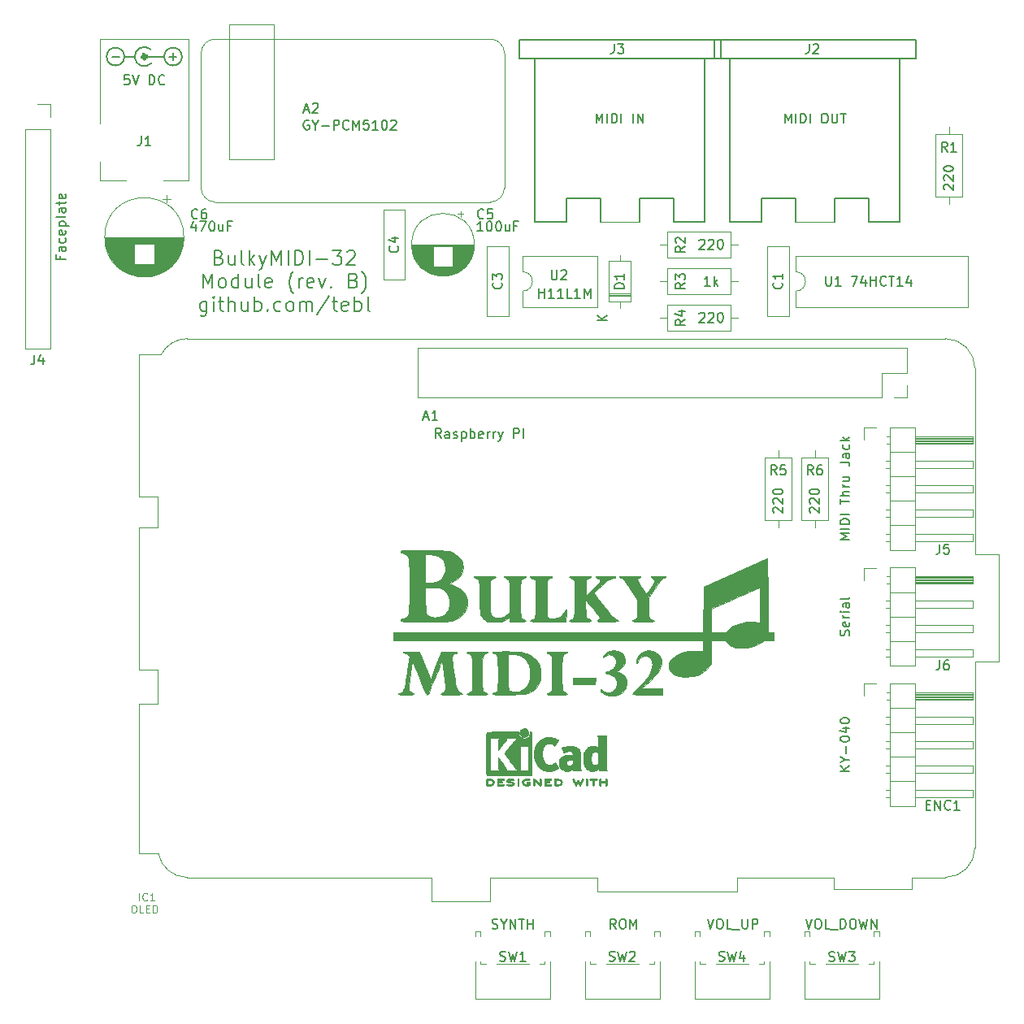
<source format=gto>
G04 #@! TF.GenerationSoftware,KiCad,Pcbnew,(5.1.8)-1*
G04 #@! TF.CreationDate,2022-02-11T22:40:58+01:00*
G04 #@! TF.ProjectId,BulkyMIDI-32 Module,42756c6b-794d-4494-9449-2d3332204d6f,rev?*
G04 #@! TF.SameCoordinates,Original*
G04 #@! TF.FileFunction,Legend,Top*
G04 #@! TF.FilePolarity,Positive*
%FSLAX46Y46*%
G04 Gerber Fmt 4.6, Leading zero omitted, Abs format (unit mm)*
G04 Created by KiCad (PCBNEW (5.1.8)-1) date 2022-02-11 22:40:58*
%MOMM*%
%LPD*%
G01*
G04 APERTURE LIST*
%ADD10C,0.150000*%
%ADD11C,0.120000*%
%ADD12C,0.010000*%
%ADD13C,0.500000*%
%ADD14C,0.100000*%
G04 APERTURE END LIST*
D10*
X81613571Y-58507380D02*
X81137380Y-58507380D01*
X81089761Y-58983571D01*
X81137380Y-58935952D01*
X81232619Y-58888333D01*
X81470714Y-58888333D01*
X81565952Y-58935952D01*
X81613571Y-58983571D01*
X81661190Y-59078809D01*
X81661190Y-59316904D01*
X81613571Y-59412142D01*
X81565952Y-59459761D01*
X81470714Y-59507380D01*
X81232619Y-59507380D01*
X81137380Y-59459761D01*
X81089761Y-59412142D01*
X81946904Y-58507380D02*
X82280238Y-59507380D01*
X82613571Y-58507380D01*
X83708809Y-59507380D02*
X83708809Y-58507380D01*
X83946904Y-58507380D01*
X84089761Y-58555000D01*
X84185000Y-58650238D01*
X84232619Y-58745476D01*
X84280238Y-58935952D01*
X84280238Y-59078809D01*
X84232619Y-59269285D01*
X84185000Y-59364523D01*
X84089761Y-59459761D01*
X83946904Y-59507380D01*
X83708809Y-59507380D01*
X85280238Y-59412142D02*
X85232619Y-59459761D01*
X85089761Y-59507380D01*
X84994523Y-59507380D01*
X84851666Y-59459761D01*
X84756428Y-59364523D01*
X84708809Y-59269285D01*
X84661190Y-59078809D01*
X84661190Y-58935952D01*
X84708809Y-58745476D01*
X84756428Y-58650238D01*
X84851666Y-58555000D01*
X84994523Y-58507380D01*
X85089761Y-58507380D01*
X85232619Y-58555000D01*
X85280238Y-58602619D01*
X90968571Y-77502857D02*
X91182857Y-77574285D01*
X91254285Y-77645714D01*
X91325714Y-77788571D01*
X91325714Y-78002857D01*
X91254285Y-78145714D01*
X91182857Y-78217142D01*
X91040000Y-78288571D01*
X90468571Y-78288571D01*
X90468571Y-76788571D01*
X90968571Y-76788571D01*
X91111428Y-76860000D01*
X91182857Y-76931428D01*
X91254285Y-77074285D01*
X91254285Y-77217142D01*
X91182857Y-77360000D01*
X91111428Y-77431428D01*
X90968571Y-77502857D01*
X90468571Y-77502857D01*
X92611428Y-77288571D02*
X92611428Y-78288571D01*
X91968571Y-77288571D02*
X91968571Y-78074285D01*
X92040000Y-78217142D01*
X92182857Y-78288571D01*
X92397142Y-78288571D01*
X92540000Y-78217142D01*
X92611428Y-78145714D01*
X93540000Y-78288571D02*
X93397142Y-78217142D01*
X93325714Y-78074285D01*
X93325714Y-76788571D01*
X94111428Y-78288571D02*
X94111428Y-76788571D01*
X94254285Y-77717142D02*
X94682857Y-78288571D01*
X94682857Y-77288571D02*
X94111428Y-77860000D01*
X95182857Y-77288571D02*
X95540000Y-78288571D01*
X95897142Y-77288571D02*
X95540000Y-78288571D01*
X95397142Y-78645714D01*
X95325714Y-78717142D01*
X95182857Y-78788571D01*
X96468571Y-78288571D02*
X96468571Y-76788571D01*
X96968571Y-77860000D01*
X97468571Y-76788571D01*
X97468571Y-78288571D01*
X98182857Y-78288571D02*
X98182857Y-76788571D01*
X98897142Y-78288571D02*
X98897142Y-76788571D01*
X99254285Y-76788571D01*
X99468571Y-76860000D01*
X99611428Y-77002857D01*
X99682857Y-77145714D01*
X99754285Y-77431428D01*
X99754285Y-77645714D01*
X99682857Y-77931428D01*
X99611428Y-78074285D01*
X99468571Y-78217142D01*
X99254285Y-78288571D01*
X98897142Y-78288571D01*
X100397142Y-78288571D02*
X100397142Y-76788571D01*
X101111428Y-77717142D02*
X102254285Y-77717142D01*
X102825714Y-76788571D02*
X103754285Y-76788571D01*
X103254285Y-77360000D01*
X103468571Y-77360000D01*
X103611428Y-77431428D01*
X103682857Y-77502857D01*
X103754285Y-77645714D01*
X103754285Y-78002857D01*
X103682857Y-78145714D01*
X103611428Y-78217142D01*
X103468571Y-78288571D01*
X103040000Y-78288571D01*
X102897142Y-78217142D01*
X102825714Y-78145714D01*
X104325714Y-76931428D02*
X104397142Y-76860000D01*
X104540000Y-76788571D01*
X104897142Y-76788571D01*
X105040000Y-76860000D01*
X105111428Y-76931428D01*
X105182857Y-77074285D01*
X105182857Y-77217142D01*
X105111428Y-77431428D01*
X104254285Y-78288571D01*
X105182857Y-78288571D01*
X89290000Y-80688571D02*
X89290000Y-79188571D01*
X89790000Y-80260000D01*
X90290000Y-79188571D01*
X90290000Y-80688571D01*
X91218571Y-80688571D02*
X91075714Y-80617142D01*
X91004285Y-80545714D01*
X90932857Y-80402857D01*
X90932857Y-79974285D01*
X91004285Y-79831428D01*
X91075714Y-79760000D01*
X91218571Y-79688571D01*
X91432857Y-79688571D01*
X91575714Y-79760000D01*
X91647142Y-79831428D01*
X91718571Y-79974285D01*
X91718571Y-80402857D01*
X91647142Y-80545714D01*
X91575714Y-80617142D01*
X91432857Y-80688571D01*
X91218571Y-80688571D01*
X93004285Y-80688571D02*
X93004285Y-79188571D01*
X93004285Y-80617142D02*
X92861428Y-80688571D01*
X92575714Y-80688571D01*
X92432857Y-80617142D01*
X92361428Y-80545714D01*
X92290000Y-80402857D01*
X92290000Y-79974285D01*
X92361428Y-79831428D01*
X92432857Y-79760000D01*
X92575714Y-79688571D01*
X92861428Y-79688571D01*
X93004285Y-79760000D01*
X94361428Y-79688571D02*
X94361428Y-80688571D01*
X93718571Y-79688571D02*
X93718571Y-80474285D01*
X93790000Y-80617142D01*
X93932857Y-80688571D01*
X94147142Y-80688571D01*
X94290000Y-80617142D01*
X94361428Y-80545714D01*
X95290000Y-80688571D02*
X95147142Y-80617142D01*
X95075714Y-80474285D01*
X95075714Y-79188571D01*
X96432857Y-80617142D02*
X96290000Y-80688571D01*
X96004285Y-80688571D01*
X95861428Y-80617142D01*
X95790000Y-80474285D01*
X95790000Y-79902857D01*
X95861428Y-79760000D01*
X96004285Y-79688571D01*
X96290000Y-79688571D01*
X96432857Y-79760000D01*
X96504285Y-79902857D01*
X96504285Y-80045714D01*
X95790000Y-80188571D01*
X98718571Y-81260000D02*
X98647142Y-81188571D01*
X98504285Y-80974285D01*
X98432857Y-80831428D01*
X98361428Y-80617142D01*
X98290000Y-80260000D01*
X98290000Y-79974285D01*
X98361428Y-79617142D01*
X98432857Y-79402857D01*
X98504285Y-79260000D01*
X98647142Y-79045714D01*
X98718571Y-78974285D01*
X99290000Y-80688571D02*
X99290000Y-79688571D01*
X99290000Y-79974285D02*
X99361428Y-79831428D01*
X99432857Y-79760000D01*
X99575714Y-79688571D01*
X99718571Y-79688571D01*
X100790000Y-80617142D02*
X100647142Y-80688571D01*
X100361428Y-80688571D01*
X100218571Y-80617142D01*
X100147142Y-80474285D01*
X100147142Y-79902857D01*
X100218571Y-79760000D01*
X100361428Y-79688571D01*
X100647142Y-79688571D01*
X100790000Y-79760000D01*
X100861428Y-79902857D01*
X100861428Y-80045714D01*
X100147142Y-80188571D01*
X101361428Y-79688571D02*
X101718571Y-80688571D01*
X102075714Y-79688571D01*
X102647142Y-80545714D02*
X102718571Y-80617142D01*
X102647142Y-80688571D01*
X102575714Y-80617142D01*
X102647142Y-80545714D01*
X102647142Y-80688571D01*
X105004285Y-79902857D02*
X105218571Y-79974285D01*
X105290000Y-80045714D01*
X105361428Y-80188571D01*
X105361428Y-80402857D01*
X105290000Y-80545714D01*
X105218571Y-80617142D01*
X105075714Y-80688571D01*
X104504285Y-80688571D01*
X104504285Y-79188571D01*
X105004285Y-79188571D01*
X105147142Y-79260000D01*
X105218571Y-79331428D01*
X105290000Y-79474285D01*
X105290000Y-79617142D01*
X105218571Y-79760000D01*
X105147142Y-79831428D01*
X105004285Y-79902857D01*
X104504285Y-79902857D01*
X105861428Y-81260000D02*
X105932857Y-81188571D01*
X106075714Y-80974285D01*
X106147142Y-80831428D01*
X106218571Y-80617142D01*
X106290000Y-80260000D01*
X106290000Y-79974285D01*
X106218571Y-79617142D01*
X106147142Y-79402857D01*
X106075714Y-79260000D01*
X105932857Y-79045714D01*
X105861428Y-78974285D01*
X89682857Y-82088571D02*
X89682857Y-83302857D01*
X89611428Y-83445714D01*
X89540000Y-83517142D01*
X89397142Y-83588571D01*
X89182857Y-83588571D01*
X89040000Y-83517142D01*
X89682857Y-83017142D02*
X89540000Y-83088571D01*
X89254285Y-83088571D01*
X89111428Y-83017142D01*
X89040000Y-82945714D01*
X88968571Y-82802857D01*
X88968571Y-82374285D01*
X89040000Y-82231428D01*
X89111428Y-82160000D01*
X89254285Y-82088571D01*
X89540000Y-82088571D01*
X89682857Y-82160000D01*
X90397142Y-83088571D02*
X90397142Y-82088571D01*
X90397142Y-81588571D02*
X90325714Y-81660000D01*
X90397142Y-81731428D01*
X90468571Y-81660000D01*
X90397142Y-81588571D01*
X90397142Y-81731428D01*
X90897142Y-82088571D02*
X91468571Y-82088571D01*
X91111428Y-81588571D02*
X91111428Y-82874285D01*
X91182857Y-83017142D01*
X91325714Y-83088571D01*
X91468571Y-83088571D01*
X91968571Y-83088571D02*
X91968571Y-81588571D01*
X92611428Y-83088571D02*
X92611428Y-82302857D01*
X92540000Y-82160000D01*
X92397142Y-82088571D01*
X92182857Y-82088571D01*
X92040000Y-82160000D01*
X91968571Y-82231428D01*
X93968571Y-82088571D02*
X93968571Y-83088571D01*
X93325714Y-82088571D02*
X93325714Y-82874285D01*
X93397142Y-83017142D01*
X93540000Y-83088571D01*
X93754285Y-83088571D01*
X93897142Y-83017142D01*
X93968571Y-82945714D01*
X94682857Y-83088571D02*
X94682857Y-81588571D01*
X94682857Y-82160000D02*
X94825714Y-82088571D01*
X95111428Y-82088571D01*
X95254285Y-82160000D01*
X95325714Y-82231428D01*
X95397142Y-82374285D01*
X95397142Y-82802857D01*
X95325714Y-82945714D01*
X95254285Y-83017142D01*
X95111428Y-83088571D01*
X94825714Y-83088571D01*
X94682857Y-83017142D01*
X96040000Y-82945714D02*
X96111428Y-83017142D01*
X96040000Y-83088571D01*
X95968571Y-83017142D01*
X96040000Y-82945714D01*
X96040000Y-83088571D01*
X97397142Y-83017142D02*
X97254285Y-83088571D01*
X96968571Y-83088571D01*
X96825714Y-83017142D01*
X96754285Y-82945714D01*
X96682857Y-82802857D01*
X96682857Y-82374285D01*
X96754285Y-82231428D01*
X96825714Y-82160000D01*
X96968571Y-82088571D01*
X97254285Y-82088571D01*
X97397142Y-82160000D01*
X98254285Y-83088571D02*
X98111428Y-83017142D01*
X98040000Y-82945714D01*
X97968571Y-82802857D01*
X97968571Y-82374285D01*
X98040000Y-82231428D01*
X98111428Y-82160000D01*
X98254285Y-82088571D01*
X98468571Y-82088571D01*
X98611428Y-82160000D01*
X98682857Y-82231428D01*
X98754285Y-82374285D01*
X98754285Y-82802857D01*
X98682857Y-82945714D01*
X98611428Y-83017142D01*
X98468571Y-83088571D01*
X98254285Y-83088571D01*
X99397142Y-83088571D02*
X99397142Y-82088571D01*
X99397142Y-82231428D02*
X99468571Y-82160000D01*
X99611428Y-82088571D01*
X99825714Y-82088571D01*
X99968571Y-82160000D01*
X100040000Y-82302857D01*
X100040000Y-83088571D01*
X100040000Y-82302857D02*
X100111428Y-82160000D01*
X100254285Y-82088571D01*
X100468571Y-82088571D01*
X100611428Y-82160000D01*
X100682857Y-82302857D01*
X100682857Y-83088571D01*
X102468571Y-81517142D02*
X101182857Y-83445714D01*
X102754285Y-82088571D02*
X103325714Y-82088571D01*
X102968571Y-81588571D02*
X102968571Y-82874285D01*
X103040000Y-83017142D01*
X103182857Y-83088571D01*
X103325714Y-83088571D01*
X104397142Y-83017142D02*
X104254285Y-83088571D01*
X103968571Y-83088571D01*
X103825714Y-83017142D01*
X103754285Y-82874285D01*
X103754285Y-82302857D01*
X103825714Y-82160000D01*
X103968571Y-82088571D01*
X104254285Y-82088571D01*
X104397142Y-82160000D01*
X104468571Y-82302857D01*
X104468571Y-82445714D01*
X103754285Y-82588571D01*
X105111428Y-83088571D02*
X105111428Y-81588571D01*
X105111428Y-82160000D02*
X105254285Y-82088571D01*
X105540000Y-82088571D01*
X105682857Y-82160000D01*
X105754285Y-82231428D01*
X105825714Y-82374285D01*
X105825714Y-82802857D01*
X105754285Y-82945714D01*
X105682857Y-83017142D01*
X105540000Y-83088571D01*
X105254285Y-83088571D01*
X105111428Y-83017142D01*
X106682857Y-83088571D02*
X106540000Y-83017142D01*
X106468571Y-82874285D01*
X106468571Y-81588571D01*
D11*
X84943285Y-87626789D02*
G75*
G02*
X87660000Y-85975000I2716715J-1408211D01*
G01*
X166660000Y-142095000D02*
G75*
G03*
X169720000Y-139035000I0J3060000D01*
G01*
X169720000Y-89035000D02*
G75*
G03*
X166660000Y-85975000I-3060000J0D01*
G01*
X84651622Y-139594698D02*
G75*
G03*
X87660000Y-142095000I3008378J559698D01*
G01*
X82600000Y-139595000D02*
X84651622Y-139594698D01*
X82600000Y-87625000D02*
X84943285Y-87626789D01*
X82600000Y-102445000D02*
X82600000Y-87625000D01*
X84600000Y-102445000D02*
X82600000Y-102445000D01*
X84600000Y-105625000D02*
X84600000Y-102445000D01*
X82600000Y-105625000D02*
X84600000Y-105625000D01*
X82600000Y-120445000D02*
X82600000Y-105625000D01*
X84600000Y-120445000D02*
X82600000Y-120445000D01*
X84600000Y-123975000D02*
X84600000Y-120445000D01*
X82600000Y-123975000D02*
X84600000Y-123975000D01*
X82600000Y-139595000D02*
X82600000Y-123975000D01*
X113100000Y-142095000D02*
X87660000Y-142095000D01*
X113100000Y-144595000D02*
X113100000Y-142095000D01*
X119220000Y-144595000D02*
X113100000Y-144595000D01*
X119220000Y-142095000D02*
X119220000Y-144595000D01*
X130350000Y-142095000D02*
X119220000Y-142095000D01*
X130350000Y-143595000D02*
X130350000Y-142095000D01*
X144970000Y-143595000D02*
X130350000Y-143595000D01*
X144970000Y-142095000D02*
X144970000Y-143595000D01*
X155000000Y-142095000D02*
X144970000Y-142095000D01*
X155000000Y-143295000D02*
X155000000Y-142095000D01*
X163120000Y-143295000D02*
X155000000Y-143295000D01*
X163120000Y-142095000D02*
X163120000Y-143295000D01*
X166660000Y-142095000D02*
X163120000Y-142095000D01*
X172220000Y-119595000D02*
X172220000Y-108475000D01*
X172220000Y-108475000D02*
X169720000Y-108475000D01*
X169720000Y-119595000D02*
X172220000Y-119595000D01*
X169720000Y-139035000D02*
X169720000Y-119595000D01*
X87660000Y-85975000D02*
X166660000Y-85975000D01*
X169720000Y-89035000D02*
X169720000Y-108475000D01*
X111700000Y-86935000D02*
X111700000Y-92135000D01*
X160020000Y-92135000D02*
X111700000Y-92135000D01*
X162620000Y-92135000D02*
X161290000Y-92135000D01*
X162620000Y-90805000D02*
X162620000Y-92135000D01*
X160020000Y-89535000D02*
X160020000Y-92135000D01*
X162620000Y-89535000D02*
X160020000Y-89535000D01*
X162620000Y-86935000D02*
X162620000Y-89535000D01*
X162620000Y-86935000D02*
X111700000Y-86935000D01*
D12*
G36*
X137044030Y-110682888D02*
G01*
X137265051Y-110691671D01*
X137397992Y-110709279D01*
X137462280Y-110738139D01*
X137477500Y-110775750D01*
X137429169Y-110859992D01*
X137387122Y-110871000D01*
X137267249Y-110910769D01*
X137110901Y-111034427D01*
X136912133Y-111248497D01*
X136665000Y-111559503D01*
X136363559Y-111973967D01*
X136301069Y-112062927D01*
X135699500Y-112923238D01*
X135699500Y-113932005D01*
X135700204Y-114311334D01*
X135704222Y-114585001D01*
X135714408Y-114774342D01*
X135733618Y-114900693D01*
X135764708Y-114985391D01*
X135810533Y-115049773D01*
X135855363Y-115096636D01*
X135998521Y-115203915D01*
X136133942Y-115252277D01*
X136141113Y-115252500D01*
X136246805Y-115291530D01*
X136271000Y-115347750D01*
X136254923Y-115382169D01*
X136195853Y-115407362D01*
X136077527Y-115424683D01*
X135883686Y-115435488D01*
X135598068Y-115441131D01*
X135204412Y-115442968D01*
X135128000Y-115443000D01*
X134714967Y-115441660D01*
X134412654Y-115436737D01*
X134204800Y-115426877D01*
X134075142Y-115410723D01*
X134007421Y-115386922D01*
X133985375Y-115354117D01*
X133985000Y-115347750D01*
X134038223Y-115270242D01*
X134114886Y-115252500D01*
X134247340Y-115209445D01*
X134392112Y-115104975D01*
X134400636Y-115096636D01*
X134463019Y-115028473D01*
X134506066Y-114954768D01*
X134533358Y-114851969D01*
X134548472Y-114696522D01*
X134554989Y-114464875D01*
X134556486Y-114133476D01*
X134556500Y-114070967D01*
X134556500Y-113201162D01*
X133881090Y-112160878D01*
X133603464Y-111739488D01*
X133379941Y-111416357D01*
X133200654Y-111180033D01*
X133055737Y-111019061D01*
X132935325Y-110921990D01*
X132829550Y-110877366D01*
X132769936Y-110871000D01*
X132671771Y-110828877D01*
X132651500Y-110775750D01*
X132667747Y-110740901D01*
X132727471Y-110715525D01*
X132847142Y-110698210D01*
X133043232Y-110687542D01*
X133332212Y-110682111D01*
X133730554Y-110680505D01*
X133762750Y-110680500D01*
X134172062Y-110682064D01*
X134470396Y-110687628D01*
X134673741Y-110698499D01*
X134798090Y-110715985D01*
X134859434Y-110741392D01*
X134874000Y-110771333D01*
X134819946Y-110850028D01*
X134731125Y-110882458D01*
X134615624Y-110926674D01*
X134571115Y-111023213D01*
X134600245Y-111181866D01*
X134705663Y-111412425D01*
X134890016Y-111724683D01*
X135008604Y-111908410D01*
X135200263Y-112194210D01*
X135337862Y-112384286D01*
X135432900Y-112491687D01*
X135496878Y-112529458D01*
X135540372Y-112511660D01*
X135658302Y-112366006D01*
X135803529Y-112160273D01*
X135958745Y-111922569D01*
X136106642Y-111681002D01*
X136229910Y-111463679D01*
X136311241Y-111298708D01*
X136334500Y-111222071D01*
X136287921Y-111073214D01*
X136177365Y-110939942D01*
X136046604Y-110872371D01*
X136027874Y-110870999D01*
X135961965Y-110819749D01*
X135953500Y-110775750D01*
X135972605Y-110734683D01*
X136042873Y-110707056D01*
X136183733Y-110690438D01*
X136414614Y-110682402D01*
X136715500Y-110680500D01*
X137044030Y-110682888D01*
G37*
X137044030Y-110682888D02*
X137265051Y-110691671D01*
X137397992Y-110709279D01*
X137462280Y-110738139D01*
X137477500Y-110775750D01*
X137429169Y-110859992D01*
X137387122Y-110871000D01*
X137267249Y-110910769D01*
X137110901Y-111034427D01*
X136912133Y-111248497D01*
X136665000Y-111559503D01*
X136363559Y-111973967D01*
X136301069Y-112062927D01*
X135699500Y-112923238D01*
X135699500Y-113932005D01*
X135700204Y-114311334D01*
X135704222Y-114585001D01*
X135714408Y-114774342D01*
X135733618Y-114900693D01*
X135764708Y-114985391D01*
X135810533Y-115049773D01*
X135855363Y-115096636D01*
X135998521Y-115203915D01*
X136133942Y-115252277D01*
X136141113Y-115252500D01*
X136246805Y-115291530D01*
X136271000Y-115347750D01*
X136254923Y-115382169D01*
X136195853Y-115407362D01*
X136077527Y-115424683D01*
X135883686Y-115435488D01*
X135598068Y-115441131D01*
X135204412Y-115442968D01*
X135128000Y-115443000D01*
X134714967Y-115441660D01*
X134412654Y-115436737D01*
X134204800Y-115426877D01*
X134075142Y-115410723D01*
X134007421Y-115386922D01*
X133985375Y-115354117D01*
X133985000Y-115347750D01*
X134038223Y-115270242D01*
X134114886Y-115252500D01*
X134247340Y-115209445D01*
X134392112Y-115104975D01*
X134400636Y-115096636D01*
X134463019Y-115028473D01*
X134506066Y-114954768D01*
X134533358Y-114851969D01*
X134548472Y-114696522D01*
X134554989Y-114464875D01*
X134556486Y-114133476D01*
X134556500Y-114070967D01*
X134556500Y-113201162D01*
X133881090Y-112160878D01*
X133603464Y-111739488D01*
X133379941Y-111416357D01*
X133200654Y-111180033D01*
X133055737Y-111019061D01*
X132935325Y-110921990D01*
X132829550Y-110877366D01*
X132769936Y-110871000D01*
X132671771Y-110828877D01*
X132651500Y-110775750D01*
X132667747Y-110740901D01*
X132727471Y-110715525D01*
X132847142Y-110698210D01*
X133043232Y-110687542D01*
X133332212Y-110682111D01*
X133730554Y-110680505D01*
X133762750Y-110680500D01*
X134172062Y-110682064D01*
X134470396Y-110687628D01*
X134673741Y-110698499D01*
X134798090Y-110715985D01*
X134859434Y-110741392D01*
X134874000Y-110771333D01*
X134819946Y-110850028D01*
X134731125Y-110882458D01*
X134615624Y-110926674D01*
X134571115Y-111023213D01*
X134600245Y-111181866D01*
X134705663Y-111412425D01*
X134890016Y-111724683D01*
X135008604Y-111908410D01*
X135200263Y-112194210D01*
X135337862Y-112384286D01*
X135432900Y-112491687D01*
X135496878Y-112529458D01*
X135540372Y-112511660D01*
X135658302Y-112366006D01*
X135803529Y-112160273D01*
X135958745Y-111922569D01*
X136106642Y-111681002D01*
X136229910Y-111463679D01*
X136311241Y-111298708D01*
X136334500Y-111222071D01*
X136287921Y-111073214D01*
X136177365Y-110939942D01*
X136046604Y-110872371D01*
X136027874Y-110870999D01*
X135961965Y-110819749D01*
X135953500Y-110775750D01*
X135972605Y-110734683D01*
X136042873Y-110707056D01*
X136183733Y-110690438D01*
X136414614Y-110682402D01*
X136715500Y-110680500D01*
X137044030Y-110682888D01*
G36*
X131641097Y-110682077D02*
G01*
X131917875Y-110687881D01*
X132101983Y-110699520D01*
X132210575Y-110718602D01*
X132260804Y-110746735D01*
X132270500Y-110775750D01*
X132215186Y-110852287D01*
X132109639Y-110871000D01*
X131969929Y-110885514D01*
X131817518Y-110934387D01*
X131641484Y-111025618D01*
X131430901Y-111167204D01*
X131174848Y-111367142D01*
X130862401Y-111633429D01*
X130482638Y-111974063D01*
X130024634Y-112397042D01*
X130022090Y-112399414D01*
X130034030Y-112458937D01*
X130117093Y-112596677D01*
X130273433Y-112815442D01*
X130505203Y-113118043D01*
X130814559Y-113507290D01*
X131203652Y-113985993D01*
X131674638Y-114556962D01*
X131689430Y-114574793D01*
X131942825Y-114862930D01*
X132163108Y-115079265D01*
X132334433Y-115208650D01*
X132372055Y-115227476D01*
X132516778Y-115296285D01*
X132576564Y-115349485D01*
X132544118Y-115388833D01*
X132412144Y-115416086D01*
X132173349Y-115432999D01*
X131820435Y-115441329D01*
X131476750Y-115443000D01*
X131055252Y-115440844D01*
X130747163Y-115433726D01*
X130538950Y-115420669D01*
X130417085Y-115400697D01*
X130368037Y-115372833D01*
X130365500Y-115362807D01*
X130417024Y-115277288D01*
X130504267Y-115219932D01*
X130620539Y-115146388D01*
X130663416Y-115092552D01*
X130631594Y-115025255D01*
X130530865Y-114876399D01*
X130373257Y-114662295D01*
X130170799Y-114399254D01*
X129935518Y-114103588D01*
X129919653Y-114083971D01*
X129155508Y-113140088D01*
X129190750Y-115030250D01*
X129458323Y-115157250D01*
X129630768Y-115246375D01*
X129721917Y-115315389D01*
X129724450Y-115366693D01*
X129631045Y-115402690D01*
X129434382Y-115425782D01*
X129127139Y-115438371D01*
X128701995Y-115442860D01*
X128587500Y-115443000D01*
X128171232Y-115441467D01*
X127866225Y-115436044D01*
X127656766Y-115425491D01*
X127527142Y-115408566D01*
X127461642Y-115384030D01*
X127444500Y-115352795D01*
X127499485Y-115277464D01*
X127632032Y-115221412D01*
X127634921Y-115220767D01*
X127738865Y-115194349D01*
X127821958Y-115156810D01*
X127886532Y-115094847D01*
X127934922Y-114995157D01*
X127969458Y-114844438D01*
X127992473Y-114629388D01*
X128006302Y-114336704D01*
X128013275Y-113953085D01*
X128015726Y-113465227D01*
X128016000Y-113047620D01*
X128015609Y-112511657D01*
X128013828Y-112088211D01*
X128009741Y-111762801D01*
X128002433Y-111520944D01*
X127990989Y-111348160D01*
X127974494Y-111229965D01*
X127952034Y-111151879D01*
X127922693Y-111099420D01*
X127890615Y-111063115D01*
X127734460Y-110951234D01*
X127604865Y-110897481D01*
X127484949Y-110837532D01*
X127444500Y-110768866D01*
X127465361Y-110736566D01*
X127538241Y-110712889D01*
X127678579Y-110696641D01*
X127901816Y-110686627D01*
X128223395Y-110681655D01*
X128587500Y-110680500D01*
X129011913Y-110682424D01*
X129323537Y-110688881D01*
X129536534Y-110700891D01*
X129665067Y-110719476D01*
X129723298Y-110745660D01*
X129730500Y-110762993D01*
X129676497Y-110836278D01*
X129543130Y-110912220D01*
X129508292Y-110925838D01*
X129342092Y-111011652D01*
X129228435Y-111115678D01*
X129220524Y-111128692D01*
X129194339Y-111243716D01*
X129177068Y-111457627D01*
X129170270Y-111742521D01*
X129172856Y-111980807D01*
X129190750Y-112710421D01*
X129940192Y-112004571D01*
X130250859Y-111706451D01*
X130470964Y-111477811D01*
X130606605Y-111305755D01*
X130663882Y-111177388D01*
X130648893Y-111079813D01*
X130567737Y-111000136D01*
X130446249Y-110934500D01*
X130309467Y-110850852D01*
X130241481Y-110769960D01*
X130239874Y-110759875D01*
X130271088Y-110728430D01*
X130375038Y-110705833D01*
X130565301Y-110691021D01*
X130855458Y-110682930D01*
X131254500Y-110680500D01*
X131641097Y-110682077D01*
G37*
X131641097Y-110682077D02*
X131917875Y-110687881D01*
X132101983Y-110699520D01*
X132210575Y-110718602D01*
X132260804Y-110746735D01*
X132270500Y-110775750D01*
X132215186Y-110852287D01*
X132109639Y-110871000D01*
X131969929Y-110885514D01*
X131817518Y-110934387D01*
X131641484Y-111025618D01*
X131430901Y-111167204D01*
X131174848Y-111367142D01*
X130862401Y-111633429D01*
X130482638Y-111974063D01*
X130024634Y-112397042D01*
X130022090Y-112399414D01*
X130034030Y-112458937D01*
X130117093Y-112596677D01*
X130273433Y-112815442D01*
X130505203Y-113118043D01*
X130814559Y-113507290D01*
X131203652Y-113985993D01*
X131674638Y-114556962D01*
X131689430Y-114574793D01*
X131942825Y-114862930D01*
X132163108Y-115079265D01*
X132334433Y-115208650D01*
X132372055Y-115227476D01*
X132516778Y-115296285D01*
X132576564Y-115349485D01*
X132544118Y-115388833D01*
X132412144Y-115416086D01*
X132173349Y-115432999D01*
X131820435Y-115441329D01*
X131476750Y-115443000D01*
X131055252Y-115440844D01*
X130747163Y-115433726D01*
X130538950Y-115420669D01*
X130417085Y-115400697D01*
X130368037Y-115372833D01*
X130365500Y-115362807D01*
X130417024Y-115277288D01*
X130504267Y-115219932D01*
X130620539Y-115146388D01*
X130663416Y-115092552D01*
X130631594Y-115025255D01*
X130530865Y-114876399D01*
X130373257Y-114662295D01*
X130170799Y-114399254D01*
X129935518Y-114103588D01*
X129919653Y-114083971D01*
X129155508Y-113140088D01*
X129190750Y-115030250D01*
X129458323Y-115157250D01*
X129630768Y-115246375D01*
X129721917Y-115315389D01*
X129724450Y-115366693D01*
X129631045Y-115402690D01*
X129434382Y-115425782D01*
X129127139Y-115438371D01*
X128701995Y-115442860D01*
X128587500Y-115443000D01*
X128171232Y-115441467D01*
X127866225Y-115436044D01*
X127656766Y-115425491D01*
X127527142Y-115408566D01*
X127461642Y-115384030D01*
X127444500Y-115352795D01*
X127499485Y-115277464D01*
X127632032Y-115221412D01*
X127634921Y-115220767D01*
X127738865Y-115194349D01*
X127821958Y-115156810D01*
X127886532Y-115094847D01*
X127934922Y-114995157D01*
X127969458Y-114844438D01*
X127992473Y-114629388D01*
X128006302Y-114336704D01*
X128013275Y-113953085D01*
X128015726Y-113465227D01*
X128016000Y-113047620D01*
X128015609Y-112511657D01*
X128013828Y-112088211D01*
X128009741Y-111762801D01*
X128002433Y-111520944D01*
X127990989Y-111348160D01*
X127974494Y-111229965D01*
X127952034Y-111151879D01*
X127922693Y-111099420D01*
X127890615Y-111063115D01*
X127734460Y-110951234D01*
X127604865Y-110897481D01*
X127484949Y-110837532D01*
X127444500Y-110768866D01*
X127465361Y-110736566D01*
X127538241Y-110712889D01*
X127678579Y-110696641D01*
X127901816Y-110686627D01*
X128223395Y-110681655D01*
X128587500Y-110680500D01*
X129011913Y-110682424D01*
X129323537Y-110688881D01*
X129536534Y-110700891D01*
X129665067Y-110719476D01*
X129723298Y-110745660D01*
X129730500Y-110762993D01*
X129676497Y-110836278D01*
X129543130Y-110912220D01*
X129508292Y-110925838D01*
X129342092Y-111011652D01*
X129228435Y-111115678D01*
X129220524Y-111128692D01*
X129194339Y-111243716D01*
X129177068Y-111457627D01*
X129170270Y-111742521D01*
X129172856Y-111980807D01*
X129190750Y-112710421D01*
X129940192Y-112004571D01*
X130250859Y-111706451D01*
X130470964Y-111477811D01*
X130606605Y-111305755D01*
X130663882Y-111177388D01*
X130648893Y-111079813D01*
X130567737Y-111000136D01*
X130446249Y-110934500D01*
X130309467Y-110850852D01*
X130241481Y-110769960D01*
X130239874Y-110759875D01*
X130271088Y-110728430D01*
X130375038Y-110705833D01*
X130565301Y-110691021D01*
X130855458Y-110682930D01*
X131254500Y-110680500D01*
X131641097Y-110682077D01*
G36*
X124941284Y-110682112D02*
G01*
X125247541Y-110687747D01*
X125457712Y-110698596D01*
X125587238Y-110715855D01*
X125651559Y-110740716D01*
X125666500Y-110768866D01*
X125612325Y-110848540D01*
X125506134Y-110897481D01*
X125335799Y-110974848D01*
X125220384Y-111063115D01*
X125184356Y-111104906D01*
X125155968Y-111159600D01*
X125134315Y-111241631D01*
X125118488Y-111365437D01*
X125107581Y-111545452D01*
X125100686Y-111796112D01*
X125096896Y-112131852D01*
X125095303Y-112567109D01*
X125095000Y-113058149D01*
X125095194Y-113593909D01*
X125096459Y-114016902D01*
X125099815Y-114341360D01*
X125106281Y-114581516D01*
X125116879Y-114751603D01*
X125132628Y-114865853D01*
X125154550Y-114938499D01*
X125183664Y-114983774D01*
X125220990Y-115015910D01*
X125236129Y-115026649D01*
X125406250Y-115091238D01*
X125652996Y-115121529D01*
X125930632Y-115117233D01*
X126193422Y-115078067D01*
X126335209Y-115033523D01*
X126519393Y-114911826D01*
X126706056Y-114692396D01*
X126793544Y-114560144D01*
X126956022Y-114319234D01*
X127071661Y-114195420D01*
X127143623Y-114189059D01*
X127175075Y-114300506D01*
X127169180Y-114530116D01*
X127162681Y-114601625D01*
X127134975Y-114857883D01*
X127105728Y-115093769D01*
X127084716Y-115236625D01*
X127049366Y-115443000D01*
X125214933Y-115443000D01*
X124674321Y-115442167D01*
X124248036Y-115439256D01*
X123923411Y-115433643D01*
X123687779Y-115424704D01*
X123528476Y-115411818D01*
X123432836Y-115394361D01*
X123388192Y-115371711D01*
X123380500Y-115352795D01*
X123435364Y-115276628D01*
X123564415Y-115222196D01*
X123670463Y-115197158D01*
X123755254Y-115164810D01*
X123821030Y-115111927D01*
X123870033Y-115025287D01*
X123904504Y-114891664D01*
X123926686Y-114697836D01*
X123938819Y-114430578D01*
X123943147Y-114076667D01*
X123941909Y-113622878D01*
X123937349Y-113055988D01*
X123937070Y-113023954D01*
X123920250Y-111093250D01*
X123652676Y-110966250D01*
X123480231Y-110877124D01*
X123389082Y-110808110D01*
X123386549Y-110756806D01*
X123479954Y-110720809D01*
X123676617Y-110697717D01*
X123983860Y-110685128D01*
X124409004Y-110680639D01*
X124523500Y-110680500D01*
X124941284Y-110682112D01*
G37*
X124941284Y-110682112D02*
X125247541Y-110687747D01*
X125457712Y-110698596D01*
X125587238Y-110715855D01*
X125651559Y-110740716D01*
X125666500Y-110768866D01*
X125612325Y-110848540D01*
X125506134Y-110897481D01*
X125335799Y-110974848D01*
X125220384Y-111063115D01*
X125184356Y-111104906D01*
X125155968Y-111159600D01*
X125134315Y-111241631D01*
X125118488Y-111365437D01*
X125107581Y-111545452D01*
X125100686Y-111796112D01*
X125096896Y-112131852D01*
X125095303Y-112567109D01*
X125095000Y-113058149D01*
X125095194Y-113593909D01*
X125096459Y-114016902D01*
X125099815Y-114341360D01*
X125106281Y-114581516D01*
X125116879Y-114751603D01*
X125132628Y-114865853D01*
X125154550Y-114938499D01*
X125183664Y-114983774D01*
X125220990Y-115015910D01*
X125236129Y-115026649D01*
X125406250Y-115091238D01*
X125652996Y-115121529D01*
X125930632Y-115117233D01*
X126193422Y-115078067D01*
X126335209Y-115033523D01*
X126519393Y-114911826D01*
X126706056Y-114692396D01*
X126793544Y-114560144D01*
X126956022Y-114319234D01*
X127071661Y-114195420D01*
X127143623Y-114189059D01*
X127175075Y-114300506D01*
X127169180Y-114530116D01*
X127162681Y-114601625D01*
X127134975Y-114857883D01*
X127105728Y-115093769D01*
X127084716Y-115236625D01*
X127049366Y-115443000D01*
X125214933Y-115443000D01*
X124674321Y-115442167D01*
X124248036Y-115439256D01*
X123923411Y-115433643D01*
X123687779Y-115424704D01*
X123528476Y-115411818D01*
X123432836Y-115394361D01*
X123388192Y-115371711D01*
X123380500Y-115352795D01*
X123435364Y-115276628D01*
X123564415Y-115222196D01*
X123670463Y-115197158D01*
X123755254Y-115164810D01*
X123821030Y-115111927D01*
X123870033Y-115025287D01*
X123904504Y-114891664D01*
X123926686Y-114697836D01*
X123938819Y-114430578D01*
X123943147Y-114076667D01*
X123941909Y-113622878D01*
X123937349Y-113055988D01*
X123937070Y-113023954D01*
X123920250Y-111093250D01*
X123652676Y-110966250D01*
X123480231Y-110877124D01*
X123389082Y-110808110D01*
X123386549Y-110756806D01*
X123479954Y-110720809D01*
X123676617Y-110697717D01*
X123983860Y-110685128D01*
X124409004Y-110680639D01*
X124523500Y-110680500D01*
X124941284Y-110682112D01*
G36*
X111406395Y-108019542D02*
G01*
X111965165Y-108023412D01*
X112347375Y-108026382D01*
X112975937Y-108031510D01*
X113491023Y-108036547D01*
X113906154Y-108042302D01*
X114234850Y-108049586D01*
X114490631Y-108059207D01*
X114687019Y-108071975D01*
X114837534Y-108088700D01*
X114955697Y-108110190D01*
X115055028Y-108137256D01*
X115149048Y-108170707D01*
X115218781Y-108198290D01*
X115596471Y-108399055D01*
X115922202Y-108667044D01*
X116171896Y-108977538D01*
X116321476Y-109305815D01*
X116330156Y-109339314D01*
X116383988Y-109802254D01*
X116317387Y-110229210D01*
X116133106Y-110615087D01*
X115833898Y-110954789D01*
X115422517Y-111243222D01*
X115254334Y-111330262D01*
X114839750Y-111528609D01*
X115125500Y-111602225D01*
X115632671Y-111779027D01*
X116069641Y-112024890D01*
X116418833Y-112327569D01*
X116661142Y-112671821D01*
X116741926Y-112885651D01*
X116804301Y-113149410D01*
X116823774Y-113291537D01*
X116811112Y-113786783D01*
X116683602Y-114234679D01*
X116447337Y-114626631D01*
X116108410Y-114954043D01*
X115672917Y-115208321D01*
X115388686Y-115315707D01*
X115280526Y-115347613D01*
X115168982Y-115373715D01*
X115040573Y-115394592D01*
X114881815Y-115410822D01*
X114679224Y-115422984D01*
X114419317Y-115431654D01*
X114088611Y-115437412D01*
X113673623Y-115440836D01*
X113160870Y-115442503D01*
X112536868Y-115442992D01*
X112420061Y-115443000D01*
X111782016Y-115442784D01*
X111259465Y-115441783D01*
X110840903Y-115439463D01*
X110514825Y-115435291D01*
X110269725Y-115428736D01*
X110094098Y-115419265D01*
X109976438Y-115406344D01*
X109905239Y-115389442D01*
X109868998Y-115368025D01*
X109856207Y-115341561D01*
X109855000Y-115324252D01*
X109896735Y-115232459D01*
X110035612Y-115158407D01*
X110136295Y-115126747D01*
X110428721Y-115007594D01*
X110621767Y-114832085D01*
X110737956Y-114579477D01*
X110740546Y-114570288D01*
X110757356Y-114444738D01*
X110771750Y-114209116D01*
X110783730Y-113880327D01*
X110793301Y-113475276D01*
X110800463Y-113010868D01*
X110805219Y-112504009D01*
X110807571Y-111971603D01*
X110807564Y-111887000D01*
X112447211Y-111887000D01*
X112468730Y-113184221D01*
X112476906Y-113625746D01*
X112486078Y-113958871D01*
X112498191Y-114202192D01*
X112515192Y-114374305D01*
X112539025Y-114493805D01*
X112571638Y-114579289D01*
X112614974Y-114649353D01*
X112623197Y-114660596D01*
X112826364Y-114835550D01*
X113114000Y-114949729D01*
X113455981Y-114997108D01*
X113822183Y-114971661D01*
X113989969Y-114933981D01*
X114366394Y-114769862D01*
X114658115Y-114512991D01*
X114861023Y-114168770D01*
X114971006Y-113742601D01*
X114983092Y-113629055D01*
X114982358Y-113190239D01*
X114896455Y-112826201D01*
X114716650Y-112510296D01*
X114557237Y-112329956D01*
X114352570Y-112150287D01*
X114140737Y-112024794D01*
X113893347Y-111944869D01*
X113582010Y-111901902D01*
X113178332Y-111887285D01*
X113096363Y-111887000D01*
X112447211Y-111887000D01*
X110807564Y-111887000D01*
X110807522Y-111430554D01*
X110807286Y-111379000D01*
X112458500Y-111379000D01*
X112918875Y-111378645D01*
X113189429Y-111368873D01*
X113445737Y-111343681D01*
X113621869Y-111310920D01*
X113947179Y-111157642D01*
X114215747Y-110905253D01*
X114414306Y-110573969D01*
X114529590Y-110184006D01*
X114553645Y-109891099D01*
X114505221Y-109453486D01*
X114360552Y-109097196D01*
X114118579Y-108821250D01*
X113778239Y-108624671D01*
X113338474Y-108506480D01*
X113015254Y-108472129D01*
X112458500Y-108440384D01*
X112458500Y-111379000D01*
X110807286Y-111379000D01*
X110805074Y-110897770D01*
X110800230Y-110390153D01*
X110792991Y-109924610D01*
X110783361Y-109518045D01*
X110771341Y-109187363D01*
X110756934Y-108949470D01*
X110740142Y-108821270D01*
X110739749Y-108819821D01*
X110609864Y-108580259D01*
X110378536Y-108400170D01*
X110062526Y-108292585D01*
X110061375Y-108292367D01*
X109906840Y-108237294D01*
X109855325Y-108141298D01*
X109855000Y-108130040D01*
X109858563Y-108099008D01*
X109877050Y-108073800D01*
X109922151Y-108053929D01*
X110005557Y-108038908D01*
X110138962Y-108028251D01*
X110334056Y-108021472D01*
X110602532Y-108018085D01*
X110956081Y-108017604D01*
X111406395Y-108019542D01*
G37*
X111406395Y-108019542D02*
X111965165Y-108023412D01*
X112347375Y-108026382D01*
X112975937Y-108031510D01*
X113491023Y-108036547D01*
X113906154Y-108042302D01*
X114234850Y-108049586D01*
X114490631Y-108059207D01*
X114687019Y-108071975D01*
X114837534Y-108088700D01*
X114955697Y-108110190D01*
X115055028Y-108137256D01*
X115149048Y-108170707D01*
X115218781Y-108198290D01*
X115596471Y-108399055D01*
X115922202Y-108667044D01*
X116171896Y-108977538D01*
X116321476Y-109305815D01*
X116330156Y-109339314D01*
X116383988Y-109802254D01*
X116317387Y-110229210D01*
X116133106Y-110615087D01*
X115833898Y-110954789D01*
X115422517Y-111243222D01*
X115254334Y-111330262D01*
X114839750Y-111528609D01*
X115125500Y-111602225D01*
X115632671Y-111779027D01*
X116069641Y-112024890D01*
X116418833Y-112327569D01*
X116661142Y-112671821D01*
X116741926Y-112885651D01*
X116804301Y-113149410D01*
X116823774Y-113291537D01*
X116811112Y-113786783D01*
X116683602Y-114234679D01*
X116447337Y-114626631D01*
X116108410Y-114954043D01*
X115672917Y-115208321D01*
X115388686Y-115315707D01*
X115280526Y-115347613D01*
X115168982Y-115373715D01*
X115040573Y-115394592D01*
X114881815Y-115410822D01*
X114679224Y-115422984D01*
X114419317Y-115431654D01*
X114088611Y-115437412D01*
X113673623Y-115440836D01*
X113160870Y-115442503D01*
X112536868Y-115442992D01*
X112420061Y-115443000D01*
X111782016Y-115442784D01*
X111259465Y-115441783D01*
X110840903Y-115439463D01*
X110514825Y-115435291D01*
X110269725Y-115428736D01*
X110094098Y-115419265D01*
X109976438Y-115406344D01*
X109905239Y-115389442D01*
X109868998Y-115368025D01*
X109856207Y-115341561D01*
X109855000Y-115324252D01*
X109896735Y-115232459D01*
X110035612Y-115158407D01*
X110136295Y-115126747D01*
X110428721Y-115007594D01*
X110621767Y-114832085D01*
X110737956Y-114579477D01*
X110740546Y-114570288D01*
X110757356Y-114444738D01*
X110771750Y-114209116D01*
X110783730Y-113880327D01*
X110793301Y-113475276D01*
X110800463Y-113010868D01*
X110805219Y-112504009D01*
X110807571Y-111971603D01*
X110807564Y-111887000D01*
X112447211Y-111887000D01*
X112468730Y-113184221D01*
X112476906Y-113625746D01*
X112486078Y-113958871D01*
X112498191Y-114202192D01*
X112515192Y-114374305D01*
X112539025Y-114493805D01*
X112571638Y-114579289D01*
X112614974Y-114649353D01*
X112623197Y-114660596D01*
X112826364Y-114835550D01*
X113114000Y-114949729D01*
X113455981Y-114997108D01*
X113822183Y-114971661D01*
X113989969Y-114933981D01*
X114366394Y-114769862D01*
X114658115Y-114512991D01*
X114861023Y-114168770D01*
X114971006Y-113742601D01*
X114983092Y-113629055D01*
X114982358Y-113190239D01*
X114896455Y-112826201D01*
X114716650Y-112510296D01*
X114557237Y-112329956D01*
X114352570Y-112150287D01*
X114140737Y-112024794D01*
X113893347Y-111944869D01*
X113582010Y-111901902D01*
X113178332Y-111887285D01*
X113096363Y-111887000D01*
X112447211Y-111887000D01*
X110807564Y-111887000D01*
X110807522Y-111430554D01*
X110807286Y-111379000D01*
X112458500Y-111379000D01*
X112918875Y-111378645D01*
X113189429Y-111368873D01*
X113445737Y-111343681D01*
X113621869Y-111310920D01*
X113947179Y-111157642D01*
X114215747Y-110905253D01*
X114414306Y-110573969D01*
X114529590Y-110184006D01*
X114553645Y-109891099D01*
X114505221Y-109453486D01*
X114360552Y-109097196D01*
X114118579Y-108821250D01*
X113778239Y-108624671D01*
X113338474Y-108506480D01*
X113015254Y-108472129D01*
X112458500Y-108440384D01*
X112458500Y-111379000D01*
X110807286Y-111379000D01*
X110805074Y-110897770D01*
X110800230Y-110390153D01*
X110792991Y-109924610D01*
X110783361Y-109518045D01*
X110771341Y-109187363D01*
X110756934Y-108949470D01*
X110740142Y-108821270D01*
X110739749Y-108819821D01*
X110609864Y-108580259D01*
X110378536Y-108400170D01*
X110062526Y-108292585D01*
X110061375Y-108292367D01*
X109906840Y-108237294D01*
X109855325Y-108141298D01*
X109855000Y-108130040D01*
X109858563Y-108099008D01*
X109877050Y-108073800D01*
X109922151Y-108053929D01*
X110005557Y-108038908D01*
X110138962Y-108028251D01*
X110334056Y-108021472D01*
X110602532Y-108018085D01*
X110956081Y-108017604D01*
X111406395Y-108019542D01*
G36*
X122210784Y-110682112D02*
G01*
X122517041Y-110687747D01*
X122727212Y-110698596D01*
X122856738Y-110715855D01*
X122921059Y-110740716D01*
X122936000Y-110768866D01*
X122881825Y-110848540D01*
X122775634Y-110897481D01*
X122605299Y-110974848D01*
X122489884Y-111063115D01*
X122454075Y-111104623D01*
X122425810Y-111158943D01*
X122404199Y-111240401D01*
X122388354Y-111363322D01*
X122377385Y-111542031D01*
X122370405Y-111790855D01*
X122366523Y-112124119D01*
X122364851Y-112556148D01*
X122364500Y-113083658D01*
X122364663Y-113645629D01*
X122366826Y-114094136D01*
X122373502Y-114442715D01*
X122387201Y-114704900D01*
X122410435Y-114894227D01*
X122445714Y-115024232D01*
X122495550Y-115108448D01*
X122562456Y-115160412D01*
X122648941Y-115193660D01*
X122757517Y-115221725D01*
X122761375Y-115222686D01*
X122887814Y-115281813D01*
X122936000Y-115354633D01*
X122912797Y-115391315D01*
X122831615Y-115416702D01*
X122675087Y-115432585D01*
X122425850Y-115440754D01*
X122078750Y-115443000D01*
X121221500Y-115443000D01*
X121221500Y-114930885D01*
X120861575Y-115202817D01*
X120501650Y-115474750D01*
X119797950Y-115489297D01*
X119495487Y-115489456D01*
X119226335Y-115478537D01*
X119024255Y-115458542D01*
X118935500Y-115438177D01*
X118790337Y-115352907D01*
X118618858Y-115218864D01*
X118564957Y-115169629D01*
X118444694Y-115051750D01*
X118349623Y-114943794D01*
X118276460Y-114829331D01*
X118221921Y-114691932D01*
X118182722Y-114515169D01*
X118155578Y-114282611D01*
X118137205Y-113977830D01*
X118124318Y-113584396D01*
X118113635Y-113085880D01*
X118110000Y-112893745D01*
X118099092Y-112352724D01*
X118086847Y-111924636D01*
X118070084Y-111595429D01*
X118045621Y-111351049D01*
X118010275Y-111177444D01*
X117960867Y-111060561D01*
X117894213Y-110986346D01*
X117807134Y-110940747D01*
X117696446Y-110909710D01*
X117658915Y-110901303D01*
X117528190Y-110845682D01*
X117475000Y-110770704D01*
X117494413Y-110737853D01*
X117563128Y-110713782D01*
X117696858Y-110697251D01*
X117911314Y-110687022D01*
X118222208Y-110681852D01*
X118618000Y-110680500D01*
X119035784Y-110682112D01*
X119342041Y-110687747D01*
X119552212Y-110698596D01*
X119681738Y-110715855D01*
X119746059Y-110740716D01*
X119761000Y-110768866D01*
X119706825Y-110848540D01*
X119600634Y-110897481D01*
X119430299Y-110974848D01*
X119314884Y-111063115D01*
X119276514Y-111107959D01*
X119246868Y-111166702D01*
X119224828Y-111254979D01*
X119209273Y-111388422D01*
X119199084Y-111582666D01*
X119193142Y-111853344D01*
X119190327Y-112216090D01*
X119189519Y-112686537D01*
X119189500Y-112814028D01*
X119190593Y-113328104D01*
X119194476Y-113731259D01*
X119202053Y-114039554D01*
X119214227Y-114269054D01*
X119231904Y-114435822D01*
X119255987Y-114555921D01*
X119287381Y-114645416D01*
X119293312Y-114658325D01*
X119464374Y-114885314D01*
X119706641Y-115024675D01*
X119999115Y-115076108D01*
X120320791Y-115039318D01*
X120650670Y-114914005D01*
X120967749Y-114699871D01*
X120987993Y-114682365D01*
X121221500Y-114477343D01*
X121221500Y-112832921D01*
X121221011Y-112331811D01*
X121218811Y-111942169D01*
X121213799Y-111648464D01*
X121204876Y-111435168D01*
X121190941Y-111286748D01*
X121170893Y-111187676D01*
X121143634Y-111122420D01*
X121108061Y-111075451D01*
X121096115Y-111063115D01*
X120939960Y-110951234D01*
X120810365Y-110897481D01*
X120690449Y-110837532D01*
X120650000Y-110768866D01*
X120670861Y-110736566D01*
X120743741Y-110712889D01*
X120884079Y-110696641D01*
X121107316Y-110686627D01*
X121428895Y-110681655D01*
X121793000Y-110680500D01*
X122210784Y-110682112D01*
G37*
X122210784Y-110682112D02*
X122517041Y-110687747D01*
X122727212Y-110698596D01*
X122856738Y-110715855D01*
X122921059Y-110740716D01*
X122936000Y-110768866D01*
X122881825Y-110848540D01*
X122775634Y-110897481D01*
X122605299Y-110974848D01*
X122489884Y-111063115D01*
X122454075Y-111104623D01*
X122425810Y-111158943D01*
X122404199Y-111240401D01*
X122388354Y-111363322D01*
X122377385Y-111542031D01*
X122370405Y-111790855D01*
X122366523Y-112124119D01*
X122364851Y-112556148D01*
X122364500Y-113083658D01*
X122364663Y-113645629D01*
X122366826Y-114094136D01*
X122373502Y-114442715D01*
X122387201Y-114704900D01*
X122410435Y-114894227D01*
X122445714Y-115024232D01*
X122495550Y-115108448D01*
X122562456Y-115160412D01*
X122648941Y-115193660D01*
X122757517Y-115221725D01*
X122761375Y-115222686D01*
X122887814Y-115281813D01*
X122936000Y-115354633D01*
X122912797Y-115391315D01*
X122831615Y-115416702D01*
X122675087Y-115432585D01*
X122425850Y-115440754D01*
X122078750Y-115443000D01*
X121221500Y-115443000D01*
X121221500Y-114930885D01*
X120861575Y-115202817D01*
X120501650Y-115474750D01*
X119797950Y-115489297D01*
X119495487Y-115489456D01*
X119226335Y-115478537D01*
X119024255Y-115458542D01*
X118935500Y-115438177D01*
X118790337Y-115352907D01*
X118618858Y-115218864D01*
X118564957Y-115169629D01*
X118444694Y-115051750D01*
X118349623Y-114943794D01*
X118276460Y-114829331D01*
X118221921Y-114691932D01*
X118182722Y-114515169D01*
X118155578Y-114282611D01*
X118137205Y-113977830D01*
X118124318Y-113584396D01*
X118113635Y-113085880D01*
X118110000Y-112893745D01*
X118099092Y-112352724D01*
X118086847Y-111924636D01*
X118070084Y-111595429D01*
X118045621Y-111351049D01*
X118010275Y-111177444D01*
X117960867Y-111060561D01*
X117894213Y-110986346D01*
X117807134Y-110940747D01*
X117696446Y-110909710D01*
X117658915Y-110901303D01*
X117528190Y-110845682D01*
X117475000Y-110770704D01*
X117494413Y-110737853D01*
X117563128Y-110713782D01*
X117696858Y-110697251D01*
X117911314Y-110687022D01*
X118222208Y-110681852D01*
X118618000Y-110680500D01*
X119035784Y-110682112D01*
X119342041Y-110687747D01*
X119552212Y-110698596D01*
X119681738Y-110715855D01*
X119746059Y-110740716D01*
X119761000Y-110768866D01*
X119706825Y-110848540D01*
X119600634Y-110897481D01*
X119430299Y-110974848D01*
X119314884Y-111063115D01*
X119276514Y-111107959D01*
X119246868Y-111166702D01*
X119224828Y-111254979D01*
X119209273Y-111388422D01*
X119199084Y-111582666D01*
X119193142Y-111853344D01*
X119190327Y-112216090D01*
X119189519Y-112686537D01*
X119189500Y-112814028D01*
X119190593Y-113328104D01*
X119194476Y-113731259D01*
X119202053Y-114039554D01*
X119214227Y-114269054D01*
X119231904Y-114435822D01*
X119255987Y-114555921D01*
X119287381Y-114645416D01*
X119293312Y-114658325D01*
X119464374Y-114885314D01*
X119706641Y-115024675D01*
X119999115Y-115076108D01*
X120320791Y-115039318D01*
X120650670Y-114914005D01*
X120967749Y-114699871D01*
X120987993Y-114682365D01*
X121221500Y-114477343D01*
X121221500Y-112832921D01*
X121221011Y-112331811D01*
X121218811Y-111942169D01*
X121213799Y-111648464D01*
X121204876Y-111435168D01*
X121190941Y-111286748D01*
X121170893Y-111187676D01*
X121143634Y-111122420D01*
X121108061Y-111075451D01*
X121096115Y-111063115D01*
X120939960Y-110951234D01*
X120810365Y-110897481D01*
X120690449Y-110837532D01*
X120650000Y-110768866D01*
X120670861Y-110736566D01*
X120743741Y-110712889D01*
X120884079Y-110696641D01*
X121107316Y-110686627D01*
X121428895Y-110681655D01*
X121793000Y-110680500D01*
X122210784Y-110682112D01*
G36*
X148130116Y-112689038D02*
G01*
X148146483Y-116522500D01*
X148717000Y-116522500D01*
X148717000Y-117411500D01*
X148204763Y-117411500D01*
X147934429Y-117416526D01*
X147752433Y-117437169D01*
X147620319Y-117481776D01*
X147499632Y-117558694D01*
X147488762Y-117566918D01*
X147141292Y-117783871D01*
X146718414Y-117974496D01*
X146271602Y-118117991D01*
X145974343Y-118178933D01*
X145385995Y-118209883D01*
X144814634Y-118131499D01*
X144384688Y-117989788D01*
X144193561Y-117886519D01*
X144006166Y-117751975D01*
X143854658Y-117613275D01*
X143771197Y-117497539D01*
X143764000Y-117466340D01*
X143704607Y-117445121D01*
X143542829Y-117427722D01*
X143303263Y-117415922D01*
X143010507Y-117411501D01*
X143005773Y-117411500D01*
X142247547Y-117411500D01*
X142227898Y-118633875D01*
X142208250Y-119856250D01*
X142024735Y-120126807D01*
X141812433Y-120367064D01*
X141509957Y-120612059D01*
X141150923Y-120838152D01*
X140768944Y-121021701D01*
X140730956Y-121036737D01*
X140444542Y-121116201D01*
X140081021Y-121172402D01*
X139686807Y-121202293D01*
X139308315Y-121202828D01*
X138991958Y-121170960D01*
X138920061Y-121155622D01*
X138516986Y-121011917D01*
X138189945Y-120807694D01*
X137952815Y-120556225D01*
X137819471Y-120270780D01*
X137795000Y-120079613D01*
X137856692Y-119751860D01*
X138035207Y-119441743D01*
X138320704Y-119157672D01*
X138703340Y-118908060D01*
X139173276Y-118701317D01*
X139538716Y-118589242D01*
X139816069Y-118538022D01*
X140155529Y-118505572D01*
X140514802Y-118492886D01*
X140851596Y-118500955D01*
X141123615Y-118530771D01*
X141208544Y-118550067D01*
X141414500Y-118609134D01*
X141414500Y-117411500D01*
X109093000Y-117411500D01*
X109093000Y-116522500D01*
X141412954Y-116522500D01*
X142237257Y-116522500D01*
X143764000Y-116522500D01*
X144011794Y-116274705D01*
X144370315Y-115993141D01*
X144819584Y-115761299D01*
X145329864Y-115588749D01*
X145871418Y-115485063D01*
X146414507Y-115459812D01*
X146526250Y-115465389D01*
X146786423Y-115487099D01*
X147012246Y-115513050D01*
X147161380Y-115538234D01*
X147177125Y-115542391D01*
X147320000Y-115584812D01*
X147320000Y-113735906D01*
X147318432Y-113266199D01*
X147314000Y-112840594D01*
X147307108Y-112474820D01*
X147298164Y-112184605D01*
X147287571Y-111985678D01*
X147275736Y-111893765D01*
X147272375Y-111889337D01*
X147206046Y-111914835D01*
X147035926Y-111986759D01*
X146774202Y-112099782D01*
X146433060Y-112248579D01*
X146024687Y-112427823D01*
X145561269Y-112632187D01*
X145054992Y-112856346D01*
X144748250Y-112992559D01*
X142271750Y-114093442D01*
X142254503Y-115307971D01*
X142237257Y-116522500D01*
X141412954Y-116522500D01*
X141446250Y-111792432D01*
X148113750Y-108855576D01*
X148130116Y-112689038D01*
G37*
X148130116Y-112689038D02*
X148146483Y-116522500D01*
X148717000Y-116522500D01*
X148717000Y-117411500D01*
X148204763Y-117411500D01*
X147934429Y-117416526D01*
X147752433Y-117437169D01*
X147620319Y-117481776D01*
X147499632Y-117558694D01*
X147488762Y-117566918D01*
X147141292Y-117783871D01*
X146718414Y-117974496D01*
X146271602Y-118117991D01*
X145974343Y-118178933D01*
X145385995Y-118209883D01*
X144814634Y-118131499D01*
X144384688Y-117989788D01*
X144193561Y-117886519D01*
X144006166Y-117751975D01*
X143854658Y-117613275D01*
X143771197Y-117497539D01*
X143764000Y-117466340D01*
X143704607Y-117445121D01*
X143542829Y-117427722D01*
X143303263Y-117415922D01*
X143010507Y-117411501D01*
X143005773Y-117411500D01*
X142247547Y-117411500D01*
X142227898Y-118633875D01*
X142208250Y-119856250D01*
X142024735Y-120126807D01*
X141812433Y-120367064D01*
X141509957Y-120612059D01*
X141150923Y-120838152D01*
X140768944Y-121021701D01*
X140730956Y-121036737D01*
X140444542Y-121116201D01*
X140081021Y-121172402D01*
X139686807Y-121202293D01*
X139308315Y-121202828D01*
X138991958Y-121170960D01*
X138920061Y-121155622D01*
X138516986Y-121011917D01*
X138189945Y-120807694D01*
X137952815Y-120556225D01*
X137819471Y-120270780D01*
X137795000Y-120079613D01*
X137856692Y-119751860D01*
X138035207Y-119441743D01*
X138320704Y-119157672D01*
X138703340Y-118908060D01*
X139173276Y-118701317D01*
X139538716Y-118589242D01*
X139816069Y-118538022D01*
X140155529Y-118505572D01*
X140514802Y-118492886D01*
X140851596Y-118500955D01*
X141123615Y-118530771D01*
X141208544Y-118550067D01*
X141414500Y-118609134D01*
X141414500Y-117411500D01*
X109093000Y-117411500D01*
X109093000Y-116522500D01*
X141412954Y-116522500D01*
X142237257Y-116522500D01*
X143764000Y-116522500D01*
X144011794Y-116274705D01*
X144370315Y-115993141D01*
X144819584Y-115761299D01*
X145329864Y-115588749D01*
X145871418Y-115485063D01*
X146414507Y-115459812D01*
X146526250Y-115465389D01*
X146786423Y-115487099D01*
X147012246Y-115513050D01*
X147161380Y-115538234D01*
X147177125Y-115542391D01*
X147320000Y-115584812D01*
X147320000Y-113735906D01*
X147318432Y-113266199D01*
X147314000Y-112840594D01*
X147307108Y-112474820D01*
X147298164Y-112184605D01*
X147287571Y-111985678D01*
X147275736Y-111893765D01*
X147272375Y-111889337D01*
X147206046Y-111914835D01*
X147035926Y-111986759D01*
X146774202Y-112099782D01*
X146433060Y-112248579D01*
X146024687Y-112427823D01*
X145561269Y-112632187D01*
X145054992Y-112856346D01*
X144748250Y-112992559D01*
X142271750Y-114093442D01*
X142254503Y-115307971D01*
X142237257Y-116522500D01*
X141412954Y-116522500D01*
X141446250Y-111792432D01*
X148113750Y-108855576D01*
X148130116Y-112689038D01*
G36*
X130143250Y-121951750D02*
G01*
X127825500Y-121986364D01*
X127825500Y-121285000D01*
X130181636Y-121285000D01*
X130143250Y-121951750D01*
G37*
X130143250Y-121951750D02*
X127825500Y-121986364D01*
X127825500Y-121285000D01*
X130181636Y-121285000D01*
X130143250Y-121951750D01*
G36*
X136108418Y-118487091D02*
G01*
X136461012Y-118640997D01*
X136739796Y-118872111D01*
X136964858Y-119194677D01*
X137074053Y-119538060D01*
X137066470Y-119904508D01*
X136941202Y-120296269D01*
X136697340Y-120715592D01*
X136333974Y-121164724D01*
X135850195Y-121645915D01*
X135491731Y-121959369D01*
X134933184Y-122428000D01*
X137160000Y-122428000D01*
X137160000Y-123063000D01*
X135604250Y-123063000D01*
X135096329Y-123061552D01*
X134703679Y-123056812D01*
X134414600Y-123048183D01*
X134217392Y-123035067D01*
X134100354Y-123016867D01*
X134051787Y-122992986D01*
X134048791Y-122983625D01*
X134091550Y-122914533D01*
X134209965Y-122772160D01*
X134389543Y-122572677D01*
X134615791Y-122332256D01*
X134831298Y-122110500D01*
X135141491Y-121790693D01*
X135376183Y-121534566D01*
X135553235Y-121319705D01*
X135690510Y-121123696D01*
X135805872Y-120924126D01*
X135857590Y-120822750D01*
X135988453Y-120538832D01*
X136063812Y-120316222D01*
X136096646Y-120109272D01*
X136101338Y-119965500D01*
X136057988Y-119602760D01*
X135935727Y-119316436D01*
X135745170Y-119118059D01*
X135496929Y-119019162D01*
X135235165Y-119024325D01*
X135025352Y-119115244D01*
X134817981Y-119287206D01*
X134653750Y-119500154D01*
X134582283Y-119666914D01*
X134525141Y-119798780D01*
X134466970Y-119809394D01*
X134431905Y-119701985D01*
X134429500Y-119646467D01*
X134474611Y-119411821D01*
X134592642Y-119143034D01*
X134757637Y-118885671D01*
X134943640Y-118685296D01*
X135001911Y-118641609D01*
X135349550Y-118483508D01*
X135728158Y-118433298D01*
X136108418Y-118487091D01*
G37*
X136108418Y-118487091D02*
X136461012Y-118640997D01*
X136739796Y-118872111D01*
X136964858Y-119194677D01*
X137074053Y-119538060D01*
X137066470Y-119904508D01*
X136941202Y-120296269D01*
X136697340Y-120715592D01*
X136333974Y-121164724D01*
X135850195Y-121645915D01*
X135491731Y-121959369D01*
X134933184Y-122428000D01*
X137160000Y-122428000D01*
X137160000Y-123063000D01*
X135604250Y-123063000D01*
X135096329Y-123061552D01*
X134703679Y-123056812D01*
X134414600Y-123048183D01*
X134217392Y-123035067D01*
X134100354Y-123016867D01*
X134051787Y-122992986D01*
X134048791Y-122983625D01*
X134091550Y-122914533D01*
X134209965Y-122772160D01*
X134389543Y-122572677D01*
X134615791Y-122332256D01*
X134831298Y-122110500D01*
X135141491Y-121790693D01*
X135376183Y-121534566D01*
X135553235Y-121319705D01*
X135690510Y-121123696D01*
X135805872Y-120924126D01*
X135857590Y-120822750D01*
X135988453Y-120538832D01*
X136063812Y-120316222D01*
X136096646Y-120109272D01*
X136101338Y-119965500D01*
X136057988Y-119602760D01*
X135935727Y-119316436D01*
X135745170Y-119118059D01*
X135496929Y-119019162D01*
X135235165Y-119024325D01*
X135025352Y-119115244D01*
X134817981Y-119287206D01*
X134653750Y-119500154D01*
X134582283Y-119666914D01*
X134525141Y-119798780D01*
X134466970Y-119809394D01*
X134431905Y-119701985D01*
X134429500Y-119646467D01*
X134474611Y-119411821D01*
X134592642Y-119143034D01*
X134757637Y-118885671D01*
X134943640Y-118685296D01*
X135001911Y-118641609D01*
X135349550Y-118483508D01*
X135728158Y-118433298D01*
X136108418Y-118487091D01*
G36*
X126585781Y-118556575D02*
G01*
X126884585Y-118563537D01*
X127085376Y-118576492D01*
X127202621Y-118596546D01*
X127250785Y-118624803D01*
X127254000Y-118636993D01*
X127200059Y-118710805D01*
X127067259Y-118786218D01*
X127037218Y-118797876D01*
X126843386Y-118917079D01*
X126751468Y-119074108D01*
X126727646Y-119207512D01*
X126708756Y-119442381D01*
X126694726Y-119757148D01*
X126685481Y-120130248D01*
X126680948Y-120540114D01*
X126681052Y-120965182D01*
X126685719Y-121383885D01*
X126694875Y-121774656D01*
X126708447Y-122115931D01*
X126726360Y-122386143D01*
X126748541Y-122563727D01*
X126763616Y-122616354D01*
X126883932Y-122748226D01*
X127048430Y-122831915D01*
X127187678Y-122894743D01*
X127253257Y-122969400D01*
X127254000Y-122976935D01*
X127230668Y-123009378D01*
X127150418Y-123032925D01*
X126997867Y-123048803D01*
X126757634Y-123058239D01*
X126414336Y-123062458D01*
X126174500Y-123063000D01*
X125774499Y-123061550D01*
X125484785Y-123056219D01*
X125288669Y-123045535D01*
X125169461Y-123028025D01*
X125110471Y-123002216D01*
X125095000Y-122967750D01*
X125148223Y-122890242D01*
X125224886Y-122872500D01*
X125357340Y-122829445D01*
X125502112Y-122724975D01*
X125510636Y-122716636D01*
X125666500Y-122560772D01*
X125666500Y-120879270D01*
X125664292Y-120421781D01*
X125658074Y-119999615D01*
X125648452Y-119631416D01*
X125636034Y-119335832D01*
X125621427Y-119131507D01*
X125606633Y-119040308D01*
X125492541Y-118895966D01*
X125320883Y-118801167D01*
X125174680Y-118728563D01*
X125098237Y-118652079D01*
X125095000Y-118636993D01*
X125122155Y-118605564D01*
X125213265Y-118582730D01*
X125382795Y-118567385D01*
X125645212Y-118558426D01*
X126014980Y-118554745D01*
X126174500Y-118554500D01*
X126585781Y-118556575D01*
G37*
X126585781Y-118556575D02*
X126884585Y-118563537D01*
X127085376Y-118576492D01*
X127202621Y-118596546D01*
X127250785Y-118624803D01*
X127254000Y-118636993D01*
X127200059Y-118710805D01*
X127067259Y-118786218D01*
X127037218Y-118797876D01*
X126843386Y-118917079D01*
X126751468Y-119074108D01*
X126727646Y-119207512D01*
X126708756Y-119442381D01*
X126694726Y-119757148D01*
X126685481Y-120130248D01*
X126680948Y-120540114D01*
X126681052Y-120965182D01*
X126685719Y-121383885D01*
X126694875Y-121774656D01*
X126708447Y-122115931D01*
X126726360Y-122386143D01*
X126748541Y-122563727D01*
X126763616Y-122616354D01*
X126883932Y-122748226D01*
X127048430Y-122831915D01*
X127187678Y-122894743D01*
X127253257Y-122969400D01*
X127254000Y-122976935D01*
X127230668Y-123009378D01*
X127150418Y-123032925D01*
X126997867Y-123048803D01*
X126757634Y-123058239D01*
X126414336Y-123062458D01*
X126174500Y-123063000D01*
X125774499Y-123061550D01*
X125484785Y-123056219D01*
X125288669Y-123045535D01*
X125169461Y-123028025D01*
X125110471Y-123002216D01*
X125095000Y-122967750D01*
X125148223Y-122890242D01*
X125224886Y-122872500D01*
X125357340Y-122829445D01*
X125502112Y-122724975D01*
X125510636Y-122716636D01*
X125666500Y-122560772D01*
X125666500Y-120879270D01*
X125664292Y-120421781D01*
X125658074Y-119999615D01*
X125648452Y-119631416D01*
X125636034Y-119335832D01*
X125621427Y-119131507D01*
X125606633Y-119040308D01*
X125492541Y-118895966D01*
X125320883Y-118801167D01*
X125174680Y-118728563D01*
X125098237Y-118652079D01*
X125095000Y-118636993D01*
X125122155Y-118605564D01*
X125213265Y-118582730D01*
X125382795Y-118567385D01*
X125645212Y-118558426D01*
X126014980Y-118554745D01*
X126174500Y-118554500D01*
X126585781Y-118556575D01*
G36*
X121399465Y-118552695D02*
G01*
X121783394Y-118564923D01*
X122133026Y-118583263D01*
X122428221Y-118607658D01*
X122648837Y-118638055D01*
X122711529Y-118651839D01*
X123258756Y-118852175D01*
X123721822Y-119145405D01*
X123985519Y-119395380D01*
X124222528Y-119711005D01*
X124378980Y-120053680D01*
X124464601Y-120453158D01*
X124489137Y-120935750D01*
X124481973Y-121237551D01*
X124457935Y-121458577D01*
X124408307Y-121644793D01*
X124324371Y-121842162D01*
X124312563Y-121866746D01*
X124042115Y-122281541D01*
X123668656Y-122625308D01*
X123261120Y-122863917D01*
X123152427Y-122913590D01*
X123052030Y-122952495D01*
X122942951Y-122982153D01*
X122808209Y-123004084D01*
X122630825Y-123019809D01*
X122393819Y-123030850D01*
X122080212Y-123038726D01*
X121673023Y-123044958D01*
X121173875Y-123050857D01*
X120601581Y-123055421D01*
X120150565Y-123054622D01*
X119815211Y-123048299D01*
X119589902Y-123036293D01*
X119469025Y-123018444D01*
X119443500Y-123001660D01*
X119496408Y-122932311D01*
X119618008Y-122866508D01*
X119730671Y-122823307D01*
X119819727Y-122779470D01*
X119887949Y-122720627D01*
X119938108Y-122632407D01*
X119972979Y-122500440D01*
X119995332Y-122310356D01*
X120007940Y-122047783D01*
X120013576Y-121698351D01*
X120015012Y-121247690D01*
X120015000Y-120808750D01*
X120014758Y-120262976D01*
X120012222Y-119830262D01*
X120004670Y-119496668D01*
X119989382Y-119248252D01*
X119963639Y-119071077D01*
X119924720Y-118951201D01*
X119869906Y-118874685D01*
X119865720Y-118872000D01*
X121094500Y-118872000D01*
X121094500Y-120705724D01*
X121095276Y-121245878D01*
X121098076Y-121672766D01*
X121103606Y-122000117D01*
X121112572Y-122241659D01*
X121125682Y-122411120D01*
X121143641Y-122522227D01*
X121167155Y-122588710D01*
X121193077Y-122621261D01*
X121339303Y-122694270D01*
X121552159Y-122750532D01*
X121771328Y-122776969D01*
X121888250Y-122772017D01*
X122038321Y-122748813D01*
X122229667Y-122718634D01*
X122241833Y-122716696D01*
X122544709Y-122608965D01*
X122830910Y-122397195D01*
X123073697Y-122103949D01*
X123171028Y-121932659D01*
X123250888Y-121758814D01*
X123302561Y-121604138D01*
X123332076Y-121432658D01*
X123345460Y-121208406D01*
X123348742Y-120895409D01*
X123348750Y-120872250D01*
X123344902Y-120541479D01*
X123329843Y-120301614D01*
X123298298Y-120116703D01*
X123244992Y-119950790D01*
X123197026Y-119837982D01*
X123006689Y-119524644D01*
X122748123Y-119246375D01*
X122456354Y-119036131D01*
X122249765Y-118946677D01*
X122054918Y-118908025D01*
X121793107Y-118881042D01*
X121547507Y-118872000D01*
X121094500Y-118872000D01*
X119865720Y-118872000D01*
X119796476Y-118827588D01*
X119701709Y-118795971D01*
X119618125Y-118774813D01*
X119491685Y-118715686D01*
X119443500Y-118642866D01*
X119503558Y-118610765D01*
X119670307Y-118585163D01*
X119923604Y-118566004D01*
X120243309Y-118553233D01*
X120609282Y-118546795D01*
X121001381Y-118546634D01*
X121399465Y-118552695D01*
G37*
X121399465Y-118552695D02*
X121783394Y-118564923D01*
X122133026Y-118583263D01*
X122428221Y-118607658D01*
X122648837Y-118638055D01*
X122711529Y-118651839D01*
X123258756Y-118852175D01*
X123721822Y-119145405D01*
X123985519Y-119395380D01*
X124222528Y-119711005D01*
X124378980Y-120053680D01*
X124464601Y-120453158D01*
X124489137Y-120935750D01*
X124481973Y-121237551D01*
X124457935Y-121458577D01*
X124408307Y-121644793D01*
X124324371Y-121842162D01*
X124312563Y-121866746D01*
X124042115Y-122281541D01*
X123668656Y-122625308D01*
X123261120Y-122863917D01*
X123152427Y-122913590D01*
X123052030Y-122952495D01*
X122942951Y-122982153D01*
X122808209Y-123004084D01*
X122630825Y-123019809D01*
X122393819Y-123030850D01*
X122080212Y-123038726D01*
X121673023Y-123044958D01*
X121173875Y-123050857D01*
X120601581Y-123055421D01*
X120150565Y-123054622D01*
X119815211Y-123048299D01*
X119589902Y-123036293D01*
X119469025Y-123018444D01*
X119443500Y-123001660D01*
X119496408Y-122932311D01*
X119618008Y-122866508D01*
X119730671Y-122823307D01*
X119819727Y-122779470D01*
X119887949Y-122720627D01*
X119938108Y-122632407D01*
X119972979Y-122500440D01*
X119995332Y-122310356D01*
X120007940Y-122047783D01*
X120013576Y-121698351D01*
X120015012Y-121247690D01*
X120015000Y-120808750D01*
X120014758Y-120262976D01*
X120012222Y-119830262D01*
X120004670Y-119496668D01*
X119989382Y-119248252D01*
X119963639Y-119071077D01*
X119924720Y-118951201D01*
X119869906Y-118874685D01*
X119865720Y-118872000D01*
X121094500Y-118872000D01*
X121094500Y-120705724D01*
X121095276Y-121245878D01*
X121098076Y-121672766D01*
X121103606Y-122000117D01*
X121112572Y-122241659D01*
X121125682Y-122411120D01*
X121143641Y-122522227D01*
X121167155Y-122588710D01*
X121193077Y-122621261D01*
X121339303Y-122694270D01*
X121552159Y-122750532D01*
X121771328Y-122776969D01*
X121888250Y-122772017D01*
X122038321Y-122748813D01*
X122229667Y-122718634D01*
X122241833Y-122716696D01*
X122544709Y-122608965D01*
X122830910Y-122397195D01*
X123073697Y-122103949D01*
X123171028Y-121932659D01*
X123250888Y-121758814D01*
X123302561Y-121604138D01*
X123332076Y-121432658D01*
X123345460Y-121208406D01*
X123348742Y-120895409D01*
X123348750Y-120872250D01*
X123344902Y-120541479D01*
X123329843Y-120301614D01*
X123298298Y-120116703D01*
X123244992Y-119950790D01*
X123197026Y-119837982D01*
X123006689Y-119524644D01*
X122748123Y-119246375D01*
X122456354Y-119036131D01*
X122249765Y-118946677D01*
X122054918Y-118908025D01*
X121793107Y-118881042D01*
X121547507Y-118872000D01*
X121094500Y-118872000D01*
X119865720Y-118872000D01*
X119796476Y-118827588D01*
X119701709Y-118795971D01*
X119618125Y-118774813D01*
X119491685Y-118715686D01*
X119443500Y-118642866D01*
X119503558Y-118610765D01*
X119670307Y-118585163D01*
X119923604Y-118566004D01*
X120243309Y-118553233D01*
X120609282Y-118546795D01*
X121001381Y-118546634D01*
X121399465Y-118552695D01*
G36*
X118267281Y-118556575D02*
G01*
X118566085Y-118563537D01*
X118766876Y-118576492D01*
X118884121Y-118596546D01*
X118932285Y-118624803D01*
X118935500Y-118636993D01*
X118881559Y-118710805D01*
X118748759Y-118786218D01*
X118718718Y-118797876D01*
X118524886Y-118917079D01*
X118432968Y-119074108D01*
X118409146Y-119207512D01*
X118390256Y-119442381D01*
X118376226Y-119757148D01*
X118366981Y-120130248D01*
X118362448Y-120540114D01*
X118362552Y-120965182D01*
X118367219Y-121383885D01*
X118376375Y-121774656D01*
X118389947Y-122115931D01*
X118407860Y-122386143D01*
X118430041Y-122563727D01*
X118445116Y-122616354D01*
X118565432Y-122748226D01*
X118729930Y-122831915D01*
X118869178Y-122894743D01*
X118934757Y-122969400D01*
X118935500Y-122976935D01*
X118912168Y-123009378D01*
X118831918Y-123032925D01*
X118679367Y-123048803D01*
X118439134Y-123058239D01*
X118095836Y-123062458D01*
X117856000Y-123063000D01*
X117455999Y-123061550D01*
X117166285Y-123056219D01*
X116970169Y-123045535D01*
X116850961Y-123028025D01*
X116791971Y-123002216D01*
X116776500Y-122967750D01*
X116829723Y-122890242D01*
X116906386Y-122872500D01*
X117038840Y-122829445D01*
X117183612Y-122724975D01*
X117192136Y-122716636D01*
X117348000Y-122560772D01*
X117348000Y-120879270D01*
X117345792Y-120421781D01*
X117339574Y-119999615D01*
X117329952Y-119631416D01*
X117317534Y-119335832D01*
X117302927Y-119131507D01*
X117288133Y-119040308D01*
X117174041Y-118895966D01*
X117002383Y-118801167D01*
X116856180Y-118728563D01*
X116779737Y-118652079D01*
X116776500Y-118636993D01*
X116803655Y-118605564D01*
X116894765Y-118582730D01*
X117064295Y-118567385D01*
X117326712Y-118558426D01*
X117696480Y-118554745D01*
X117856000Y-118554500D01*
X118267281Y-118556575D01*
G37*
X118267281Y-118556575D02*
X118566085Y-118563537D01*
X118766876Y-118576492D01*
X118884121Y-118596546D01*
X118932285Y-118624803D01*
X118935500Y-118636993D01*
X118881559Y-118710805D01*
X118748759Y-118786218D01*
X118718718Y-118797876D01*
X118524886Y-118917079D01*
X118432968Y-119074108D01*
X118409146Y-119207512D01*
X118390256Y-119442381D01*
X118376226Y-119757148D01*
X118366981Y-120130248D01*
X118362448Y-120540114D01*
X118362552Y-120965182D01*
X118367219Y-121383885D01*
X118376375Y-121774656D01*
X118389947Y-122115931D01*
X118407860Y-122386143D01*
X118430041Y-122563727D01*
X118445116Y-122616354D01*
X118565432Y-122748226D01*
X118729930Y-122831915D01*
X118869178Y-122894743D01*
X118934757Y-122969400D01*
X118935500Y-122976935D01*
X118912168Y-123009378D01*
X118831918Y-123032925D01*
X118679367Y-123048803D01*
X118439134Y-123058239D01*
X118095836Y-123062458D01*
X117856000Y-123063000D01*
X117455999Y-123061550D01*
X117166285Y-123056219D01*
X116970169Y-123045535D01*
X116850961Y-123028025D01*
X116791971Y-123002216D01*
X116776500Y-122967750D01*
X116829723Y-122890242D01*
X116906386Y-122872500D01*
X117038840Y-122829445D01*
X117183612Y-122724975D01*
X117192136Y-122716636D01*
X117348000Y-122560772D01*
X117348000Y-120879270D01*
X117345792Y-120421781D01*
X117339574Y-119999615D01*
X117329952Y-119631416D01*
X117317534Y-119335832D01*
X117302927Y-119131507D01*
X117288133Y-119040308D01*
X117174041Y-118895966D01*
X117002383Y-118801167D01*
X116856180Y-118728563D01*
X116779737Y-118652079D01*
X116776500Y-118636993D01*
X116803655Y-118605564D01*
X116894765Y-118582730D01*
X117064295Y-118567385D01*
X117326712Y-118558426D01*
X117696480Y-118554745D01*
X117856000Y-118554500D01*
X118267281Y-118556575D01*
G36*
X112426776Y-120008030D02*
G01*
X112997556Y-121461561D01*
X113572632Y-120023905D01*
X114147709Y-118586250D01*
X114954104Y-118568477D01*
X115291422Y-118562998D01*
X115521272Y-118565355D01*
X115663047Y-118577456D01*
X115736141Y-118601211D01*
X115759946Y-118638529D01*
X115760500Y-118647852D01*
X115708068Y-118728029D01*
X115640534Y-118745000D01*
X115503576Y-118783581D01*
X115377978Y-118860463D01*
X115321327Y-118917136D01*
X115280553Y-118992024D01*
X115256217Y-119098882D01*
X115248880Y-119251464D01*
X115259101Y-119463526D01*
X115287440Y-119748822D01*
X115334459Y-120121106D01*
X115400716Y-120594133D01*
X115467112Y-121048647D01*
X115541425Y-121543892D01*
X115604316Y-121929238D01*
X115661606Y-122220611D01*
X115719116Y-122433934D01*
X115782666Y-122585135D01*
X115858077Y-122690137D01*
X115951169Y-122764867D01*
X116067763Y-122825248D01*
X116125625Y-122850366D01*
X116265213Y-122917799D01*
X116321672Y-122970030D01*
X116287478Y-123008766D01*
X116155110Y-123035715D01*
X115917047Y-123052584D01*
X115565767Y-123061081D01*
X115189000Y-123063000D01*
X114775967Y-123061660D01*
X114473654Y-123056737D01*
X114265800Y-123046877D01*
X114136142Y-123030723D01*
X114068421Y-123006922D01*
X114046375Y-122974117D01*
X114046000Y-122967750D01*
X114097057Y-122884253D01*
X114144136Y-122872500D01*
X114297369Y-122815717D01*
X114435563Y-122670822D01*
X114530290Y-122475995D01*
X114555710Y-122319761D01*
X114548048Y-122182063D01*
X114525861Y-121956247D01*
X114492181Y-121664227D01*
X114450041Y-121327917D01*
X114402472Y-120969230D01*
X114352508Y-120610081D01*
X114303181Y-120272382D01*
X114257524Y-119978048D01*
X114218570Y-119748992D01*
X114189351Y-119607128D01*
X114175327Y-119571098D01*
X114144192Y-119627920D01*
X114072644Y-119788367D01*
X113966755Y-120037874D01*
X113832599Y-120361879D01*
X113676249Y-120745819D01*
X113503777Y-121175132D01*
X113447115Y-121317348D01*
X113236580Y-121842678D01*
X113065627Y-122259114D01*
X112929577Y-122576803D01*
X112823750Y-122805888D01*
X112743468Y-122956515D01*
X112684052Y-123038829D01*
X112642015Y-123063000D01*
X112598607Y-123037309D01*
X112539052Y-122953478D01*
X112458700Y-122801366D01*
X112352900Y-122570831D01*
X112217000Y-122251734D01*
X112046348Y-121833933D01*
X111836294Y-121307289D01*
X111833756Y-121300875D01*
X111658329Y-120863270D01*
X111496904Y-120471507D01*
X111355399Y-120139091D01*
X111239734Y-119879527D01*
X111155828Y-119706322D01*
X111109600Y-119632980D01*
X111103180Y-119634000D01*
X111075725Y-119752547D01*
X111037326Y-119971990D01*
X110991391Y-120267037D01*
X110941325Y-120612397D01*
X110890534Y-120982779D01*
X110842424Y-121352890D01*
X110800402Y-121697440D01*
X110767872Y-121991138D01*
X110748243Y-122208691D01*
X110743999Y-122301101D01*
X110781939Y-122576439D01*
X110888793Y-122769659D01*
X111054115Y-122865096D01*
X111125000Y-122872500D01*
X111228428Y-122912204D01*
X111252000Y-122967750D01*
X111233602Y-123007419D01*
X111165887Y-123034608D01*
X111030068Y-123051485D01*
X110807360Y-123060215D01*
X110478977Y-123062968D01*
X110426500Y-123063000D01*
X110082695Y-123060877D01*
X109847055Y-123053063D01*
X109700796Y-123037392D01*
X109625131Y-123011695D01*
X109601275Y-122973805D01*
X109601000Y-122967750D01*
X109656354Y-122891238D01*
X109762636Y-122872500D01*
X109952462Y-122813777D01*
X110126908Y-122655764D01*
X110259570Y-122425688D01*
X110293545Y-122324985D01*
X110322238Y-122193259D01*
X110365950Y-121956891D01*
X110421119Y-121636876D01*
X110484180Y-121254204D01*
X110551569Y-120829868D01*
X110593350Y-120559067D01*
X110825160Y-119039384D01*
X110654039Y-118892192D01*
X110493289Y-118790837D01*
X110336114Y-118745202D01*
X110327709Y-118745000D01*
X110202685Y-118711243D01*
X110172500Y-118649750D01*
X110190734Y-118610413D01*
X110257856Y-118583335D01*
X110392496Y-118566406D01*
X110613283Y-118557518D01*
X110938848Y-118554564D01*
X111014248Y-118554500D01*
X111855997Y-118554500D01*
X112426776Y-120008030D01*
G37*
X112426776Y-120008030D02*
X112997556Y-121461561D01*
X113572632Y-120023905D01*
X114147709Y-118586250D01*
X114954104Y-118568477D01*
X115291422Y-118562998D01*
X115521272Y-118565355D01*
X115663047Y-118577456D01*
X115736141Y-118601211D01*
X115759946Y-118638529D01*
X115760500Y-118647852D01*
X115708068Y-118728029D01*
X115640534Y-118745000D01*
X115503576Y-118783581D01*
X115377978Y-118860463D01*
X115321327Y-118917136D01*
X115280553Y-118992024D01*
X115256217Y-119098882D01*
X115248880Y-119251464D01*
X115259101Y-119463526D01*
X115287440Y-119748822D01*
X115334459Y-120121106D01*
X115400716Y-120594133D01*
X115467112Y-121048647D01*
X115541425Y-121543892D01*
X115604316Y-121929238D01*
X115661606Y-122220611D01*
X115719116Y-122433934D01*
X115782666Y-122585135D01*
X115858077Y-122690137D01*
X115951169Y-122764867D01*
X116067763Y-122825248D01*
X116125625Y-122850366D01*
X116265213Y-122917799D01*
X116321672Y-122970030D01*
X116287478Y-123008766D01*
X116155110Y-123035715D01*
X115917047Y-123052584D01*
X115565767Y-123061081D01*
X115189000Y-123063000D01*
X114775967Y-123061660D01*
X114473654Y-123056737D01*
X114265800Y-123046877D01*
X114136142Y-123030723D01*
X114068421Y-123006922D01*
X114046375Y-122974117D01*
X114046000Y-122967750D01*
X114097057Y-122884253D01*
X114144136Y-122872500D01*
X114297369Y-122815717D01*
X114435563Y-122670822D01*
X114530290Y-122475995D01*
X114555710Y-122319761D01*
X114548048Y-122182063D01*
X114525861Y-121956247D01*
X114492181Y-121664227D01*
X114450041Y-121327917D01*
X114402472Y-120969230D01*
X114352508Y-120610081D01*
X114303181Y-120272382D01*
X114257524Y-119978048D01*
X114218570Y-119748992D01*
X114189351Y-119607128D01*
X114175327Y-119571098D01*
X114144192Y-119627920D01*
X114072644Y-119788367D01*
X113966755Y-120037874D01*
X113832599Y-120361879D01*
X113676249Y-120745819D01*
X113503777Y-121175132D01*
X113447115Y-121317348D01*
X113236580Y-121842678D01*
X113065627Y-122259114D01*
X112929577Y-122576803D01*
X112823750Y-122805888D01*
X112743468Y-122956515D01*
X112684052Y-123038829D01*
X112642015Y-123063000D01*
X112598607Y-123037309D01*
X112539052Y-122953478D01*
X112458700Y-122801366D01*
X112352900Y-122570831D01*
X112217000Y-122251734D01*
X112046348Y-121833933D01*
X111836294Y-121307289D01*
X111833756Y-121300875D01*
X111658329Y-120863270D01*
X111496904Y-120471507D01*
X111355399Y-120139091D01*
X111239734Y-119879527D01*
X111155828Y-119706322D01*
X111109600Y-119632980D01*
X111103180Y-119634000D01*
X111075725Y-119752547D01*
X111037326Y-119971990D01*
X110991391Y-120267037D01*
X110941325Y-120612397D01*
X110890534Y-120982779D01*
X110842424Y-121352890D01*
X110800402Y-121697440D01*
X110767872Y-121991138D01*
X110748243Y-122208691D01*
X110743999Y-122301101D01*
X110781939Y-122576439D01*
X110888793Y-122769659D01*
X111054115Y-122865096D01*
X111125000Y-122872500D01*
X111228428Y-122912204D01*
X111252000Y-122967750D01*
X111233602Y-123007419D01*
X111165887Y-123034608D01*
X111030068Y-123051485D01*
X110807360Y-123060215D01*
X110478977Y-123062968D01*
X110426500Y-123063000D01*
X110082695Y-123060877D01*
X109847055Y-123053063D01*
X109700796Y-123037392D01*
X109625131Y-123011695D01*
X109601275Y-122973805D01*
X109601000Y-122967750D01*
X109656354Y-122891238D01*
X109762636Y-122872500D01*
X109952462Y-122813777D01*
X110126908Y-122655764D01*
X110259570Y-122425688D01*
X110293545Y-122324985D01*
X110322238Y-122193259D01*
X110365950Y-121956891D01*
X110421119Y-121636876D01*
X110484180Y-121254204D01*
X110551569Y-120829868D01*
X110593350Y-120559067D01*
X110825160Y-119039384D01*
X110654039Y-118892192D01*
X110493289Y-118790837D01*
X110336114Y-118745202D01*
X110327709Y-118745000D01*
X110202685Y-118711243D01*
X110172500Y-118649750D01*
X110190734Y-118610413D01*
X110257856Y-118583335D01*
X110392496Y-118566406D01*
X110613283Y-118557518D01*
X110938848Y-118554564D01*
X111014248Y-118554500D01*
X111855997Y-118554500D01*
X112426776Y-120008030D01*
G36*
X132482374Y-118479431D02*
G01*
X132810373Y-118642340D01*
X132989865Y-118804814D01*
X133188650Y-119106571D01*
X133269074Y-119426402D01*
X133234643Y-119746629D01*
X133088861Y-120049579D01*
X132835232Y-120317575D01*
X132666777Y-120434322D01*
X132339001Y-120631395D01*
X132587638Y-120705889D01*
X132888532Y-120845814D01*
X133145390Y-121057677D01*
X133318265Y-121307882D01*
X133326884Y-121327620D01*
X133392799Y-121591574D01*
X133409666Y-121908286D01*
X133377418Y-122214241D01*
X133327957Y-122382414D01*
X133187028Y-122605016D01*
X132968872Y-122828181D01*
X132717207Y-123013721D01*
X132481369Y-123121920D01*
X132180574Y-123173898D01*
X131846768Y-123182884D01*
X131533676Y-123150363D01*
X131320811Y-123089836D01*
X131100845Y-122975466D01*
X130901496Y-122839328D01*
X130752714Y-122705197D01*
X130684449Y-122596849D01*
X130683000Y-122583518D01*
X130698721Y-122507537D01*
X130760851Y-122507633D01*
X130891844Y-122586738D01*
X130933895Y-122616289D01*
X131108494Y-122712126D01*
X131328964Y-122798086D01*
X131393417Y-122817109D01*
X131590894Y-122858300D01*
X131740369Y-122846880D01*
X131911989Y-122776826D01*
X131922371Y-122771695D01*
X132199140Y-122578959D01*
X132369706Y-122321886D01*
X132442268Y-122004105D01*
X132417752Y-121645561D01*
X132288011Y-121336072D01*
X132068576Y-121093700D01*
X131774976Y-120936505D01*
X131478578Y-120883346D01*
X131302996Y-120862429D01*
X131202245Y-120822100D01*
X131191001Y-120801383D01*
X131245979Y-120744178D01*
X131389043Y-120666356D01*
X131558764Y-120596423D01*
X131792007Y-120491159D01*
X132002196Y-120362474D01*
X132103602Y-120277504D01*
X132277462Y-120015150D01*
X132348532Y-119719733D01*
X132317318Y-119422845D01*
X132184324Y-119156079D01*
X132083958Y-119047538D01*
X131840742Y-118902177D01*
X131578042Y-118881981D01*
X131298145Y-118986996D01*
X131228791Y-119030750D01*
X131063027Y-119139573D01*
X130975733Y-119180593D01*
X130942050Y-119159849D01*
X130937000Y-119101639D01*
X130987936Y-118992340D01*
X131119171Y-118850858D01*
X131298348Y-118703635D01*
X131493108Y-118577115D01*
X131671091Y-118497742D01*
X131678630Y-118495579D01*
X132103045Y-118430020D01*
X132482374Y-118479431D01*
G37*
X132482374Y-118479431D02*
X132810373Y-118642340D01*
X132989865Y-118804814D01*
X133188650Y-119106571D01*
X133269074Y-119426402D01*
X133234643Y-119746629D01*
X133088861Y-120049579D01*
X132835232Y-120317575D01*
X132666777Y-120434322D01*
X132339001Y-120631395D01*
X132587638Y-120705889D01*
X132888532Y-120845814D01*
X133145390Y-121057677D01*
X133318265Y-121307882D01*
X133326884Y-121327620D01*
X133392799Y-121591574D01*
X133409666Y-121908286D01*
X133377418Y-122214241D01*
X133327957Y-122382414D01*
X133187028Y-122605016D01*
X132968872Y-122828181D01*
X132717207Y-123013721D01*
X132481369Y-123121920D01*
X132180574Y-123173898D01*
X131846768Y-123182884D01*
X131533676Y-123150363D01*
X131320811Y-123089836D01*
X131100845Y-122975466D01*
X130901496Y-122839328D01*
X130752714Y-122705197D01*
X130684449Y-122596849D01*
X130683000Y-122583518D01*
X130698721Y-122507537D01*
X130760851Y-122507633D01*
X130891844Y-122586738D01*
X130933895Y-122616289D01*
X131108494Y-122712126D01*
X131328964Y-122798086D01*
X131393417Y-122817109D01*
X131590894Y-122858300D01*
X131740369Y-122846880D01*
X131911989Y-122776826D01*
X131922371Y-122771695D01*
X132199140Y-122578959D01*
X132369706Y-122321886D01*
X132442268Y-122004105D01*
X132417752Y-121645561D01*
X132288011Y-121336072D01*
X132068576Y-121093700D01*
X131774976Y-120936505D01*
X131478578Y-120883346D01*
X131302996Y-120862429D01*
X131202245Y-120822100D01*
X131191001Y-120801383D01*
X131245979Y-120744178D01*
X131389043Y-120666356D01*
X131558764Y-120596423D01*
X131792007Y-120491159D01*
X132002196Y-120362474D01*
X132103602Y-120277504D01*
X132277462Y-120015150D01*
X132348532Y-119719733D01*
X132317318Y-119422845D01*
X132184324Y-119156079D01*
X132083958Y-119047538D01*
X131840742Y-118902177D01*
X131578042Y-118881981D01*
X131298145Y-118986996D01*
X131228791Y-119030750D01*
X131063027Y-119139573D01*
X130975733Y-119180593D01*
X130942050Y-119159849D01*
X130937000Y-119101639D01*
X130987936Y-118992340D01*
X131119171Y-118850858D01*
X131298348Y-118703635D01*
X131493108Y-118577115D01*
X131671091Y-118497742D01*
X131678630Y-118495579D01*
X132103045Y-118430020D01*
X132482374Y-118479431D01*
D11*
X134747000Y-73810000D02*
X130683000Y-73810000D01*
D10*
X130683000Y-73810000D02*
X130683000Y-71374000D01*
X134747000Y-73810000D02*
X134747000Y-71374000D01*
X127127000Y-73810000D02*
X127127000Y-71374000D01*
X138303000Y-73810000D02*
X138303000Y-71374000D01*
X123865000Y-73810000D02*
X127127000Y-73810000D01*
X130683000Y-71374000D02*
X127127000Y-71374000D01*
X138303000Y-71374000D02*
X134747000Y-71374000D01*
X141565000Y-73810000D02*
X138303000Y-73810000D01*
X141565000Y-56810000D02*
X141565000Y-73810000D01*
X123865000Y-73810000D02*
X123865000Y-56810000D01*
X143215000Y-54810000D02*
X143215000Y-56810000D01*
X143215000Y-56810000D02*
X122215000Y-56810000D01*
X122215000Y-56810000D02*
X122215000Y-54810000D01*
X132715000Y-54810000D02*
X122215000Y-54810000D01*
X132715000Y-54810000D02*
X143215000Y-54810000D01*
D11*
X155067000Y-73810000D02*
X151003000Y-73810000D01*
D10*
X151003000Y-73810000D02*
X151003000Y-71374000D01*
X155067000Y-73810000D02*
X155067000Y-71374000D01*
X147447000Y-73810000D02*
X147447000Y-71374000D01*
X158623000Y-73810000D02*
X158623000Y-71374000D01*
X144185000Y-73810000D02*
X147447000Y-73810000D01*
X151003000Y-71374000D02*
X147447000Y-71374000D01*
X158623000Y-71374000D02*
X155067000Y-71374000D01*
X161885000Y-73810000D02*
X158623000Y-73810000D01*
X161885000Y-56810000D02*
X161885000Y-73810000D01*
X144185000Y-73810000D02*
X144185000Y-56810000D01*
X163535000Y-54810000D02*
X163535000Y-56810000D01*
X163535000Y-56810000D02*
X142535000Y-56810000D01*
X142535000Y-56810000D02*
X142535000Y-54810000D01*
X153035000Y-54810000D02*
X142535000Y-54810000D01*
X153035000Y-54810000D02*
X163535000Y-54810000D01*
X83185000Y-56590000D02*
X85185000Y-56590000D01*
X81185000Y-56590000D02*
X82085000Y-56590000D01*
X81110000Y-56590000D02*
G75*
G03*
X81110000Y-56590000I-925000J0D01*
G01*
X87110000Y-56590000D02*
G75*
G03*
X87110000Y-56590000I-925000J0D01*
G01*
D13*
X83360000Y-56590000D02*
G75*
G03*
X83360000Y-56590000I-175000J0D01*
G01*
D10*
X83860000Y-55840000D02*
G75*
G03*
X83935000Y-57265000I-675000J-750000D01*
G01*
D11*
X70755000Y-64135000D02*
X73415000Y-64135000D01*
X70755000Y-64135000D02*
X70755000Y-87055000D01*
X70755000Y-87055000D02*
X73415000Y-87055000D01*
X73415000Y-64135000D02*
X73415000Y-87055000D01*
X73415000Y-61535000D02*
X73415000Y-62865000D01*
X72085000Y-61535000D02*
X73415000Y-61535000D01*
D12*
G36*
X118973629Y-131809066D02*
G01*
X119013111Y-131809467D01*
X119128800Y-131812259D01*
X119225689Y-131820550D01*
X119307081Y-131835232D01*
X119376277Y-131857193D01*
X119436580Y-131887322D01*
X119491292Y-131926510D01*
X119510833Y-131943532D01*
X119543250Y-131983363D01*
X119572480Y-132037413D01*
X119595009Y-132097323D01*
X119607321Y-132154739D01*
X119608600Y-132175956D01*
X119600583Y-132234769D01*
X119579101Y-132299013D01*
X119548001Y-132359821D01*
X119511134Y-132408330D01*
X119505146Y-132414182D01*
X119454421Y-132455321D01*
X119398875Y-132487435D01*
X119335304Y-132511365D01*
X119260506Y-132527953D01*
X119171278Y-132538041D01*
X119064418Y-132542469D01*
X119015472Y-132542845D01*
X118953238Y-132542545D01*
X118909472Y-132541292D01*
X118880069Y-132538554D01*
X118860921Y-132533801D01*
X118847923Y-132526501D01*
X118840955Y-132520267D01*
X118834374Y-132512694D01*
X118829212Y-132502924D01*
X118825297Y-132488340D01*
X118822457Y-132466326D01*
X118820520Y-132434264D01*
X118819316Y-132389536D01*
X118818672Y-132329526D01*
X118818417Y-132251617D01*
X118818378Y-132175956D01*
X118818130Y-132075041D01*
X118818183Y-131994427D01*
X118819143Y-131955822D01*
X118965133Y-131955822D01*
X118965133Y-132396089D01*
X119058266Y-132396004D01*
X119114307Y-132394396D01*
X119173001Y-132390256D01*
X119221972Y-132384464D01*
X119223462Y-132384226D01*
X119302608Y-132365090D01*
X119363998Y-132335287D01*
X119410695Y-132292878D01*
X119440365Y-132246961D01*
X119458647Y-132196026D01*
X119457229Y-132148200D01*
X119436012Y-132096933D01*
X119394511Y-132043899D01*
X119337002Y-132004600D01*
X119262250Y-131978331D01*
X119212292Y-131969035D01*
X119155584Y-131962507D01*
X119095481Y-131957782D01*
X119044361Y-131955817D01*
X119041333Y-131955808D01*
X118965133Y-131955822D01*
X118819143Y-131955822D01*
X118819740Y-131931851D01*
X118824002Y-131885055D01*
X118832170Y-131851778D01*
X118845444Y-131829759D01*
X118865026Y-131816739D01*
X118892117Y-131810457D01*
X118927918Y-131808653D01*
X118973629Y-131809066D01*
G37*
X118973629Y-131809066D02*
X119013111Y-131809467D01*
X119128800Y-131812259D01*
X119225689Y-131820550D01*
X119307081Y-131835232D01*
X119376277Y-131857193D01*
X119436580Y-131887322D01*
X119491292Y-131926510D01*
X119510833Y-131943532D01*
X119543250Y-131983363D01*
X119572480Y-132037413D01*
X119595009Y-132097323D01*
X119607321Y-132154739D01*
X119608600Y-132175956D01*
X119600583Y-132234769D01*
X119579101Y-132299013D01*
X119548001Y-132359821D01*
X119511134Y-132408330D01*
X119505146Y-132414182D01*
X119454421Y-132455321D01*
X119398875Y-132487435D01*
X119335304Y-132511365D01*
X119260506Y-132527953D01*
X119171278Y-132538041D01*
X119064418Y-132542469D01*
X119015472Y-132542845D01*
X118953238Y-132542545D01*
X118909472Y-132541292D01*
X118880069Y-132538554D01*
X118860921Y-132533801D01*
X118847923Y-132526501D01*
X118840955Y-132520267D01*
X118834374Y-132512694D01*
X118829212Y-132502924D01*
X118825297Y-132488340D01*
X118822457Y-132466326D01*
X118820520Y-132434264D01*
X118819316Y-132389536D01*
X118818672Y-132329526D01*
X118818417Y-132251617D01*
X118818378Y-132175956D01*
X118818130Y-132075041D01*
X118818183Y-131994427D01*
X118819143Y-131955822D01*
X118965133Y-131955822D01*
X118965133Y-132396089D01*
X119058266Y-132396004D01*
X119114307Y-132394396D01*
X119173001Y-132390256D01*
X119221972Y-132384464D01*
X119223462Y-132384226D01*
X119302608Y-132365090D01*
X119363998Y-132335287D01*
X119410695Y-132292878D01*
X119440365Y-132246961D01*
X119458647Y-132196026D01*
X119457229Y-132148200D01*
X119436012Y-132096933D01*
X119394511Y-132043899D01*
X119337002Y-132004600D01*
X119262250Y-131978331D01*
X119212292Y-131969035D01*
X119155584Y-131962507D01*
X119095481Y-131957782D01*
X119044361Y-131955817D01*
X119041333Y-131955808D01*
X118965133Y-131955822D01*
X118819143Y-131955822D01*
X118819740Y-131931851D01*
X118824002Y-131885055D01*
X118832170Y-131851778D01*
X118845444Y-131829759D01*
X118865026Y-131816739D01*
X118892117Y-131810457D01*
X118927918Y-131808653D01*
X118973629Y-131809066D01*
G36*
X120382206Y-131809146D02*
G01*
X120451614Y-131809518D01*
X120504003Y-131810385D01*
X120542153Y-131811946D01*
X120568841Y-131814403D01*
X120586847Y-131817957D01*
X120598951Y-131822810D01*
X120607931Y-131829161D01*
X120611182Y-131832084D01*
X120630957Y-131863142D01*
X120634518Y-131898828D01*
X120621509Y-131930510D01*
X120615494Y-131936913D01*
X120605765Y-131943121D01*
X120590099Y-131947910D01*
X120565592Y-131951514D01*
X120529339Y-131954164D01*
X120478435Y-131956095D01*
X120409974Y-131957539D01*
X120347383Y-131958418D01*
X120099666Y-131961467D01*
X120096281Y-132026378D01*
X120092895Y-132091289D01*
X120261042Y-132091289D01*
X120334041Y-132091919D01*
X120387483Y-132094553D01*
X120424372Y-132100309D01*
X120447712Y-132110304D01*
X120460506Y-132125656D01*
X120465758Y-132147482D01*
X120466555Y-132167738D01*
X120464077Y-132192592D01*
X120454723Y-132210906D01*
X120435617Y-132223637D01*
X120403882Y-132231741D01*
X120356641Y-132236176D01*
X120291017Y-132237899D01*
X120255199Y-132238045D01*
X120094022Y-132238045D01*
X120094022Y-132396089D01*
X120342378Y-132396089D01*
X120423787Y-132396202D01*
X120485658Y-132396712D01*
X120531032Y-132397870D01*
X120562946Y-132399930D01*
X120584441Y-132403146D01*
X120598557Y-132407772D01*
X120608332Y-132414059D01*
X120613311Y-132418667D01*
X120630390Y-132445560D01*
X120635889Y-132469467D01*
X120628037Y-132498667D01*
X120613311Y-132520267D01*
X120605454Y-132527066D01*
X120595312Y-132532346D01*
X120580156Y-132536298D01*
X120557259Y-132539113D01*
X120523891Y-132540982D01*
X120477325Y-132542098D01*
X120414833Y-132542651D01*
X120333686Y-132542833D01*
X120291578Y-132542845D01*
X120201402Y-132542765D01*
X120131076Y-132542398D01*
X120077871Y-132541552D01*
X120039060Y-132540036D01*
X120011913Y-132537659D01*
X119993702Y-132534229D01*
X119981700Y-132529554D01*
X119973178Y-132523444D01*
X119969844Y-132520267D01*
X119963245Y-132512670D01*
X119958073Y-132502870D01*
X119954154Y-132488239D01*
X119951316Y-132466152D01*
X119949385Y-132433982D01*
X119948188Y-132389103D01*
X119947552Y-132328889D01*
X119947303Y-132250713D01*
X119947266Y-132177923D01*
X119947300Y-132084707D01*
X119947535Y-132011431D01*
X119948170Y-131955458D01*
X119949406Y-131914151D01*
X119951444Y-131884872D01*
X119954483Y-131864984D01*
X119958723Y-131851850D01*
X119964365Y-131842832D01*
X119971609Y-131835293D01*
X119973394Y-131833612D01*
X119982055Y-131826172D01*
X119992118Y-131820409D01*
X120006375Y-131816112D01*
X120027617Y-131813064D01*
X120058636Y-131811051D01*
X120102223Y-131809860D01*
X120161169Y-131809275D01*
X120238266Y-131809083D01*
X120292999Y-131809067D01*
X120382206Y-131809146D01*
G37*
X120382206Y-131809146D02*
X120451614Y-131809518D01*
X120504003Y-131810385D01*
X120542153Y-131811946D01*
X120568841Y-131814403D01*
X120586847Y-131817957D01*
X120598951Y-131822810D01*
X120607931Y-131829161D01*
X120611182Y-131832084D01*
X120630957Y-131863142D01*
X120634518Y-131898828D01*
X120621509Y-131930510D01*
X120615494Y-131936913D01*
X120605765Y-131943121D01*
X120590099Y-131947910D01*
X120565592Y-131951514D01*
X120529339Y-131954164D01*
X120478435Y-131956095D01*
X120409974Y-131957539D01*
X120347383Y-131958418D01*
X120099666Y-131961467D01*
X120096281Y-132026378D01*
X120092895Y-132091289D01*
X120261042Y-132091289D01*
X120334041Y-132091919D01*
X120387483Y-132094553D01*
X120424372Y-132100309D01*
X120447712Y-132110304D01*
X120460506Y-132125656D01*
X120465758Y-132147482D01*
X120466555Y-132167738D01*
X120464077Y-132192592D01*
X120454723Y-132210906D01*
X120435617Y-132223637D01*
X120403882Y-132231741D01*
X120356641Y-132236176D01*
X120291017Y-132237899D01*
X120255199Y-132238045D01*
X120094022Y-132238045D01*
X120094022Y-132396089D01*
X120342378Y-132396089D01*
X120423787Y-132396202D01*
X120485658Y-132396712D01*
X120531032Y-132397870D01*
X120562946Y-132399930D01*
X120584441Y-132403146D01*
X120598557Y-132407772D01*
X120608332Y-132414059D01*
X120613311Y-132418667D01*
X120630390Y-132445560D01*
X120635889Y-132469467D01*
X120628037Y-132498667D01*
X120613311Y-132520267D01*
X120605454Y-132527066D01*
X120595312Y-132532346D01*
X120580156Y-132536298D01*
X120557259Y-132539113D01*
X120523891Y-132540982D01*
X120477325Y-132542098D01*
X120414833Y-132542651D01*
X120333686Y-132542833D01*
X120291578Y-132542845D01*
X120201402Y-132542765D01*
X120131076Y-132542398D01*
X120077871Y-132541552D01*
X120039060Y-132540036D01*
X120011913Y-132537659D01*
X119993702Y-132534229D01*
X119981700Y-132529554D01*
X119973178Y-132523444D01*
X119969844Y-132520267D01*
X119963245Y-132512670D01*
X119958073Y-132502870D01*
X119954154Y-132488239D01*
X119951316Y-132466152D01*
X119949385Y-132433982D01*
X119948188Y-132389103D01*
X119947552Y-132328889D01*
X119947303Y-132250713D01*
X119947266Y-132177923D01*
X119947300Y-132084707D01*
X119947535Y-132011431D01*
X119948170Y-131955458D01*
X119949406Y-131914151D01*
X119951444Y-131884872D01*
X119954483Y-131864984D01*
X119958723Y-131851850D01*
X119964365Y-131842832D01*
X119971609Y-131835293D01*
X119973394Y-131833612D01*
X119982055Y-131826172D01*
X119992118Y-131820409D01*
X120006375Y-131816112D01*
X120027617Y-131813064D01*
X120058636Y-131811051D01*
X120102223Y-131809860D01*
X120161169Y-131809275D01*
X120238266Y-131809083D01*
X120292999Y-131809067D01*
X120382206Y-131809146D01*
G36*
X121403297Y-131810351D02*
G01*
X121478112Y-131815581D01*
X121547694Y-131823750D01*
X121607998Y-131834550D01*
X121654980Y-131847673D01*
X121684594Y-131862813D01*
X121689140Y-131867269D01*
X121704946Y-131901850D01*
X121700153Y-131937351D01*
X121675636Y-131967725D01*
X121674466Y-131968596D01*
X121660046Y-131977954D01*
X121644992Y-131982876D01*
X121623995Y-131983473D01*
X121591743Y-131979861D01*
X121542927Y-131972154D01*
X121539000Y-131971505D01*
X121466261Y-131962569D01*
X121387783Y-131958161D01*
X121309073Y-131958119D01*
X121235639Y-131962279D01*
X121172989Y-131970479D01*
X121126630Y-131982557D01*
X121123584Y-131983771D01*
X121089952Y-132002615D01*
X121078136Y-132021685D01*
X121087386Y-132040439D01*
X121116953Y-132058337D01*
X121166089Y-132074837D01*
X121234043Y-132089396D01*
X121279355Y-132096406D01*
X121373544Y-132109889D01*
X121448456Y-132122214D01*
X121507283Y-132134449D01*
X121553215Y-132147661D01*
X121589445Y-132162917D01*
X121619162Y-132181285D01*
X121645558Y-132203831D01*
X121666770Y-132225971D01*
X121691935Y-132256819D01*
X121704319Y-132283345D01*
X121708192Y-132316026D01*
X121708333Y-132327995D01*
X121705424Y-132367712D01*
X121693798Y-132397259D01*
X121673677Y-132423486D01*
X121632784Y-132463576D01*
X121587183Y-132494149D01*
X121533487Y-132516203D01*
X121468308Y-132530735D01*
X121388256Y-132538741D01*
X121289943Y-132541218D01*
X121273711Y-132541177D01*
X121208151Y-132539818D01*
X121143134Y-132536730D01*
X121085748Y-132532356D01*
X121043078Y-132527140D01*
X121039628Y-132526541D01*
X120997204Y-132516491D01*
X120961220Y-132503796D01*
X120940850Y-132492190D01*
X120921893Y-132461572D01*
X120920573Y-132425918D01*
X120936915Y-132394144D01*
X120940571Y-132390551D01*
X120955685Y-132379876D01*
X120974585Y-132375276D01*
X121003838Y-132376059D01*
X121039349Y-132380127D01*
X121079030Y-132383762D01*
X121134655Y-132386828D01*
X121199594Y-132389053D01*
X121267215Y-132390164D01*
X121285000Y-132390237D01*
X121352872Y-132389964D01*
X121402546Y-132388646D01*
X121438390Y-132385827D01*
X121464776Y-132381050D01*
X121486074Y-132373857D01*
X121498874Y-132367867D01*
X121527000Y-132351233D01*
X121544932Y-132336168D01*
X121547553Y-132331897D01*
X121542024Y-132314263D01*
X121515740Y-132297192D01*
X121470522Y-132281458D01*
X121408192Y-132267838D01*
X121389829Y-132264804D01*
X121293910Y-132249738D01*
X121217359Y-132237146D01*
X121157220Y-132226111D01*
X121110540Y-132215720D01*
X121074363Y-132205056D01*
X121045735Y-132193205D01*
X121021702Y-132179251D01*
X120999308Y-132162281D01*
X120975598Y-132141378D01*
X120967620Y-132134049D01*
X120939647Y-132106699D01*
X120924840Y-132085029D01*
X120919048Y-132060232D01*
X120918111Y-132028983D01*
X120928425Y-131967705D01*
X120959248Y-131915640D01*
X121010405Y-131872958D01*
X121081717Y-131839825D01*
X121132600Y-131824964D01*
X121187900Y-131815366D01*
X121254147Y-131809936D01*
X121327294Y-131808367D01*
X121403297Y-131810351D01*
G37*
X121403297Y-131810351D02*
X121478112Y-131815581D01*
X121547694Y-131823750D01*
X121607998Y-131834550D01*
X121654980Y-131847673D01*
X121684594Y-131862813D01*
X121689140Y-131867269D01*
X121704946Y-131901850D01*
X121700153Y-131937351D01*
X121675636Y-131967725D01*
X121674466Y-131968596D01*
X121660046Y-131977954D01*
X121644992Y-131982876D01*
X121623995Y-131983473D01*
X121591743Y-131979861D01*
X121542927Y-131972154D01*
X121539000Y-131971505D01*
X121466261Y-131962569D01*
X121387783Y-131958161D01*
X121309073Y-131958119D01*
X121235639Y-131962279D01*
X121172989Y-131970479D01*
X121126630Y-131982557D01*
X121123584Y-131983771D01*
X121089952Y-132002615D01*
X121078136Y-132021685D01*
X121087386Y-132040439D01*
X121116953Y-132058337D01*
X121166089Y-132074837D01*
X121234043Y-132089396D01*
X121279355Y-132096406D01*
X121373544Y-132109889D01*
X121448456Y-132122214D01*
X121507283Y-132134449D01*
X121553215Y-132147661D01*
X121589445Y-132162917D01*
X121619162Y-132181285D01*
X121645558Y-132203831D01*
X121666770Y-132225971D01*
X121691935Y-132256819D01*
X121704319Y-132283345D01*
X121708192Y-132316026D01*
X121708333Y-132327995D01*
X121705424Y-132367712D01*
X121693798Y-132397259D01*
X121673677Y-132423486D01*
X121632784Y-132463576D01*
X121587183Y-132494149D01*
X121533487Y-132516203D01*
X121468308Y-132530735D01*
X121388256Y-132538741D01*
X121289943Y-132541218D01*
X121273711Y-132541177D01*
X121208151Y-132539818D01*
X121143134Y-132536730D01*
X121085748Y-132532356D01*
X121043078Y-132527140D01*
X121039628Y-132526541D01*
X120997204Y-132516491D01*
X120961220Y-132503796D01*
X120940850Y-132492190D01*
X120921893Y-132461572D01*
X120920573Y-132425918D01*
X120936915Y-132394144D01*
X120940571Y-132390551D01*
X120955685Y-132379876D01*
X120974585Y-132375276D01*
X121003838Y-132376059D01*
X121039349Y-132380127D01*
X121079030Y-132383762D01*
X121134655Y-132386828D01*
X121199594Y-132389053D01*
X121267215Y-132390164D01*
X121285000Y-132390237D01*
X121352872Y-132389964D01*
X121402546Y-132388646D01*
X121438390Y-132385827D01*
X121464776Y-132381050D01*
X121486074Y-132373857D01*
X121498874Y-132367867D01*
X121527000Y-132351233D01*
X121544932Y-132336168D01*
X121547553Y-132331897D01*
X121542024Y-132314263D01*
X121515740Y-132297192D01*
X121470522Y-132281458D01*
X121408192Y-132267838D01*
X121389829Y-132264804D01*
X121293910Y-132249738D01*
X121217359Y-132237146D01*
X121157220Y-132226111D01*
X121110540Y-132215720D01*
X121074363Y-132205056D01*
X121045735Y-132193205D01*
X121021702Y-132179251D01*
X120999308Y-132162281D01*
X120975598Y-132141378D01*
X120967620Y-132134049D01*
X120939647Y-132106699D01*
X120924840Y-132085029D01*
X120919048Y-132060232D01*
X120918111Y-132028983D01*
X120928425Y-131967705D01*
X120959248Y-131915640D01*
X121010405Y-131872958D01*
X121081717Y-131839825D01*
X121132600Y-131824964D01*
X121187900Y-131815366D01*
X121254147Y-131809936D01*
X121327294Y-131808367D01*
X121403297Y-131810351D01*
G36*
X122171178Y-131831645D02*
G01*
X122177758Y-131839218D01*
X122182921Y-131848987D01*
X122186836Y-131863571D01*
X122189676Y-131885585D01*
X122191613Y-131917648D01*
X122192817Y-131962375D01*
X122193461Y-132022385D01*
X122193716Y-132100294D01*
X122193755Y-132175956D01*
X122193686Y-132269802D01*
X122193362Y-132343689D01*
X122192614Y-132400232D01*
X122191268Y-132442049D01*
X122189154Y-132471757D01*
X122186100Y-132491973D01*
X122181934Y-132505314D01*
X122176484Y-132514398D01*
X122171178Y-132520267D01*
X122138174Y-132539947D01*
X122103009Y-132538181D01*
X122071545Y-132516717D01*
X122064316Y-132508337D01*
X122058666Y-132498614D01*
X122054401Y-132484861D01*
X122051327Y-132464389D01*
X122049248Y-132434512D01*
X122047970Y-132392541D01*
X122047299Y-132335789D01*
X122047041Y-132261567D01*
X122047000Y-132177537D01*
X122047000Y-131864485D01*
X122074709Y-131836776D01*
X122108863Y-131813463D01*
X122141994Y-131812623D01*
X122171178Y-131831645D01*
G37*
X122171178Y-131831645D02*
X122177758Y-131839218D01*
X122182921Y-131848987D01*
X122186836Y-131863571D01*
X122189676Y-131885585D01*
X122191613Y-131917648D01*
X122192817Y-131962375D01*
X122193461Y-132022385D01*
X122193716Y-132100294D01*
X122193755Y-132175956D01*
X122193686Y-132269802D01*
X122193362Y-132343689D01*
X122192614Y-132400232D01*
X122191268Y-132442049D01*
X122189154Y-132471757D01*
X122186100Y-132491973D01*
X122181934Y-132505314D01*
X122176484Y-132514398D01*
X122171178Y-132520267D01*
X122138174Y-132539947D01*
X122103009Y-132538181D01*
X122071545Y-132516717D01*
X122064316Y-132508337D01*
X122058666Y-132498614D01*
X122054401Y-132484861D01*
X122051327Y-132464389D01*
X122049248Y-132434512D01*
X122047970Y-132392541D01*
X122047299Y-132335789D01*
X122047041Y-132261567D01*
X122047000Y-132177537D01*
X122047000Y-131864485D01*
X122074709Y-131836776D01*
X122108863Y-131813463D01*
X122141994Y-131812623D01*
X122171178Y-131831645D01*
G36*
X123144919Y-131814599D02*
G01*
X123213435Y-131826095D01*
X123266057Y-131843967D01*
X123300292Y-131867499D01*
X123309621Y-131880924D01*
X123319107Y-131912148D01*
X123312723Y-131940395D01*
X123292570Y-131967182D01*
X123261255Y-131979713D01*
X123215817Y-131978696D01*
X123180674Y-131971906D01*
X123102581Y-131958971D01*
X123022774Y-131957742D01*
X122933445Y-131968241D01*
X122908771Y-131972690D01*
X122825709Y-131996108D01*
X122760727Y-132030945D01*
X122714539Y-132076604D01*
X122687855Y-132132494D01*
X122682337Y-132161388D01*
X122685949Y-132220012D01*
X122709271Y-132271879D01*
X122750176Y-132315978D01*
X122806541Y-132351299D01*
X122876240Y-132376829D01*
X122957148Y-132391559D01*
X123047140Y-132394478D01*
X123144090Y-132384575D01*
X123149564Y-132383641D01*
X123188125Y-132376459D01*
X123209506Y-132369521D01*
X123218773Y-132359227D01*
X123220994Y-132341976D01*
X123221044Y-132332841D01*
X123221044Y-132294489D01*
X123152569Y-132294489D01*
X123092100Y-132290347D01*
X123050835Y-132277147D01*
X123026825Y-132253730D01*
X123018123Y-132218936D01*
X123018017Y-132214394D01*
X123023108Y-132184654D01*
X123040567Y-132163419D01*
X123073061Y-132149366D01*
X123123257Y-132141173D01*
X123171877Y-132138161D01*
X123242544Y-132136433D01*
X123293802Y-132139070D01*
X123328761Y-132148800D01*
X123350530Y-132168353D01*
X123362220Y-132200456D01*
X123366940Y-132247838D01*
X123367800Y-132310071D01*
X123366391Y-132379535D01*
X123362152Y-132426786D01*
X123355064Y-132452012D01*
X123353689Y-132453988D01*
X123314772Y-132485508D01*
X123257714Y-132510470D01*
X123186131Y-132528340D01*
X123103642Y-132538586D01*
X123013861Y-132540673D01*
X122920408Y-132534068D01*
X122865444Y-132525956D01*
X122779234Y-132501554D01*
X122699108Y-132461662D01*
X122632023Y-132409887D01*
X122621827Y-132399539D01*
X122588698Y-132356035D01*
X122558806Y-132302118D01*
X122535643Y-132245592D01*
X122522702Y-132194259D01*
X122521142Y-132174544D01*
X122527782Y-132133419D01*
X122545432Y-132082252D01*
X122570703Y-132028394D01*
X122600211Y-131979195D01*
X122626281Y-131946334D01*
X122687235Y-131897452D01*
X122766031Y-131858545D01*
X122859843Y-131830494D01*
X122965850Y-131814179D01*
X123063000Y-131810192D01*
X123144919Y-131814599D01*
G37*
X123144919Y-131814599D02*
X123213435Y-131826095D01*
X123266057Y-131843967D01*
X123300292Y-131867499D01*
X123309621Y-131880924D01*
X123319107Y-131912148D01*
X123312723Y-131940395D01*
X123292570Y-131967182D01*
X123261255Y-131979713D01*
X123215817Y-131978696D01*
X123180674Y-131971906D01*
X123102581Y-131958971D01*
X123022774Y-131957742D01*
X122933445Y-131968241D01*
X122908771Y-131972690D01*
X122825709Y-131996108D01*
X122760727Y-132030945D01*
X122714539Y-132076604D01*
X122687855Y-132132494D01*
X122682337Y-132161388D01*
X122685949Y-132220012D01*
X122709271Y-132271879D01*
X122750176Y-132315978D01*
X122806541Y-132351299D01*
X122876240Y-132376829D01*
X122957148Y-132391559D01*
X123047140Y-132394478D01*
X123144090Y-132384575D01*
X123149564Y-132383641D01*
X123188125Y-132376459D01*
X123209506Y-132369521D01*
X123218773Y-132359227D01*
X123220994Y-132341976D01*
X123221044Y-132332841D01*
X123221044Y-132294489D01*
X123152569Y-132294489D01*
X123092100Y-132290347D01*
X123050835Y-132277147D01*
X123026825Y-132253730D01*
X123018123Y-132218936D01*
X123018017Y-132214394D01*
X123023108Y-132184654D01*
X123040567Y-132163419D01*
X123073061Y-132149366D01*
X123123257Y-132141173D01*
X123171877Y-132138161D01*
X123242544Y-132136433D01*
X123293802Y-132139070D01*
X123328761Y-132148800D01*
X123350530Y-132168353D01*
X123362220Y-132200456D01*
X123366940Y-132247838D01*
X123367800Y-132310071D01*
X123366391Y-132379535D01*
X123362152Y-132426786D01*
X123355064Y-132452012D01*
X123353689Y-132453988D01*
X123314772Y-132485508D01*
X123257714Y-132510470D01*
X123186131Y-132528340D01*
X123103642Y-132538586D01*
X123013861Y-132540673D01*
X122920408Y-132534068D01*
X122865444Y-132525956D01*
X122779234Y-132501554D01*
X122699108Y-132461662D01*
X122632023Y-132409887D01*
X122621827Y-132399539D01*
X122588698Y-132356035D01*
X122558806Y-132302118D01*
X122535643Y-132245592D01*
X122522702Y-132194259D01*
X122521142Y-132174544D01*
X122527782Y-132133419D01*
X122545432Y-132082252D01*
X122570703Y-132028394D01*
X122600211Y-131979195D01*
X122626281Y-131946334D01*
X122687235Y-131897452D01*
X122766031Y-131858545D01*
X122859843Y-131830494D01*
X122965850Y-131814179D01*
X123063000Y-131810192D01*
X123144919Y-131814599D01*
G36*
X123794886Y-131813448D02*
G01*
X123818452Y-131827273D01*
X123849265Y-131849881D01*
X123888922Y-131882338D01*
X123939020Y-131925708D01*
X124001157Y-131981058D01*
X124076928Y-132049451D01*
X124163666Y-132128084D01*
X124344289Y-132291878D01*
X124349933Y-132072029D01*
X124351971Y-131996351D01*
X124353937Y-131939994D01*
X124356266Y-131899706D01*
X124359394Y-131872235D01*
X124363755Y-131854329D01*
X124369784Y-131842737D01*
X124377916Y-131834208D01*
X124382228Y-131830623D01*
X124416759Y-131811670D01*
X124449617Y-131814441D01*
X124475682Y-131830633D01*
X124502333Y-131852199D01*
X124505648Y-132167151D01*
X124506565Y-132259779D01*
X124507032Y-132332544D01*
X124506887Y-132388161D01*
X124505968Y-132429342D01*
X124504113Y-132458803D01*
X124501161Y-132479255D01*
X124496950Y-132493413D01*
X124491318Y-132503991D01*
X124485073Y-132512474D01*
X124471561Y-132528207D01*
X124458117Y-132538636D01*
X124442876Y-132542639D01*
X124423974Y-132539094D01*
X124399545Y-132526879D01*
X124367727Y-132504871D01*
X124326652Y-132471949D01*
X124274458Y-132426991D01*
X124209278Y-132368875D01*
X124135444Y-132302099D01*
X123870155Y-132061458D01*
X123864511Y-132280589D01*
X123862469Y-132356128D01*
X123860498Y-132412354D01*
X123858161Y-132452524D01*
X123855019Y-132479896D01*
X123850636Y-132497728D01*
X123844576Y-132509279D01*
X123836400Y-132517807D01*
X123832216Y-132521282D01*
X123795235Y-132540372D01*
X123760292Y-132537493D01*
X123729864Y-132513100D01*
X123722903Y-132503286D01*
X123717477Y-132491826D01*
X123713397Y-132475968D01*
X123710471Y-132452963D01*
X123708508Y-132420062D01*
X123707317Y-132374516D01*
X123706708Y-132313573D01*
X123706489Y-132234486D01*
X123706466Y-132175956D01*
X123706540Y-132084407D01*
X123706887Y-132012687D01*
X123707699Y-131958045D01*
X123709167Y-131917732D01*
X123711481Y-131888998D01*
X123714833Y-131869093D01*
X123719412Y-131855268D01*
X123725411Y-131844772D01*
X123729864Y-131838811D01*
X123741150Y-131824691D01*
X123751699Y-131814029D01*
X123763107Y-131807892D01*
X123776970Y-131807343D01*
X123794886Y-131813448D01*
G37*
X123794886Y-131813448D02*
X123818452Y-131827273D01*
X123849265Y-131849881D01*
X123888922Y-131882338D01*
X123939020Y-131925708D01*
X124001157Y-131981058D01*
X124076928Y-132049451D01*
X124163666Y-132128084D01*
X124344289Y-132291878D01*
X124349933Y-132072029D01*
X124351971Y-131996351D01*
X124353937Y-131939994D01*
X124356266Y-131899706D01*
X124359394Y-131872235D01*
X124363755Y-131854329D01*
X124369784Y-131842737D01*
X124377916Y-131834208D01*
X124382228Y-131830623D01*
X124416759Y-131811670D01*
X124449617Y-131814441D01*
X124475682Y-131830633D01*
X124502333Y-131852199D01*
X124505648Y-132167151D01*
X124506565Y-132259779D01*
X124507032Y-132332544D01*
X124506887Y-132388161D01*
X124505968Y-132429342D01*
X124504113Y-132458803D01*
X124501161Y-132479255D01*
X124496950Y-132493413D01*
X124491318Y-132503991D01*
X124485073Y-132512474D01*
X124471561Y-132528207D01*
X124458117Y-132538636D01*
X124442876Y-132542639D01*
X124423974Y-132539094D01*
X124399545Y-132526879D01*
X124367727Y-132504871D01*
X124326652Y-132471949D01*
X124274458Y-132426991D01*
X124209278Y-132368875D01*
X124135444Y-132302099D01*
X123870155Y-132061458D01*
X123864511Y-132280589D01*
X123862469Y-132356128D01*
X123860498Y-132412354D01*
X123858161Y-132452524D01*
X123855019Y-132479896D01*
X123850636Y-132497728D01*
X123844576Y-132509279D01*
X123836400Y-132517807D01*
X123832216Y-132521282D01*
X123795235Y-132540372D01*
X123760292Y-132537493D01*
X123729864Y-132513100D01*
X123722903Y-132503286D01*
X123717477Y-132491826D01*
X123713397Y-132475968D01*
X123710471Y-132452963D01*
X123708508Y-132420062D01*
X123707317Y-132374516D01*
X123706708Y-132313573D01*
X123706489Y-132234486D01*
X123706466Y-132175956D01*
X123706540Y-132084407D01*
X123706887Y-132012687D01*
X123707699Y-131958045D01*
X123709167Y-131917732D01*
X123711481Y-131888998D01*
X123714833Y-131869093D01*
X123719412Y-131855268D01*
X123725411Y-131844772D01*
X123729864Y-131838811D01*
X123741150Y-131824691D01*
X123751699Y-131814029D01*
X123763107Y-131807892D01*
X123776970Y-131807343D01*
X123794886Y-131813448D01*
G36*
X125325343Y-131809260D02*
G01*
X125401701Y-131810174D01*
X125460217Y-131812311D01*
X125503255Y-131816175D01*
X125533183Y-131822267D01*
X125552368Y-131831090D01*
X125563176Y-131843146D01*
X125567973Y-131858939D01*
X125569127Y-131878970D01*
X125569133Y-131881335D01*
X125568131Y-131903992D01*
X125563396Y-131921503D01*
X125552333Y-131934574D01*
X125532348Y-131943913D01*
X125500846Y-131950227D01*
X125455232Y-131954222D01*
X125392913Y-131956606D01*
X125311293Y-131958086D01*
X125286277Y-131958414D01*
X125044200Y-131961467D01*
X125040814Y-132026378D01*
X125037429Y-132091289D01*
X125205576Y-132091289D01*
X125271266Y-132091531D01*
X125318172Y-132092556D01*
X125350083Y-132094811D01*
X125370791Y-132098742D01*
X125384084Y-132104798D01*
X125393755Y-132113424D01*
X125393817Y-132113493D01*
X125411356Y-132147112D01*
X125410722Y-132183448D01*
X125392314Y-132214423D01*
X125388671Y-132217607D01*
X125375741Y-132225812D01*
X125358024Y-132231521D01*
X125331570Y-132235162D01*
X125292432Y-132237167D01*
X125236662Y-132237964D01*
X125200994Y-132238045D01*
X125038555Y-132238045D01*
X125038555Y-132396089D01*
X125285161Y-132396089D01*
X125366580Y-132396231D01*
X125428410Y-132396814D01*
X125473637Y-132398068D01*
X125505248Y-132400227D01*
X125526231Y-132403523D01*
X125539573Y-132408189D01*
X125548261Y-132414457D01*
X125550450Y-132416733D01*
X125566614Y-132448280D01*
X125567797Y-132484168D01*
X125554536Y-132515285D01*
X125544043Y-132525271D01*
X125533129Y-132530769D01*
X125516217Y-132535022D01*
X125490633Y-132538180D01*
X125453701Y-132540392D01*
X125402746Y-132541806D01*
X125335094Y-132542572D01*
X125248069Y-132542838D01*
X125228394Y-132542845D01*
X125139911Y-132542787D01*
X125071227Y-132542467D01*
X125019564Y-132541667D01*
X124982145Y-132540167D01*
X124956190Y-132537749D01*
X124938922Y-132534194D01*
X124927562Y-132529282D01*
X124919332Y-132522795D01*
X124914817Y-132518138D01*
X124908021Y-132509889D01*
X124902712Y-132499669D01*
X124898706Y-132484800D01*
X124895821Y-132462602D01*
X124893874Y-132430393D01*
X124892681Y-132385496D01*
X124892061Y-132325228D01*
X124891829Y-132246911D01*
X124891800Y-132180994D01*
X124891871Y-132088628D01*
X124892208Y-132016117D01*
X124892998Y-131960737D01*
X124894426Y-131919765D01*
X124896679Y-131890478D01*
X124899943Y-131870153D01*
X124904404Y-131856066D01*
X124910248Y-131845495D01*
X124915197Y-131838811D01*
X124938594Y-131809067D01*
X125228774Y-131809067D01*
X125325343Y-131809260D01*
G37*
X125325343Y-131809260D02*
X125401701Y-131810174D01*
X125460217Y-131812311D01*
X125503255Y-131816175D01*
X125533183Y-131822267D01*
X125552368Y-131831090D01*
X125563176Y-131843146D01*
X125567973Y-131858939D01*
X125569127Y-131878970D01*
X125569133Y-131881335D01*
X125568131Y-131903992D01*
X125563396Y-131921503D01*
X125552333Y-131934574D01*
X125532348Y-131943913D01*
X125500846Y-131950227D01*
X125455232Y-131954222D01*
X125392913Y-131956606D01*
X125311293Y-131958086D01*
X125286277Y-131958414D01*
X125044200Y-131961467D01*
X125040814Y-132026378D01*
X125037429Y-132091289D01*
X125205576Y-132091289D01*
X125271266Y-132091531D01*
X125318172Y-132092556D01*
X125350083Y-132094811D01*
X125370791Y-132098742D01*
X125384084Y-132104798D01*
X125393755Y-132113424D01*
X125393817Y-132113493D01*
X125411356Y-132147112D01*
X125410722Y-132183448D01*
X125392314Y-132214423D01*
X125388671Y-132217607D01*
X125375741Y-132225812D01*
X125358024Y-132231521D01*
X125331570Y-132235162D01*
X125292432Y-132237167D01*
X125236662Y-132237964D01*
X125200994Y-132238045D01*
X125038555Y-132238045D01*
X125038555Y-132396089D01*
X125285161Y-132396089D01*
X125366580Y-132396231D01*
X125428410Y-132396814D01*
X125473637Y-132398068D01*
X125505248Y-132400227D01*
X125526231Y-132403523D01*
X125539573Y-132408189D01*
X125548261Y-132414457D01*
X125550450Y-132416733D01*
X125566614Y-132448280D01*
X125567797Y-132484168D01*
X125554536Y-132515285D01*
X125544043Y-132525271D01*
X125533129Y-132530769D01*
X125516217Y-132535022D01*
X125490633Y-132538180D01*
X125453701Y-132540392D01*
X125402746Y-132541806D01*
X125335094Y-132542572D01*
X125248069Y-132542838D01*
X125228394Y-132542845D01*
X125139911Y-132542787D01*
X125071227Y-132542467D01*
X125019564Y-132541667D01*
X124982145Y-132540167D01*
X124956190Y-132537749D01*
X124938922Y-132534194D01*
X124927562Y-132529282D01*
X124919332Y-132522795D01*
X124914817Y-132518138D01*
X124908021Y-132509889D01*
X124902712Y-132499669D01*
X124898706Y-132484800D01*
X124895821Y-132462602D01*
X124893874Y-132430393D01*
X124892681Y-132385496D01*
X124892061Y-132325228D01*
X124891829Y-132246911D01*
X124891800Y-132180994D01*
X124891871Y-132088628D01*
X124892208Y-132016117D01*
X124892998Y-131960737D01*
X124894426Y-131919765D01*
X124896679Y-131890478D01*
X124899943Y-131870153D01*
X124904404Y-131856066D01*
X124910248Y-131845495D01*
X124915197Y-131838811D01*
X124938594Y-131809067D01*
X125228774Y-131809067D01*
X125325343Y-131809260D01*
G36*
X126113309Y-131809275D02*
G01*
X126242288Y-131813636D01*
X126351991Y-131826861D01*
X126444226Y-131849741D01*
X126520802Y-131883070D01*
X126583527Y-131927638D01*
X126634212Y-131984236D01*
X126674663Y-132053658D01*
X126675459Y-132055351D01*
X126699601Y-132117483D01*
X126708203Y-132172509D01*
X126701231Y-132227887D01*
X126678654Y-132291073D01*
X126674372Y-132300689D01*
X126645172Y-132356966D01*
X126612356Y-132400451D01*
X126570002Y-132437417D01*
X126512190Y-132474135D01*
X126508831Y-132476052D01*
X126458504Y-132500227D01*
X126401621Y-132518282D01*
X126334527Y-132530839D01*
X126253565Y-132538522D01*
X126155082Y-132541953D01*
X126120286Y-132542251D01*
X125954594Y-132542845D01*
X125931197Y-132513100D01*
X125924257Y-132503319D01*
X125918842Y-132491897D01*
X125914765Y-132476095D01*
X125911837Y-132453175D01*
X125909867Y-132420396D01*
X125909225Y-132396089D01*
X126065844Y-132396089D01*
X126159726Y-132396089D01*
X126214664Y-132394483D01*
X126271060Y-132390255D01*
X126317345Y-132384292D01*
X126320139Y-132383790D01*
X126402348Y-132361736D01*
X126466114Y-132328600D01*
X126513452Y-132282847D01*
X126546382Y-132222939D01*
X126552108Y-132207061D01*
X126557721Y-132182333D01*
X126555291Y-132157902D01*
X126543467Y-132125400D01*
X126536340Y-132109434D01*
X126513000Y-132067006D01*
X126484880Y-132037240D01*
X126453940Y-132016511D01*
X126391966Y-131989537D01*
X126312651Y-131969998D01*
X126220253Y-131958746D01*
X126153333Y-131956270D01*
X126065844Y-131955822D01*
X126065844Y-132396089D01*
X125909225Y-132396089D01*
X125908668Y-132375021D01*
X125908050Y-132314311D01*
X125907825Y-132235526D01*
X125907800Y-132173920D01*
X125907800Y-131864485D01*
X125935509Y-131836776D01*
X125947806Y-131825544D01*
X125961103Y-131817853D01*
X125979672Y-131813040D01*
X126007786Y-131810446D01*
X126049717Y-131809410D01*
X126109737Y-131809270D01*
X126113309Y-131809275D01*
G37*
X126113309Y-131809275D02*
X126242288Y-131813636D01*
X126351991Y-131826861D01*
X126444226Y-131849741D01*
X126520802Y-131883070D01*
X126583527Y-131927638D01*
X126634212Y-131984236D01*
X126674663Y-132053658D01*
X126675459Y-132055351D01*
X126699601Y-132117483D01*
X126708203Y-132172509D01*
X126701231Y-132227887D01*
X126678654Y-132291073D01*
X126674372Y-132300689D01*
X126645172Y-132356966D01*
X126612356Y-132400451D01*
X126570002Y-132437417D01*
X126512190Y-132474135D01*
X126508831Y-132476052D01*
X126458504Y-132500227D01*
X126401621Y-132518282D01*
X126334527Y-132530839D01*
X126253565Y-132538522D01*
X126155082Y-132541953D01*
X126120286Y-132542251D01*
X125954594Y-132542845D01*
X125931197Y-132513100D01*
X125924257Y-132503319D01*
X125918842Y-132491897D01*
X125914765Y-132476095D01*
X125911837Y-132453175D01*
X125909867Y-132420396D01*
X125909225Y-132396089D01*
X126065844Y-132396089D01*
X126159726Y-132396089D01*
X126214664Y-132394483D01*
X126271060Y-132390255D01*
X126317345Y-132384292D01*
X126320139Y-132383790D01*
X126402348Y-132361736D01*
X126466114Y-132328600D01*
X126513452Y-132282847D01*
X126546382Y-132222939D01*
X126552108Y-132207061D01*
X126557721Y-132182333D01*
X126555291Y-132157902D01*
X126543467Y-132125400D01*
X126536340Y-132109434D01*
X126513000Y-132067006D01*
X126484880Y-132037240D01*
X126453940Y-132016511D01*
X126391966Y-131989537D01*
X126312651Y-131969998D01*
X126220253Y-131958746D01*
X126153333Y-131956270D01*
X126065844Y-131955822D01*
X126065844Y-132396089D01*
X125909225Y-132396089D01*
X125908668Y-132375021D01*
X125908050Y-132314311D01*
X125907825Y-132235526D01*
X125907800Y-132173920D01*
X125907800Y-131864485D01*
X125935509Y-131836776D01*
X125947806Y-131825544D01*
X125961103Y-131817853D01*
X125979672Y-131813040D01*
X126007786Y-131810446D01*
X126049717Y-131809410D01*
X126109737Y-131809270D01*
X126113309Y-131809275D01*
G36*
X128839665Y-131811034D02*
G01*
X128859255Y-131818035D01*
X128860010Y-131818377D01*
X128886613Y-131838678D01*
X128901270Y-131859561D01*
X128904138Y-131869352D01*
X128903996Y-131882361D01*
X128899961Y-131900895D01*
X128891146Y-131927257D01*
X128876669Y-131963752D01*
X128855645Y-132012687D01*
X128827188Y-132076365D01*
X128790415Y-132157093D01*
X128770175Y-132201216D01*
X128733625Y-132279985D01*
X128699315Y-132352423D01*
X128668552Y-132415880D01*
X128642648Y-132467708D01*
X128622910Y-132505259D01*
X128610650Y-132525884D01*
X128608224Y-132528733D01*
X128577183Y-132541302D01*
X128542121Y-132539619D01*
X128514000Y-132524332D01*
X128512854Y-132523089D01*
X128501668Y-132506154D01*
X128482904Y-132473170D01*
X128458875Y-132428380D01*
X128431897Y-132376032D01*
X128422201Y-132356742D01*
X128349014Y-132210150D01*
X128269240Y-132369393D01*
X128240767Y-132424415D01*
X128214350Y-132472132D01*
X128192148Y-132508893D01*
X128176319Y-132531044D01*
X128170954Y-132535741D01*
X128129257Y-132542102D01*
X128094849Y-132528733D01*
X128084728Y-132514446D01*
X128067214Y-132482692D01*
X128043735Y-132436597D01*
X128015720Y-132379285D01*
X127984599Y-132313880D01*
X127951799Y-132243507D01*
X127918750Y-132171291D01*
X127886881Y-132100355D01*
X127857619Y-132033825D01*
X127832395Y-131974826D01*
X127812636Y-131926481D01*
X127799772Y-131891915D01*
X127795231Y-131874253D01*
X127795277Y-131873613D01*
X127806326Y-131851388D01*
X127828410Y-131828753D01*
X127829710Y-131827768D01*
X127856853Y-131812425D01*
X127881958Y-131812574D01*
X127891368Y-131815466D01*
X127902834Y-131821718D01*
X127915010Y-131834014D01*
X127929357Y-131854908D01*
X127947336Y-131886949D01*
X127970407Y-131932688D01*
X128000030Y-131994677D01*
X128026745Y-132051898D01*
X128057480Y-132118226D01*
X128085021Y-132177874D01*
X128107938Y-132227725D01*
X128124798Y-132264664D01*
X128134173Y-132285573D01*
X128135540Y-132288845D01*
X128141689Y-132283497D01*
X128155822Y-132261109D01*
X128176057Y-132224946D01*
X128200515Y-132178277D01*
X128210248Y-132159022D01*
X128243217Y-132094004D01*
X128268643Y-132046654D01*
X128288612Y-132014219D01*
X128305210Y-131993946D01*
X128320524Y-131983082D01*
X128336640Y-131978875D01*
X128347143Y-131978400D01*
X128365670Y-131980042D01*
X128381904Y-131986831D01*
X128398035Y-132001566D01*
X128416251Y-132027044D01*
X128438739Y-132066061D01*
X128467689Y-132121414D01*
X128483662Y-132152903D01*
X128509570Y-132203087D01*
X128532167Y-132244704D01*
X128549458Y-132274242D01*
X128559450Y-132288189D01*
X128560809Y-132288770D01*
X128567261Y-132277793D01*
X128581708Y-132249290D01*
X128602703Y-132206244D01*
X128628797Y-132151638D01*
X128658546Y-132088454D01*
X128673180Y-132057071D01*
X128711250Y-131976078D01*
X128741905Y-131913756D01*
X128766737Y-131868071D01*
X128787337Y-131836989D01*
X128805298Y-131818478D01*
X128822210Y-131810504D01*
X128839665Y-131811034D01*
G37*
X128839665Y-131811034D02*
X128859255Y-131818035D01*
X128860010Y-131818377D01*
X128886613Y-131838678D01*
X128901270Y-131859561D01*
X128904138Y-131869352D01*
X128903996Y-131882361D01*
X128899961Y-131900895D01*
X128891146Y-131927257D01*
X128876669Y-131963752D01*
X128855645Y-132012687D01*
X128827188Y-132076365D01*
X128790415Y-132157093D01*
X128770175Y-132201216D01*
X128733625Y-132279985D01*
X128699315Y-132352423D01*
X128668552Y-132415880D01*
X128642648Y-132467708D01*
X128622910Y-132505259D01*
X128610650Y-132525884D01*
X128608224Y-132528733D01*
X128577183Y-132541302D01*
X128542121Y-132539619D01*
X128514000Y-132524332D01*
X128512854Y-132523089D01*
X128501668Y-132506154D01*
X128482904Y-132473170D01*
X128458875Y-132428380D01*
X128431897Y-132376032D01*
X128422201Y-132356742D01*
X128349014Y-132210150D01*
X128269240Y-132369393D01*
X128240767Y-132424415D01*
X128214350Y-132472132D01*
X128192148Y-132508893D01*
X128176319Y-132531044D01*
X128170954Y-132535741D01*
X128129257Y-132542102D01*
X128094849Y-132528733D01*
X128084728Y-132514446D01*
X128067214Y-132482692D01*
X128043735Y-132436597D01*
X128015720Y-132379285D01*
X127984599Y-132313880D01*
X127951799Y-132243507D01*
X127918750Y-132171291D01*
X127886881Y-132100355D01*
X127857619Y-132033825D01*
X127832395Y-131974826D01*
X127812636Y-131926481D01*
X127799772Y-131891915D01*
X127795231Y-131874253D01*
X127795277Y-131873613D01*
X127806326Y-131851388D01*
X127828410Y-131828753D01*
X127829710Y-131827768D01*
X127856853Y-131812425D01*
X127881958Y-131812574D01*
X127891368Y-131815466D01*
X127902834Y-131821718D01*
X127915010Y-131834014D01*
X127929357Y-131854908D01*
X127947336Y-131886949D01*
X127970407Y-131932688D01*
X128000030Y-131994677D01*
X128026745Y-132051898D01*
X128057480Y-132118226D01*
X128085021Y-132177874D01*
X128107938Y-132227725D01*
X128124798Y-132264664D01*
X128134173Y-132285573D01*
X128135540Y-132288845D01*
X128141689Y-132283497D01*
X128155822Y-132261109D01*
X128176057Y-132224946D01*
X128200515Y-132178277D01*
X128210248Y-132159022D01*
X128243217Y-132094004D01*
X128268643Y-132046654D01*
X128288612Y-132014219D01*
X128305210Y-131993946D01*
X128320524Y-131983082D01*
X128336640Y-131978875D01*
X128347143Y-131978400D01*
X128365670Y-131980042D01*
X128381904Y-131986831D01*
X128398035Y-132001566D01*
X128416251Y-132027044D01*
X128438739Y-132066061D01*
X128467689Y-132121414D01*
X128483662Y-132152903D01*
X128509570Y-132203087D01*
X128532167Y-132244704D01*
X128549458Y-132274242D01*
X128559450Y-132288189D01*
X128560809Y-132288770D01*
X128567261Y-132277793D01*
X128581708Y-132249290D01*
X128602703Y-132206244D01*
X128628797Y-132151638D01*
X128658546Y-132088454D01*
X128673180Y-132057071D01*
X128711250Y-131976078D01*
X128741905Y-131913756D01*
X128766737Y-131868071D01*
X128787337Y-131836989D01*
X128805298Y-131818478D01*
X128822210Y-131810504D01*
X128839665Y-131811034D01*
G36*
X129283614Y-131815877D02*
G01*
X129307327Y-131830647D01*
X129333978Y-131852227D01*
X129333978Y-132173773D01*
X129333893Y-132267830D01*
X129333529Y-132341932D01*
X129332724Y-132398704D01*
X129331313Y-132440768D01*
X129329133Y-132470748D01*
X129326021Y-132491267D01*
X129321814Y-132504949D01*
X129316348Y-132514416D01*
X129312472Y-132519082D01*
X129281034Y-132539575D01*
X129245233Y-132538739D01*
X129213873Y-132521264D01*
X129187222Y-132499684D01*
X129187222Y-131852227D01*
X129213873Y-131830647D01*
X129239594Y-131814949D01*
X129260600Y-131809067D01*
X129283614Y-131815877D01*
G37*
X129283614Y-131815877D02*
X129307327Y-131830647D01*
X129333978Y-131852227D01*
X129333978Y-132173773D01*
X129333893Y-132267830D01*
X129333529Y-132341932D01*
X129332724Y-132398704D01*
X129331313Y-132440768D01*
X129329133Y-132470748D01*
X129326021Y-132491267D01*
X129321814Y-132504949D01*
X129316348Y-132514416D01*
X129312472Y-132519082D01*
X129281034Y-132539575D01*
X129245233Y-132538739D01*
X129213873Y-132521264D01*
X129187222Y-132499684D01*
X129187222Y-131852227D01*
X129213873Y-131830647D01*
X129239594Y-131814949D01*
X129260600Y-131809067D01*
X129283614Y-131815877D01*
G36*
X130058065Y-131809163D02*
G01*
X130136772Y-131809542D01*
X130197863Y-131810333D01*
X130243817Y-131811670D01*
X130277114Y-131813683D01*
X130300236Y-131816506D01*
X130315662Y-131820269D01*
X130325871Y-131825105D01*
X130330813Y-131828822D01*
X130356457Y-131861358D01*
X130359559Y-131895138D01*
X130343711Y-131925826D01*
X130333348Y-131938089D01*
X130322196Y-131946450D01*
X130306035Y-131951657D01*
X130280642Y-131954457D01*
X130241798Y-131955596D01*
X130185280Y-131955821D01*
X130174180Y-131955822D01*
X130028244Y-131955822D01*
X130028244Y-132226756D01*
X130028148Y-132312154D01*
X130027711Y-132377864D01*
X130026712Y-132426774D01*
X130024928Y-132461773D01*
X130022137Y-132485749D01*
X130018117Y-132501593D01*
X130012645Y-132512191D01*
X130005666Y-132520267D01*
X129972734Y-132540112D01*
X129938354Y-132538548D01*
X129907176Y-132515906D01*
X129904886Y-132513100D01*
X129897429Y-132502492D01*
X129891747Y-132490081D01*
X129887601Y-132472850D01*
X129884750Y-132447784D01*
X129882954Y-132411867D01*
X129881972Y-132362083D01*
X129881564Y-132295417D01*
X129881489Y-132219589D01*
X129881489Y-131955822D01*
X129742127Y-131955822D01*
X129682322Y-131955418D01*
X129640918Y-131953840D01*
X129613748Y-131950547D01*
X129596646Y-131944992D01*
X129585443Y-131936631D01*
X129584083Y-131935178D01*
X129567725Y-131901939D01*
X129569172Y-131864362D01*
X129587978Y-131831645D01*
X129595250Y-131825298D01*
X129604627Y-131820266D01*
X129618609Y-131816396D01*
X129639696Y-131813537D01*
X129670389Y-131811535D01*
X129713189Y-131810239D01*
X129770595Y-131809498D01*
X129845110Y-131809158D01*
X129939233Y-131809068D01*
X129959260Y-131809067D01*
X130058065Y-131809163D01*
G37*
X130058065Y-131809163D02*
X130136772Y-131809542D01*
X130197863Y-131810333D01*
X130243817Y-131811670D01*
X130277114Y-131813683D01*
X130300236Y-131816506D01*
X130315662Y-131820269D01*
X130325871Y-131825105D01*
X130330813Y-131828822D01*
X130356457Y-131861358D01*
X130359559Y-131895138D01*
X130343711Y-131925826D01*
X130333348Y-131938089D01*
X130322196Y-131946450D01*
X130306035Y-131951657D01*
X130280642Y-131954457D01*
X130241798Y-131955596D01*
X130185280Y-131955821D01*
X130174180Y-131955822D01*
X130028244Y-131955822D01*
X130028244Y-132226756D01*
X130028148Y-132312154D01*
X130027711Y-132377864D01*
X130026712Y-132426774D01*
X130024928Y-132461773D01*
X130022137Y-132485749D01*
X130018117Y-132501593D01*
X130012645Y-132512191D01*
X130005666Y-132520267D01*
X129972734Y-132540112D01*
X129938354Y-132538548D01*
X129907176Y-132515906D01*
X129904886Y-132513100D01*
X129897429Y-132502492D01*
X129891747Y-132490081D01*
X129887601Y-132472850D01*
X129884750Y-132447784D01*
X129882954Y-132411867D01*
X129881972Y-132362083D01*
X129881564Y-132295417D01*
X129881489Y-132219589D01*
X129881489Y-131955822D01*
X129742127Y-131955822D01*
X129682322Y-131955418D01*
X129640918Y-131953840D01*
X129613748Y-131950547D01*
X129596646Y-131944992D01*
X129585443Y-131936631D01*
X129584083Y-131935178D01*
X129567725Y-131901939D01*
X129569172Y-131864362D01*
X129587978Y-131831645D01*
X129595250Y-131825298D01*
X129604627Y-131820266D01*
X129618609Y-131816396D01*
X129639696Y-131813537D01*
X129670389Y-131811535D01*
X129713189Y-131810239D01*
X129770595Y-131809498D01*
X129845110Y-131809158D01*
X129939233Y-131809068D01*
X129959260Y-131809067D01*
X130058065Y-131809163D01*
G36*
X131323823Y-131814533D02*
G01*
X131355202Y-131836776D01*
X131382911Y-131864485D01*
X131382911Y-132173920D01*
X131382838Y-132265799D01*
X131382495Y-132337840D01*
X131381692Y-132392780D01*
X131380241Y-132433360D01*
X131377952Y-132462317D01*
X131374636Y-132482391D01*
X131370105Y-132496321D01*
X131364169Y-132506845D01*
X131359514Y-132513100D01*
X131328783Y-132537673D01*
X131293496Y-132540341D01*
X131261245Y-132525271D01*
X131250588Y-132516374D01*
X131243464Y-132504557D01*
X131239167Y-132485526D01*
X131236991Y-132454992D01*
X131236228Y-132408662D01*
X131236155Y-132372871D01*
X131236155Y-132238045D01*
X130739444Y-132238045D01*
X130739444Y-132360700D01*
X130738931Y-132416787D01*
X130736876Y-132455333D01*
X130732508Y-132481361D01*
X130725056Y-132499897D01*
X130716047Y-132513100D01*
X130685144Y-132537604D01*
X130650196Y-132540506D01*
X130616738Y-132523089D01*
X130607604Y-132513959D01*
X130601152Y-132501855D01*
X130596897Y-132483001D01*
X130594352Y-132453620D01*
X130593029Y-132409937D01*
X130592443Y-132348175D01*
X130592375Y-132334000D01*
X130591891Y-132217631D01*
X130591641Y-132121727D01*
X130591723Y-132044177D01*
X130592231Y-131982869D01*
X130593262Y-131935690D01*
X130594913Y-131900530D01*
X130597279Y-131875276D01*
X130600457Y-131857817D01*
X130604544Y-131846041D01*
X130609634Y-131837835D01*
X130615266Y-131831645D01*
X130647128Y-131811844D01*
X130680357Y-131814533D01*
X130711735Y-131836776D01*
X130724433Y-131851126D01*
X130732526Y-131866978D01*
X130737042Y-131889554D01*
X130739006Y-131924078D01*
X130739444Y-131975776D01*
X130739444Y-132091289D01*
X131236155Y-132091289D01*
X131236155Y-131972756D01*
X131236662Y-131918148D01*
X131238698Y-131881275D01*
X131243035Y-131857307D01*
X131250447Y-131841415D01*
X131258733Y-131831645D01*
X131290594Y-131811844D01*
X131323823Y-131814533D01*
G37*
X131323823Y-131814533D02*
X131355202Y-131836776D01*
X131382911Y-131864485D01*
X131382911Y-132173920D01*
X131382838Y-132265799D01*
X131382495Y-132337840D01*
X131381692Y-132392780D01*
X131380241Y-132433360D01*
X131377952Y-132462317D01*
X131374636Y-132482391D01*
X131370105Y-132496321D01*
X131364169Y-132506845D01*
X131359514Y-132513100D01*
X131328783Y-132537673D01*
X131293496Y-132540341D01*
X131261245Y-132525271D01*
X131250588Y-132516374D01*
X131243464Y-132504557D01*
X131239167Y-132485526D01*
X131236991Y-132454992D01*
X131236228Y-132408662D01*
X131236155Y-132372871D01*
X131236155Y-132238045D01*
X130739444Y-132238045D01*
X130739444Y-132360700D01*
X130738931Y-132416787D01*
X130736876Y-132455333D01*
X130732508Y-132481361D01*
X130725056Y-132499897D01*
X130716047Y-132513100D01*
X130685144Y-132537604D01*
X130650196Y-132540506D01*
X130616738Y-132523089D01*
X130607604Y-132513959D01*
X130601152Y-132501855D01*
X130596897Y-132483001D01*
X130594352Y-132453620D01*
X130593029Y-132409937D01*
X130592443Y-132348175D01*
X130592375Y-132334000D01*
X130591891Y-132217631D01*
X130591641Y-132121727D01*
X130591723Y-132044177D01*
X130592231Y-131982869D01*
X130593262Y-131935690D01*
X130594913Y-131900530D01*
X130597279Y-131875276D01*
X130600457Y-131857817D01*
X130604544Y-131846041D01*
X130609634Y-131837835D01*
X130615266Y-131831645D01*
X130647128Y-131811844D01*
X130680357Y-131814533D01*
X130711735Y-131836776D01*
X130724433Y-131851126D01*
X130732526Y-131866978D01*
X130737042Y-131889554D01*
X130739006Y-131924078D01*
X130739444Y-131975776D01*
X130739444Y-132091289D01*
X131236155Y-132091289D01*
X131236155Y-131972756D01*
X131236662Y-131918148D01*
X131238698Y-131881275D01*
X131243035Y-131857307D01*
X131250447Y-131841415D01*
X131258733Y-131831645D01*
X131290594Y-131811844D01*
X131323823Y-131814533D01*
G36*
X122148600Y-127029054D02*
G01*
X122159465Y-127142993D01*
X122191082Y-127250616D01*
X122241985Y-127349615D01*
X122310707Y-127437684D01*
X122395781Y-127512516D01*
X122492768Y-127570384D01*
X122599036Y-127610005D01*
X122706050Y-127628573D01*
X122811700Y-127627434D01*
X122913875Y-127607930D01*
X123010466Y-127571406D01*
X123099362Y-127519205D01*
X123178454Y-127452673D01*
X123245631Y-127373152D01*
X123298783Y-127281987D01*
X123335801Y-127180523D01*
X123354573Y-127070102D01*
X123356511Y-127020206D01*
X123356511Y-126932267D01*
X123408440Y-126932267D01*
X123444747Y-126935111D01*
X123471645Y-126946911D01*
X123498751Y-126970649D01*
X123537133Y-127009031D01*
X123537133Y-129200602D01*
X123537124Y-129462739D01*
X123537092Y-129703241D01*
X123537028Y-129923048D01*
X123536924Y-130123101D01*
X123536773Y-130304344D01*
X123536566Y-130467716D01*
X123536294Y-130614160D01*
X123535950Y-130744617D01*
X123535526Y-130860029D01*
X123535013Y-130961338D01*
X123534403Y-131049484D01*
X123533688Y-131125410D01*
X123532860Y-131190057D01*
X123531911Y-131244367D01*
X123530833Y-131289280D01*
X123529617Y-131325740D01*
X123528255Y-131354687D01*
X123526739Y-131377063D01*
X123525062Y-131393809D01*
X123523214Y-131405868D01*
X123521187Y-131414180D01*
X123518975Y-131419687D01*
X123517892Y-131421537D01*
X123513729Y-131428549D01*
X123510195Y-131434996D01*
X123506365Y-131440900D01*
X123501318Y-131446286D01*
X123494129Y-131451178D01*
X123483877Y-131455598D01*
X123469636Y-131459572D01*
X123450486Y-131463121D01*
X123425501Y-131466270D01*
X123393760Y-131469042D01*
X123354338Y-131471461D01*
X123306314Y-131473551D01*
X123248763Y-131475335D01*
X123180763Y-131476837D01*
X123101390Y-131478080D01*
X123009721Y-131479089D01*
X122904834Y-131479885D01*
X122785804Y-131480494D01*
X122651710Y-131480939D01*
X122501627Y-131481243D01*
X122334633Y-131481430D01*
X122149804Y-131481524D01*
X121946217Y-131481548D01*
X121722950Y-131481525D01*
X121479078Y-131481480D01*
X121213679Y-131481437D01*
X121175296Y-131481432D01*
X120908318Y-131481389D01*
X120662998Y-131481318D01*
X120438417Y-131481213D01*
X120233655Y-131481066D01*
X120047794Y-131480869D01*
X119879912Y-131480616D01*
X119729092Y-131480300D01*
X119594413Y-131479913D01*
X119474956Y-131479447D01*
X119369801Y-131478897D01*
X119278029Y-131478253D01*
X119198721Y-131477511D01*
X119130957Y-131476661D01*
X119073818Y-131475697D01*
X119026383Y-131474611D01*
X118987734Y-131473397D01*
X118956951Y-131472047D01*
X118933115Y-131470555D01*
X118915306Y-131468911D01*
X118902605Y-131467111D01*
X118894092Y-131465145D01*
X118889734Y-131463477D01*
X118881272Y-131459906D01*
X118873503Y-131457270D01*
X118866398Y-131454634D01*
X118859927Y-131451062D01*
X118854061Y-131445621D01*
X118848771Y-131437375D01*
X118844026Y-131425390D01*
X118839798Y-131408731D01*
X118836057Y-131386463D01*
X118832773Y-131357652D01*
X118829917Y-131321363D01*
X118827460Y-131276661D01*
X118825371Y-131222611D01*
X118823622Y-131158279D01*
X118822183Y-131082730D01*
X118821024Y-130995030D01*
X118820117Y-130894243D01*
X118819431Y-130779434D01*
X118818937Y-130649670D01*
X118818605Y-130504015D01*
X118818407Y-130341535D01*
X118818313Y-130161295D01*
X118818292Y-129962360D01*
X118818315Y-129743796D01*
X118818354Y-129504668D01*
X118818378Y-129244040D01*
X118818378Y-129201889D01*
X118818364Y-128938992D01*
X118818339Y-128697732D01*
X118818329Y-128477165D01*
X118818358Y-128276352D01*
X118818452Y-128094349D01*
X118818638Y-127930216D01*
X118818941Y-127783011D01*
X118819386Y-127651792D01*
X118819966Y-127541867D01*
X119122803Y-127541867D01*
X119162593Y-127599711D01*
X119173764Y-127615479D01*
X119183834Y-127629441D01*
X119192862Y-127642784D01*
X119200903Y-127656693D01*
X119208014Y-127672356D01*
X119214253Y-127690958D01*
X119219675Y-127713686D01*
X119224338Y-127741727D01*
X119228299Y-127776267D01*
X119231615Y-127818492D01*
X119234341Y-127869589D01*
X119236536Y-127930744D01*
X119238255Y-128003144D01*
X119239556Y-128087975D01*
X119240495Y-128186422D01*
X119241130Y-128299674D01*
X119241516Y-128428916D01*
X119241712Y-128575334D01*
X119241773Y-128740116D01*
X119241757Y-128924447D01*
X119241720Y-129129513D01*
X119241711Y-129252133D01*
X119241735Y-129469082D01*
X119241769Y-129664642D01*
X119241757Y-129839999D01*
X119241642Y-129996341D01*
X119241370Y-130134857D01*
X119240882Y-130256734D01*
X119240124Y-130363160D01*
X119239038Y-130455322D01*
X119237569Y-130534409D01*
X119235660Y-130601608D01*
X119233256Y-130658107D01*
X119230299Y-130705093D01*
X119226734Y-130743755D01*
X119222505Y-130775280D01*
X119217554Y-130800855D01*
X119211827Y-130821670D01*
X119205267Y-130838911D01*
X119197817Y-130853765D01*
X119189421Y-130867422D01*
X119180024Y-130881069D01*
X119169568Y-130895893D01*
X119163477Y-130904783D01*
X119124704Y-130962400D01*
X119656268Y-130962400D01*
X119779517Y-130962365D01*
X119882013Y-130962215D01*
X119965580Y-130961878D01*
X120032044Y-130961286D01*
X120083229Y-130960367D01*
X120120959Y-130959051D01*
X120147060Y-130957269D01*
X120163356Y-130954951D01*
X120171672Y-130952026D01*
X120173832Y-130948424D01*
X120171661Y-130944075D01*
X120170465Y-130942645D01*
X120145315Y-130905573D01*
X120119417Y-130852772D01*
X120095808Y-130790770D01*
X120087539Y-130764357D01*
X120082922Y-130746416D01*
X120079021Y-130725355D01*
X120075752Y-130699089D01*
X120073034Y-130665532D01*
X120070785Y-130622599D01*
X120068923Y-130568204D01*
X120067364Y-130500262D01*
X120066028Y-130416688D01*
X120064831Y-130315395D01*
X120063692Y-130194300D01*
X120063315Y-130149600D01*
X120062298Y-130024449D01*
X120061540Y-129920082D01*
X120061097Y-129834707D01*
X120061030Y-129766533D01*
X120061395Y-129713765D01*
X120062252Y-129674614D01*
X120063659Y-129647285D01*
X120065675Y-129629986D01*
X120068357Y-129620926D01*
X120071764Y-129618312D01*
X120075956Y-129620351D01*
X120080429Y-129624667D01*
X120090784Y-129637602D01*
X120112842Y-129666676D01*
X120145043Y-129709759D01*
X120185826Y-129764718D01*
X120233630Y-129829423D01*
X120286895Y-129901742D01*
X120344060Y-129979544D01*
X120403563Y-130060698D01*
X120463845Y-130143072D01*
X120523345Y-130224536D01*
X120580502Y-130302957D01*
X120633755Y-130376204D01*
X120681543Y-130442147D01*
X120722307Y-130498654D01*
X120754484Y-130543593D01*
X120776515Y-130574834D01*
X120781083Y-130581466D01*
X120804004Y-130618369D01*
X120830812Y-130666359D01*
X120856211Y-130715897D01*
X120859432Y-130722577D01*
X120881110Y-130770772D01*
X120893696Y-130808334D01*
X120899426Y-130844160D01*
X120900544Y-130886200D01*
X120899910Y-130962400D01*
X122054349Y-130962400D01*
X121963185Y-130868669D01*
X121916388Y-130818775D01*
X121866101Y-130762295D01*
X121820056Y-130708026D01*
X121799631Y-130682673D01*
X121769193Y-130643128D01*
X121729138Y-130589916D01*
X121680639Y-130524667D01*
X121624865Y-130449011D01*
X121562989Y-130364577D01*
X121496181Y-130272994D01*
X121425613Y-130175892D01*
X121352455Y-130074901D01*
X121277879Y-129971650D01*
X121203056Y-129867768D01*
X121129157Y-129764885D01*
X121057354Y-129664631D01*
X120988816Y-129568636D01*
X120924716Y-129478527D01*
X120866225Y-129395936D01*
X120814514Y-129322492D01*
X120770753Y-129259824D01*
X120736115Y-129209561D01*
X120711770Y-129173334D01*
X120698889Y-129152771D01*
X120697131Y-129148668D01*
X120705090Y-129137342D01*
X120725885Y-129110162D01*
X120758153Y-129068829D01*
X120800530Y-129015044D01*
X120851653Y-128950506D01*
X120910159Y-128876918D01*
X120974686Y-128795978D01*
X121043869Y-128709388D01*
X121116347Y-128618848D01*
X121190754Y-128526060D01*
X121250483Y-128451702D01*
X122261489Y-128451702D01*
X122267398Y-128464659D01*
X122281728Y-128486908D01*
X122282775Y-128488391D01*
X122301562Y-128518544D01*
X122321209Y-128555375D01*
X122325108Y-128563511D01*
X122328644Y-128571940D01*
X122331770Y-128582059D01*
X122334514Y-128595260D01*
X122336908Y-128612938D01*
X122338981Y-128636484D01*
X122340765Y-128667293D01*
X122342288Y-128706757D01*
X122343581Y-128756269D01*
X122344674Y-128817223D01*
X122345597Y-128891011D01*
X122346381Y-128979028D01*
X122347055Y-129082665D01*
X122347650Y-129203316D01*
X122348195Y-129342374D01*
X122348721Y-129501232D01*
X122349255Y-129680089D01*
X122349794Y-129865207D01*
X122350228Y-130029145D01*
X122350491Y-130173303D01*
X122350516Y-130299079D01*
X122350235Y-130407871D01*
X122349581Y-130501077D01*
X122348486Y-130580097D01*
X122346882Y-130646328D01*
X122344703Y-130701170D01*
X122341881Y-130746021D01*
X122338349Y-130782278D01*
X122334039Y-130811341D01*
X122328883Y-130834609D01*
X122322815Y-130853479D01*
X122315767Y-130869351D01*
X122307671Y-130883622D01*
X122298460Y-130897691D01*
X122289960Y-130910158D01*
X122272824Y-130936452D01*
X122262678Y-130954037D01*
X122261489Y-130957257D01*
X122272396Y-130958334D01*
X122303589Y-130959335D01*
X122352777Y-130960235D01*
X122417667Y-130961010D01*
X122495970Y-130961637D01*
X122585393Y-130962091D01*
X122683644Y-130962349D01*
X122752555Y-130962400D01*
X122857548Y-130962180D01*
X122954390Y-130961548D01*
X123040893Y-130960549D01*
X123114868Y-130959227D01*
X123174126Y-130957626D01*
X123216480Y-130955791D01*
X123239740Y-130953765D01*
X123243622Y-130952493D01*
X123235924Y-130937591D01*
X123227926Y-130929560D01*
X123214754Y-130912434D01*
X123197515Y-130882183D01*
X123185593Y-130857622D01*
X123158955Y-130798711D01*
X123155880Y-129621845D01*
X123152805Y-128444978D01*
X122707147Y-128444978D01*
X122609330Y-128445142D01*
X122518936Y-128445611D01*
X122438370Y-128446347D01*
X122370038Y-128447316D01*
X122316344Y-128448480D01*
X122279695Y-128449803D01*
X122262496Y-128451249D01*
X122261489Y-128451702D01*
X121250483Y-128451702D01*
X121265730Y-128432722D01*
X121339910Y-128340537D01*
X121411931Y-128251204D01*
X121480431Y-128166424D01*
X121544045Y-128087898D01*
X121601412Y-128017326D01*
X121651167Y-127956409D01*
X121691948Y-127906847D01*
X121709112Y-127886178D01*
X121795404Y-127785516D01*
X121872003Y-127702259D01*
X121940817Y-127634438D01*
X122003752Y-127580089D01*
X122013133Y-127572722D01*
X122052644Y-127542117D01*
X120920884Y-127541867D01*
X120926173Y-127589844D01*
X120922870Y-127647188D01*
X120901339Y-127715463D01*
X120861365Y-127795212D01*
X120816057Y-127867495D01*
X120799839Y-127890140D01*
X120771786Y-127927696D01*
X120733570Y-127978021D01*
X120686863Y-128038973D01*
X120633339Y-128108411D01*
X120574669Y-128184194D01*
X120512525Y-128264180D01*
X120448579Y-128346228D01*
X120384505Y-128428196D01*
X120321973Y-128507943D01*
X120262657Y-128583327D01*
X120208229Y-128652207D01*
X120160361Y-128712442D01*
X120120725Y-128761889D01*
X120090994Y-128798408D01*
X120072839Y-128819858D01*
X120069780Y-128823156D01*
X120066921Y-128815149D01*
X120064707Y-128784855D01*
X120063143Y-128732556D01*
X120062233Y-128658531D01*
X120061980Y-128563063D01*
X120062387Y-128446434D01*
X120063296Y-128326445D01*
X120064618Y-128194333D01*
X120066143Y-128082594D01*
X120068119Y-127989025D01*
X120070794Y-127911419D01*
X120074418Y-127847574D01*
X120079239Y-127795283D01*
X120085506Y-127752344D01*
X120093468Y-127716551D01*
X120103373Y-127685700D01*
X120115469Y-127657586D01*
X120130007Y-127630005D01*
X120144689Y-127604966D01*
X120182686Y-127541867D01*
X119122803Y-127541867D01*
X118819966Y-127541867D01*
X118819999Y-127535617D01*
X118820805Y-127433544D01*
X118821830Y-127344633D01*
X118823100Y-127267941D01*
X118824640Y-127202527D01*
X118826476Y-127147449D01*
X118828633Y-127101765D01*
X118831137Y-127064534D01*
X118834013Y-127034813D01*
X118837287Y-127011662D01*
X118840985Y-126994139D01*
X118845131Y-126981301D01*
X118849753Y-126972208D01*
X118854874Y-126965918D01*
X118860522Y-126961488D01*
X118866721Y-126957978D01*
X118873496Y-126954445D01*
X118879492Y-126950876D01*
X118884725Y-126948300D01*
X118892901Y-126945972D01*
X118905114Y-126943878D01*
X118922459Y-126942007D01*
X118946031Y-126940347D01*
X118976923Y-126938884D01*
X119016232Y-126937608D01*
X119065050Y-126936504D01*
X119124473Y-126935561D01*
X119195596Y-126934767D01*
X119279512Y-126934109D01*
X119377317Y-126933575D01*
X119490106Y-126933153D01*
X119618971Y-126932829D01*
X119765009Y-126932592D01*
X119929314Y-126932430D01*
X120112980Y-126932330D01*
X120317103Y-126932280D01*
X120528247Y-126932267D01*
X122148600Y-126932267D01*
X122148600Y-127029054D01*
G37*
X122148600Y-127029054D02*
X122159465Y-127142993D01*
X122191082Y-127250616D01*
X122241985Y-127349615D01*
X122310707Y-127437684D01*
X122395781Y-127512516D01*
X122492768Y-127570384D01*
X122599036Y-127610005D01*
X122706050Y-127628573D01*
X122811700Y-127627434D01*
X122913875Y-127607930D01*
X123010466Y-127571406D01*
X123099362Y-127519205D01*
X123178454Y-127452673D01*
X123245631Y-127373152D01*
X123298783Y-127281987D01*
X123335801Y-127180523D01*
X123354573Y-127070102D01*
X123356511Y-127020206D01*
X123356511Y-126932267D01*
X123408440Y-126932267D01*
X123444747Y-126935111D01*
X123471645Y-126946911D01*
X123498751Y-126970649D01*
X123537133Y-127009031D01*
X123537133Y-129200602D01*
X123537124Y-129462739D01*
X123537092Y-129703241D01*
X123537028Y-129923048D01*
X123536924Y-130123101D01*
X123536773Y-130304344D01*
X123536566Y-130467716D01*
X123536294Y-130614160D01*
X123535950Y-130744617D01*
X123535526Y-130860029D01*
X123535013Y-130961338D01*
X123534403Y-131049484D01*
X123533688Y-131125410D01*
X123532860Y-131190057D01*
X123531911Y-131244367D01*
X123530833Y-131289280D01*
X123529617Y-131325740D01*
X123528255Y-131354687D01*
X123526739Y-131377063D01*
X123525062Y-131393809D01*
X123523214Y-131405868D01*
X123521187Y-131414180D01*
X123518975Y-131419687D01*
X123517892Y-131421537D01*
X123513729Y-131428549D01*
X123510195Y-131434996D01*
X123506365Y-131440900D01*
X123501318Y-131446286D01*
X123494129Y-131451178D01*
X123483877Y-131455598D01*
X123469636Y-131459572D01*
X123450486Y-131463121D01*
X123425501Y-131466270D01*
X123393760Y-131469042D01*
X123354338Y-131471461D01*
X123306314Y-131473551D01*
X123248763Y-131475335D01*
X123180763Y-131476837D01*
X123101390Y-131478080D01*
X123009721Y-131479089D01*
X122904834Y-131479885D01*
X122785804Y-131480494D01*
X122651710Y-131480939D01*
X122501627Y-131481243D01*
X122334633Y-131481430D01*
X122149804Y-131481524D01*
X121946217Y-131481548D01*
X121722950Y-131481525D01*
X121479078Y-131481480D01*
X121213679Y-131481437D01*
X121175296Y-131481432D01*
X120908318Y-131481389D01*
X120662998Y-131481318D01*
X120438417Y-131481213D01*
X120233655Y-131481066D01*
X120047794Y-131480869D01*
X119879912Y-131480616D01*
X119729092Y-131480300D01*
X119594413Y-131479913D01*
X119474956Y-131479447D01*
X119369801Y-131478897D01*
X119278029Y-131478253D01*
X119198721Y-131477511D01*
X119130957Y-131476661D01*
X119073818Y-131475697D01*
X119026383Y-131474611D01*
X118987734Y-131473397D01*
X118956951Y-131472047D01*
X118933115Y-131470555D01*
X118915306Y-131468911D01*
X118902605Y-131467111D01*
X118894092Y-131465145D01*
X118889734Y-131463477D01*
X118881272Y-131459906D01*
X118873503Y-131457270D01*
X118866398Y-131454634D01*
X118859927Y-131451062D01*
X118854061Y-131445621D01*
X118848771Y-131437375D01*
X118844026Y-131425390D01*
X118839798Y-131408731D01*
X118836057Y-131386463D01*
X118832773Y-131357652D01*
X118829917Y-131321363D01*
X118827460Y-131276661D01*
X118825371Y-131222611D01*
X118823622Y-131158279D01*
X118822183Y-131082730D01*
X118821024Y-130995030D01*
X118820117Y-130894243D01*
X118819431Y-130779434D01*
X118818937Y-130649670D01*
X118818605Y-130504015D01*
X118818407Y-130341535D01*
X118818313Y-130161295D01*
X118818292Y-129962360D01*
X118818315Y-129743796D01*
X118818354Y-129504668D01*
X118818378Y-129244040D01*
X118818378Y-129201889D01*
X118818364Y-128938992D01*
X118818339Y-128697732D01*
X118818329Y-128477165D01*
X118818358Y-128276352D01*
X118818452Y-128094349D01*
X118818638Y-127930216D01*
X118818941Y-127783011D01*
X118819386Y-127651792D01*
X118819966Y-127541867D01*
X119122803Y-127541867D01*
X119162593Y-127599711D01*
X119173764Y-127615479D01*
X119183834Y-127629441D01*
X119192862Y-127642784D01*
X119200903Y-127656693D01*
X119208014Y-127672356D01*
X119214253Y-127690958D01*
X119219675Y-127713686D01*
X119224338Y-127741727D01*
X119228299Y-127776267D01*
X119231615Y-127818492D01*
X119234341Y-127869589D01*
X119236536Y-127930744D01*
X119238255Y-128003144D01*
X119239556Y-128087975D01*
X119240495Y-128186422D01*
X119241130Y-128299674D01*
X119241516Y-128428916D01*
X119241712Y-128575334D01*
X119241773Y-128740116D01*
X119241757Y-128924447D01*
X119241720Y-129129513D01*
X119241711Y-129252133D01*
X119241735Y-129469082D01*
X119241769Y-129664642D01*
X119241757Y-129839999D01*
X119241642Y-129996341D01*
X119241370Y-130134857D01*
X119240882Y-130256734D01*
X119240124Y-130363160D01*
X119239038Y-130455322D01*
X119237569Y-130534409D01*
X119235660Y-130601608D01*
X119233256Y-130658107D01*
X119230299Y-130705093D01*
X119226734Y-130743755D01*
X119222505Y-130775280D01*
X119217554Y-130800855D01*
X119211827Y-130821670D01*
X119205267Y-130838911D01*
X119197817Y-130853765D01*
X119189421Y-130867422D01*
X119180024Y-130881069D01*
X119169568Y-130895893D01*
X119163477Y-130904783D01*
X119124704Y-130962400D01*
X119656268Y-130962400D01*
X119779517Y-130962365D01*
X119882013Y-130962215D01*
X119965580Y-130961878D01*
X120032044Y-130961286D01*
X120083229Y-130960367D01*
X120120959Y-130959051D01*
X120147060Y-130957269D01*
X120163356Y-130954951D01*
X120171672Y-130952026D01*
X120173832Y-130948424D01*
X120171661Y-130944075D01*
X120170465Y-130942645D01*
X120145315Y-130905573D01*
X120119417Y-130852772D01*
X120095808Y-130790770D01*
X120087539Y-130764357D01*
X120082922Y-130746416D01*
X120079021Y-130725355D01*
X120075752Y-130699089D01*
X120073034Y-130665532D01*
X120070785Y-130622599D01*
X120068923Y-130568204D01*
X120067364Y-130500262D01*
X120066028Y-130416688D01*
X120064831Y-130315395D01*
X120063692Y-130194300D01*
X120063315Y-130149600D01*
X120062298Y-130024449D01*
X120061540Y-129920082D01*
X120061097Y-129834707D01*
X120061030Y-129766533D01*
X120061395Y-129713765D01*
X120062252Y-129674614D01*
X120063659Y-129647285D01*
X120065675Y-129629986D01*
X120068357Y-129620926D01*
X120071764Y-129618312D01*
X120075956Y-129620351D01*
X120080429Y-129624667D01*
X120090784Y-129637602D01*
X120112842Y-129666676D01*
X120145043Y-129709759D01*
X120185826Y-129764718D01*
X120233630Y-129829423D01*
X120286895Y-129901742D01*
X120344060Y-129979544D01*
X120403563Y-130060698D01*
X120463845Y-130143072D01*
X120523345Y-130224536D01*
X120580502Y-130302957D01*
X120633755Y-130376204D01*
X120681543Y-130442147D01*
X120722307Y-130498654D01*
X120754484Y-130543593D01*
X120776515Y-130574834D01*
X120781083Y-130581466D01*
X120804004Y-130618369D01*
X120830812Y-130666359D01*
X120856211Y-130715897D01*
X120859432Y-130722577D01*
X120881110Y-130770772D01*
X120893696Y-130808334D01*
X120899426Y-130844160D01*
X120900544Y-130886200D01*
X120899910Y-130962400D01*
X122054349Y-130962400D01*
X121963185Y-130868669D01*
X121916388Y-130818775D01*
X121866101Y-130762295D01*
X121820056Y-130708026D01*
X121799631Y-130682673D01*
X121769193Y-130643128D01*
X121729138Y-130589916D01*
X121680639Y-130524667D01*
X121624865Y-130449011D01*
X121562989Y-130364577D01*
X121496181Y-130272994D01*
X121425613Y-130175892D01*
X121352455Y-130074901D01*
X121277879Y-129971650D01*
X121203056Y-129867768D01*
X121129157Y-129764885D01*
X121057354Y-129664631D01*
X120988816Y-129568636D01*
X120924716Y-129478527D01*
X120866225Y-129395936D01*
X120814514Y-129322492D01*
X120770753Y-129259824D01*
X120736115Y-129209561D01*
X120711770Y-129173334D01*
X120698889Y-129152771D01*
X120697131Y-129148668D01*
X120705090Y-129137342D01*
X120725885Y-129110162D01*
X120758153Y-129068829D01*
X120800530Y-129015044D01*
X120851653Y-128950506D01*
X120910159Y-128876918D01*
X120974686Y-128795978D01*
X121043869Y-128709388D01*
X121116347Y-128618848D01*
X121190754Y-128526060D01*
X121250483Y-128451702D01*
X122261489Y-128451702D01*
X122267398Y-128464659D01*
X122281728Y-128486908D01*
X122282775Y-128488391D01*
X122301562Y-128518544D01*
X122321209Y-128555375D01*
X122325108Y-128563511D01*
X122328644Y-128571940D01*
X122331770Y-128582059D01*
X122334514Y-128595260D01*
X122336908Y-128612938D01*
X122338981Y-128636484D01*
X122340765Y-128667293D01*
X122342288Y-128706757D01*
X122343581Y-128756269D01*
X122344674Y-128817223D01*
X122345597Y-128891011D01*
X122346381Y-128979028D01*
X122347055Y-129082665D01*
X122347650Y-129203316D01*
X122348195Y-129342374D01*
X122348721Y-129501232D01*
X122349255Y-129680089D01*
X122349794Y-129865207D01*
X122350228Y-130029145D01*
X122350491Y-130173303D01*
X122350516Y-130299079D01*
X122350235Y-130407871D01*
X122349581Y-130501077D01*
X122348486Y-130580097D01*
X122346882Y-130646328D01*
X122344703Y-130701170D01*
X122341881Y-130746021D01*
X122338349Y-130782278D01*
X122334039Y-130811341D01*
X122328883Y-130834609D01*
X122322815Y-130853479D01*
X122315767Y-130869351D01*
X122307671Y-130883622D01*
X122298460Y-130897691D01*
X122289960Y-130910158D01*
X122272824Y-130936452D01*
X122262678Y-130954037D01*
X122261489Y-130957257D01*
X122272396Y-130958334D01*
X122303589Y-130959335D01*
X122352777Y-130960235D01*
X122417667Y-130961010D01*
X122495970Y-130961637D01*
X122585393Y-130962091D01*
X122683644Y-130962349D01*
X122752555Y-130962400D01*
X122857548Y-130962180D01*
X122954390Y-130961548D01*
X123040893Y-130960549D01*
X123114868Y-130959227D01*
X123174126Y-130957626D01*
X123216480Y-130955791D01*
X123239740Y-130953765D01*
X123243622Y-130952493D01*
X123235924Y-130937591D01*
X123227926Y-130929560D01*
X123214754Y-130912434D01*
X123197515Y-130882183D01*
X123185593Y-130857622D01*
X123158955Y-130798711D01*
X123155880Y-129621845D01*
X123152805Y-128444978D01*
X122707147Y-128444978D01*
X122609330Y-128445142D01*
X122518936Y-128445611D01*
X122438370Y-128446347D01*
X122370038Y-128447316D01*
X122316344Y-128448480D01*
X122279695Y-128449803D01*
X122262496Y-128451249D01*
X122261489Y-128451702D01*
X121250483Y-128451702D01*
X121265730Y-128432722D01*
X121339910Y-128340537D01*
X121411931Y-128251204D01*
X121480431Y-128166424D01*
X121544045Y-128087898D01*
X121601412Y-128017326D01*
X121651167Y-127956409D01*
X121691948Y-127906847D01*
X121709112Y-127886178D01*
X121795404Y-127785516D01*
X121872003Y-127702259D01*
X121940817Y-127634438D01*
X122003752Y-127580089D01*
X122013133Y-127572722D01*
X122052644Y-127542117D01*
X120920884Y-127541867D01*
X120926173Y-127589844D01*
X120922870Y-127647188D01*
X120901339Y-127715463D01*
X120861365Y-127795212D01*
X120816057Y-127867495D01*
X120799839Y-127890140D01*
X120771786Y-127927696D01*
X120733570Y-127978021D01*
X120686863Y-128038973D01*
X120633339Y-128108411D01*
X120574669Y-128184194D01*
X120512525Y-128264180D01*
X120448579Y-128346228D01*
X120384505Y-128428196D01*
X120321973Y-128507943D01*
X120262657Y-128583327D01*
X120208229Y-128652207D01*
X120160361Y-128712442D01*
X120120725Y-128761889D01*
X120090994Y-128798408D01*
X120072839Y-128819858D01*
X120069780Y-128823156D01*
X120066921Y-128815149D01*
X120064707Y-128784855D01*
X120063143Y-128732556D01*
X120062233Y-128658531D01*
X120061980Y-128563063D01*
X120062387Y-128446434D01*
X120063296Y-128326445D01*
X120064618Y-128194333D01*
X120066143Y-128082594D01*
X120068119Y-127989025D01*
X120070794Y-127911419D01*
X120074418Y-127847574D01*
X120079239Y-127795283D01*
X120085506Y-127752344D01*
X120093468Y-127716551D01*
X120103373Y-127685700D01*
X120115469Y-127657586D01*
X120130007Y-127630005D01*
X120144689Y-127604966D01*
X120182686Y-127541867D01*
X119122803Y-127541867D01*
X118819966Y-127541867D01*
X118819999Y-127535617D01*
X118820805Y-127433544D01*
X118821830Y-127344633D01*
X118823100Y-127267941D01*
X118824640Y-127202527D01*
X118826476Y-127147449D01*
X118828633Y-127101765D01*
X118831137Y-127064534D01*
X118834013Y-127034813D01*
X118837287Y-127011662D01*
X118840985Y-126994139D01*
X118845131Y-126981301D01*
X118849753Y-126972208D01*
X118854874Y-126965918D01*
X118860522Y-126961488D01*
X118866721Y-126957978D01*
X118873496Y-126954445D01*
X118879492Y-126950876D01*
X118884725Y-126948300D01*
X118892901Y-126945972D01*
X118905114Y-126943878D01*
X118922459Y-126942007D01*
X118946031Y-126940347D01*
X118976923Y-126938884D01*
X119016232Y-126937608D01*
X119065050Y-126936504D01*
X119124473Y-126935561D01*
X119195596Y-126934767D01*
X119279512Y-126934109D01*
X119377317Y-126933575D01*
X119490106Y-126933153D01*
X119618971Y-126932829D01*
X119765009Y-126932592D01*
X119929314Y-126932430D01*
X120112980Y-126932330D01*
X120317103Y-126932280D01*
X120528247Y-126932267D01*
X122148600Y-126932267D01*
X122148600Y-127029054D01*
G36*
X125423429Y-127489071D02*
G01*
X125583570Y-127510245D01*
X125747510Y-127550385D01*
X125917313Y-127609889D01*
X126095043Y-127689154D01*
X126106310Y-127694699D01*
X126164005Y-127722725D01*
X126215552Y-127746802D01*
X126257191Y-127765249D01*
X126285162Y-127776386D01*
X126294733Y-127778933D01*
X126313950Y-127783941D01*
X126318561Y-127788147D01*
X126313458Y-127798580D01*
X126297418Y-127824868D01*
X126272288Y-127864257D01*
X126239914Y-127913991D01*
X126202143Y-127971315D01*
X126160822Y-128033476D01*
X126117798Y-128097718D01*
X126074917Y-128161285D01*
X126034026Y-128221425D01*
X125996971Y-128275380D01*
X125965600Y-128320397D01*
X125941759Y-128353721D01*
X125927294Y-128372597D01*
X125925309Y-128374787D01*
X125915191Y-128370138D01*
X125892850Y-128352962D01*
X125862280Y-128326440D01*
X125846536Y-128311964D01*
X125750047Y-128236682D01*
X125643336Y-128181241D01*
X125527832Y-128146141D01*
X125404962Y-128131880D01*
X125335561Y-128133051D01*
X125214423Y-128150212D01*
X125105205Y-128186094D01*
X125007582Y-128240959D01*
X124921228Y-128315070D01*
X124845815Y-128408688D01*
X124781018Y-128522076D01*
X124743601Y-128608667D01*
X124699748Y-128744366D01*
X124667428Y-128891850D01*
X124646557Y-129047314D01*
X124637051Y-129206956D01*
X124638827Y-129366973D01*
X124651803Y-129523561D01*
X124675894Y-129672918D01*
X124711018Y-129811240D01*
X124757092Y-129934724D01*
X124773373Y-129968978D01*
X124841620Y-130083064D01*
X124922079Y-130179557D01*
X125013570Y-130257670D01*
X125114911Y-130316617D01*
X125224920Y-130355612D01*
X125342415Y-130373868D01*
X125383883Y-130375211D01*
X125505441Y-130364290D01*
X125625878Y-130331474D01*
X125743666Y-130277439D01*
X125857277Y-130202865D01*
X125948685Y-130124539D01*
X125995215Y-130080008D01*
X126176483Y-130377271D01*
X126221580Y-130451433D01*
X126262819Y-130519646D01*
X126298735Y-130579459D01*
X126327866Y-130628420D01*
X126348750Y-130664079D01*
X126359924Y-130683984D01*
X126361375Y-130687079D01*
X126353146Y-130696718D01*
X126327567Y-130713999D01*
X126287873Y-130737283D01*
X126237297Y-130764934D01*
X126179074Y-130795315D01*
X126116437Y-130826790D01*
X126052621Y-130857722D01*
X125990860Y-130886473D01*
X125934388Y-130911408D01*
X125886438Y-130930889D01*
X125862986Y-130939318D01*
X125729221Y-130977133D01*
X125591327Y-131002136D01*
X125443622Y-131015140D01*
X125316833Y-131017468D01*
X125248878Y-131016373D01*
X125183277Y-131014275D01*
X125125847Y-131011434D01*
X125082403Y-131008106D01*
X125068298Y-131006422D01*
X124929284Y-130977587D01*
X124787757Y-130932468D01*
X124650275Y-130873750D01*
X124523394Y-130804120D01*
X124445889Y-130751441D01*
X124318481Y-130643239D01*
X124200178Y-130516671D01*
X124093172Y-130374866D01*
X123999652Y-130220951D01*
X123921810Y-130058053D01*
X123877956Y-129940756D01*
X123827708Y-129757128D01*
X123794209Y-129562581D01*
X123777449Y-129361325D01*
X123777416Y-129157568D01*
X123794101Y-128955521D01*
X123827493Y-128759392D01*
X123877580Y-128573391D01*
X123881397Y-128561803D01*
X123944281Y-128399750D01*
X124021028Y-128251832D01*
X124114242Y-128113865D01*
X124226527Y-127981661D01*
X124270392Y-127936399D01*
X124406534Y-127812457D01*
X124546491Y-127709915D01*
X124692411Y-127627656D01*
X124846442Y-127564564D01*
X125010732Y-127519523D01*
X125106289Y-127502033D01*
X125265023Y-127486466D01*
X125423429Y-127489071D01*
G37*
X125423429Y-127489071D02*
X125583570Y-127510245D01*
X125747510Y-127550385D01*
X125917313Y-127609889D01*
X126095043Y-127689154D01*
X126106310Y-127694699D01*
X126164005Y-127722725D01*
X126215552Y-127746802D01*
X126257191Y-127765249D01*
X126285162Y-127776386D01*
X126294733Y-127778933D01*
X126313950Y-127783941D01*
X126318561Y-127788147D01*
X126313458Y-127798580D01*
X126297418Y-127824868D01*
X126272288Y-127864257D01*
X126239914Y-127913991D01*
X126202143Y-127971315D01*
X126160822Y-128033476D01*
X126117798Y-128097718D01*
X126074917Y-128161285D01*
X126034026Y-128221425D01*
X125996971Y-128275380D01*
X125965600Y-128320397D01*
X125941759Y-128353721D01*
X125927294Y-128372597D01*
X125925309Y-128374787D01*
X125915191Y-128370138D01*
X125892850Y-128352962D01*
X125862280Y-128326440D01*
X125846536Y-128311964D01*
X125750047Y-128236682D01*
X125643336Y-128181241D01*
X125527832Y-128146141D01*
X125404962Y-128131880D01*
X125335561Y-128133051D01*
X125214423Y-128150212D01*
X125105205Y-128186094D01*
X125007582Y-128240959D01*
X124921228Y-128315070D01*
X124845815Y-128408688D01*
X124781018Y-128522076D01*
X124743601Y-128608667D01*
X124699748Y-128744366D01*
X124667428Y-128891850D01*
X124646557Y-129047314D01*
X124637051Y-129206956D01*
X124638827Y-129366973D01*
X124651803Y-129523561D01*
X124675894Y-129672918D01*
X124711018Y-129811240D01*
X124757092Y-129934724D01*
X124773373Y-129968978D01*
X124841620Y-130083064D01*
X124922079Y-130179557D01*
X125013570Y-130257670D01*
X125114911Y-130316617D01*
X125224920Y-130355612D01*
X125342415Y-130373868D01*
X125383883Y-130375211D01*
X125505441Y-130364290D01*
X125625878Y-130331474D01*
X125743666Y-130277439D01*
X125857277Y-130202865D01*
X125948685Y-130124539D01*
X125995215Y-130080008D01*
X126176483Y-130377271D01*
X126221580Y-130451433D01*
X126262819Y-130519646D01*
X126298735Y-130579459D01*
X126327866Y-130628420D01*
X126348750Y-130664079D01*
X126359924Y-130683984D01*
X126361375Y-130687079D01*
X126353146Y-130696718D01*
X126327567Y-130713999D01*
X126287873Y-130737283D01*
X126237297Y-130764934D01*
X126179074Y-130795315D01*
X126116437Y-130826790D01*
X126052621Y-130857722D01*
X125990860Y-130886473D01*
X125934388Y-130911408D01*
X125886438Y-130930889D01*
X125862986Y-130939318D01*
X125729221Y-130977133D01*
X125591327Y-131002136D01*
X125443622Y-131015140D01*
X125316833Y-131017468D01*
X125248878Y-131016373D01*
X125183277Y-131014275D01*
X125125847Y-131011434D01*
X125082403Y-131008106D01*
X125068298Y-131006422D01*
X124929284Y-130977587D01*
X124787757Y-130932468D01*
X124650275Y-130873750D01*
X124523394Y-130804120D01*
X124445889Y-130751441D01*
X124318481Y-130643239D01*
X124200178Y-130516671D01*
X124093172Y-130374866D01*
X123999652Y-130220951D01*
X123921810Y-130058053D01*
X123877956Y-129940756D01*
X123827708Y-129757128D01*
X123794209Y-129562581D01*
X123777449Y-129361325D01*
X123777416Y-129157568D01*
X123794101Y-128955521D01*
X123827493Y-128759392D01*
X123877580Y-128573391D01*
X123881397Y-128561803D01*
X123944281Y-128399750D01*
X124021028Y-128251832D01*
X124114242Y-128113865D01*
X124226527Y-127981661D01*
X124270392Y-127936399D01*
X124406534Y-127812457D01*
X124546491Y-127709915D01*
X124692411Y-127627656D01*
X124846442Y-127564564D01*
X125010732Y-127519523D01*
X125106289Y-127502033D01*
X125265023Y-127486466D01*
X125423429Y-127489071D01*
G36*
X127768574Y-128406552D02*
G01*
X127920492Y-128426567D01*
X128055756Y-128460202D01*
X128175239Y-128507725D01*
X128279815Y-128569405D01*
X128357424Y-128632965D01*
X128426265Y-128707099D01*
X128480006Y-128786871D01*
X128522910Y-128879091D01*
X128538384Y-128922161D01*
X128551244Y-128961142D01*
X128562446Y-128997289D01*
X128572120Y-129032434D01*
X128580396Y-129068410D01*
X128587403Y-129107050D01*
X128593272Y-129150185D01*
X128598131Y-129199649D01*
X128602110Y-129257273D01*
X128605340Y-129324891D01*
X128607949Y-129404334D01*
X128610067Y-129497436D01*
X128611824Y-129606027D01*
X128613349Y-129731942D01*
X128614772Y-129877012D01*
X128616025Y-130019778D01*
X128617351Y-130175968D01*
X128618556Y-130311239D01*
X128619766Y-130427246D01*
X128621106Y-130525645D01*
X128622700Y-130608093D01*
X128624675Y-130676246D01*
X128627156Y-130731760D01*
X128630269Y-130776292D01*
X128634138Y-130811498D01*
X128638889Y-130839034D01*
X128644648Y-130860556D01*
X128651539Y-130877722D01*
X128659689Y-130892186D01*
X128669223Y-130905606D01*
X128680266Y-130919638D01*
X128684566Y-130925071D01*
X128700386Y-130947910D01*
X128707422Y-130963463D01*
X128707444Y-130963922D01*
X128696567Y-130966121D01*
X128665582Y-130968147D01*
X128616957Y-130969942D01*
X128553163Y-130971451D01*
X128476669Y-130972616D01*
X128389944Y-130973380D01*
X128295457Y-130973686D01*
X128284550Y-130973689D01*
X127861657Y-130973689D01*
X127858395Y-130877622D01*
X127855133Y-130781556D01*
X127793044Y-130832543D01*
X127695714Y-130900057D01*
X127585813Y-130954749D01*
X127499349Y-130984978D01*
X127430278Y-130999666D01*
X127346925Y-131009659D01*
X127257159Y-131014646D01*
X127168845Y-131014313D01*
X127089851Y-131008351D01*
X127053622Y-131002638D01*
X126913603Y-130964776D01*
X126787178Y-130909932D01*
X126675260Y-130838924D01*
X126578762Y-130752568D01*
X126498600Y-130651679D01*
X126435687Y-130537076D01*
X126391312Y-130410984D01*
X126378978Y-130354401D01*
X126371368Y-130292202D01*
X126367739Y-130217363D01*
X126367245Y-130183467D01*
X126367310Y-130180282D01*
X127127248Y-130180282D01*
X127136541Y-130255333D01*
X127164728Y-130319160D01*
X127213197Y-130374798D01*
X127218254Y-130379211D01*
X127266548Y-130414037D01*
X127318257Y-130436620D01*
X127378989Y-130448540D01*
X127454352Y-130451383D01*
X127472459Y-130450978D01*
X127526278Y-130448325D01*
X127566308Y-130442909D01*
X127601324Y-130432745D01*
X127640103Y-130415850D01*
X127650745Y-130410672D01*
X127711396Y-130374844D01*
X127758215Y-130332212D01*
X127770952Y-130316973D01*
X127815622Y-130260462D01*
X127815622Y-130064586D01*
X127815086Y-129985939D01*
X127813396Y-129927988D01*
X127810428Y-129888875D01*
X127806057Y-129866741D01*
X127801972Y-129860274D01*
X127786047Y-129857111D01*
X127752264Y-129854488D01*
X127705340Y-129852655D01*
X127649993Y-129851857D01*
X127641106Y-129851842D01*
X127520330Y-129857096D01*
X127417660Y-129873263D01*
X127331106Y-129900961D01*
X127258681Y-129940808D01*
X127203751Y-129987758D01*
X127159204Y-130045645D01*
X127134480Y-130108693D01*
X127127248Y-130180282D01*
X126367310Y-130180282D01*
X126369178Y-130089712D01*
X126377522Y-130010812D01*
X126393768Y-129939590D01*
X126419405Y-129868864D01*
X126443401Y-129816493D01*
X126502020Y-129721196D01*
X126580117Y-129633170D01*
X126675315Y-129554017D01*
X126785238Y-129485340D01*
X126907510Y-129428741D01*
X127039755Y-129385821D01*
X127104422Y-129370882D01*
X127240604Y-129348777D01*
X127389049Y-129334194D01*
X127540505Y-129327813D01*
X127667064Y-129329445D01*
X127828950Y-129336224D01*
X127821530Y-129277245D01*
X127802238Y-129178092D01*
X127771104Y-129097372D01*
X127727269Y-129034466D01*
X127669871Y-128988756D01*
X127598048Y-128959622D01*
X127510941Y-128946447D01*
X127407686Y-128948611D01*
X127369711Y-128952612D01*
X127228520Y-128977780D01*
X127091707Y-129018814D01*
X126997178Y-129056815D01*
X126952018Y-129076190D01*
X126913585Y-129091760D01*
X126887234Y-129101405D01*
X126879546Y-129103452D01*
X126869802Y-129094374D01*
X126853083Y-129065405D01*
X126829232Y-129016217D01*
X126798093Y-128946484D01*
X126759507Y-128855879D01*
X126752910Y-128840089D01*
X126722853Y-128767772D01*
X126695874Y-128702425D01*
X126673136Y-128646906D01*
X126655806Y-128604072D01*
X126645048Y-128576781D01*
X126641941Y-128567942D01*
X126651940Y-128563187D01*
X126678217Y-128557910D01*
X126706489Y-128554231D01*
X126736646Y-128549474D01*
X126784433Y-128540028D01*
X126845612Y-128526820D01*
X126915946Y-128510776D01*
X126991194Y-128492820D01*
X127019755Y-128485797D01*
X127124816Y-128460209D01*
X127212480Y-128440147D01*
X127287068Y-128424969D01*
X127352903Y-128414035D01*
X127414307Y-128406704D01*
X127475602Y-128402335D01*
X127541110Y-128400287D01*
X127599128Y-128399889D01*
X127768574Y-128406552D01*
G37*
X127768574Y-128406552D02*
X127920492Y-128426567D01*
X128055756Y-128460202D01*
X128175239Y-128507725D01*
X128279815Y-128569405D01*
X128357424Y-128632965D01*
X128426265Y-128707099D01*
X128480006Y-128786871D01*
X128522910Y-128879091D01*
X128538384Y-128922161D01*
X128551244Y-128961142D01*
X128562446Y-128997289D01*
X128572120Y-129032434D01*
X128580396Y-129068410D01*
X128587403Y-129107050D01*
X128593272Y-129150185D01*
X128598131Y-129199649D01*
X128602110Y-129257273D01*
X128605340Y-129324891D01*
X128607949Y-129404334D01*
X128610067Y-129497436D01*
X128611824Y-129606027D01*
X128613349Y-129731942D01*
X128614772Y-129877012D01*
X128616025Y-130019778D01*
X128617351Y-130175968D01*
X128618556Y-130311239D01*
X128619766Y-130427246D01*
X128621106Y-130525645D01*
X128622700Y-130608093D01*
X128624675Y-130676246D01*
X128627156Y-130731760D01*
X128630269Y-130776292D01*
X128634138Y-130811498D01*
X128638889Y-130839034D01*
X128644648Y-130860556D01*
X128651539Y-130877722D01*
X128659689Y-130892186D01*
X128669223Y-130905606D01*
X128680266Y-130919638D01*
X128684566Y-130925071D01*
X128700386Y-130947910D01*
X128707422Y-130963463D01*
X128707444Y-130963922D01*
X128696567Y-130966121D01*
X128665582Y-130968147D01*
X128616957Y-130969942D01*
X128553163Y-130971451D01*
X128476669Y-130972616D01*
X128389944Y-130973380D01*
X128295457Y-130973686D01*
X128284550Y-130973689D01*
X127861657Y-130973689D01*
X127858395Y-130877622D01*
X127855133Y-130781556D01*
X127793044Y-130832543D01*
X127695714Y-130900057D01*
X127585813Y-130954749D01*
X127499349Y-130984978D01*
X127430278Y-130999666D01*
X127346925Y-131009659D01*
X127257159Y-131014646D01*
X127168845Y-131014313D01*
X127089851Y-131008351D01*
X127053622Y-131002638D01*
X126913603Y-130964776D01*
X126787178Y-130909932D01*
X126675260Y-130838924D01*
X126578762Y-130752568D01*
X126498600Y-130651679D01*
X126435687Y-130537076D01*
X126391312Y-130410984D01*
X126378978Y-130354401D01*
X126371368Y-130292202D01*
X126367739Y-130217363D01*
X126367245Y-130183467D01*
X126367310Y-130180282D01*
X127127248Y-130180282D01*
X127136541Y-130255333D01*
X127164728Y-130319160D01*
X127213197Y-130374798D01*
X127218254Y-130379211D01*
X127266548Y-130414037D01*
X127318257Y-130436620D01*
X127378989Y-130448540D01*
X127454352Y-130451383D01*
X127472459Y-130450978D01*
X127526278Y-130448325D01*
X127566308Y-130442909D01*
X127601324Y-130432745D01*
X127640103Y-130415850D01*
X127650745Y-130410672D01*
X127711396Y-130374844D01*
X127758215Y-130332212D01*
X127770952Y-130316973D01*
X127815622Y-130260462D01*
X127815622Y-130064586D01*
X127815086Y-129985939D01*
X127813396Y-129927988D01*
X127810428Y-129888875D01*
X127806057Y-129866741D01*
X127801972Y-129860274D01*
X127786047Y-129857111D01*
X127752264Y-129854488D01*
X127705340Y-129852655D01*
X127649993Y-129851857D01*
X127641106Y-129851842D01*
X127520330Y-129857096D01*
X127417660Y-129873263D01*
X127331106Y-129900961D01*
X127258681Y-129940808D01*
X127203751Y-129987758D01*
X127159204Y-130045645D01*
X127134480Y-130108693D01*
X127127248Y-130180282D01*
X126367310Y-130180282D01*
X126369178Y-130089712D01*
X126377522Y-130010812D01*
X126393768Y-129939590D01*
X126419405Y-129868864D01*
X126443401Y-129816493D01*
X126502020Y-129721196D01*
X126580117Y-129633170D01*
X126675315Y-129554017D01*
X126785238Y-129485340D01*
X126907510Y-129428741D01*
X127039755Y-129385821D01*
X127104422Y-129370882D01*
X127240604Y-129348777D01*
X127389049Y-129334194D01*
X127540505Y-129327813D01*
X127667064Y-129329445D01*
X127828950Y-129336224D01*
X127821530Y-129277245D01*
X127802238Y-129178092D01*
X127771104Y-129097372D01*
X127727269Y-129034466D01*
X127669871Y-128988756D01*
X127598048Y-128959622D01*
X127510941Y-128946447D01*
X127407686Y-128948611D01*
X127369711Y-128952612D01*
X127228520Y-128977780D01*
X127091707Y-129018814D01*
X126997178Y-129056815D01*
X126952018Y-129076190D01*
X126913585Y-129091760D01*
X126887234Y-129101405D01*
X126879546Y-129103452D01*
X126869802Y-129094374D01*
X126853083Y-129065405D01*
X126829232Y-129016217D01*
X126798093Y-128946484D01*
X126759507Y-128855879D01*
X126752910Y-128840089D01*
X126722853Y-128767772D01*
X126695874Y-128702425D01*
X126673136Y-128646906D01*
X126655806Y-128604072D01*
X126645048Y-128576781D01*
X126641941Y-128567942D01*
X126651940Y-128563187D01*
X126678217Y-128557910D01*
X126706489Y-128554231D01*
X126736646Y-128549474D01*
X126784433Y-128540028D01*
X126845612Y-128526820D01*
X126915946Y-128510776D01*
X126991194Y-128492820D01*
X127019755Y-128485797D01*
X127124816Y-128460209D01*
X127212480Y-128440147D01*
X127287068Y-128424969D01*
X127352903Y-128414035D01*
X127414307Y-128406704D01*
X127475602Y-128402335D01*
X127541110Y-128400287D01*
X127599128Y-128399889D01*
X127768574Y-128406552D01*
G36*
X131281507Y-129012245D02*
G01*
X131281526Y-129246662D01*
X131281552Y-129459603D01*
X131281625Y-129652168D01*
X131281782Y-129825459D01*
X131282064Y-129980576D01*
X131282509Y-130118620D01*
X131283156Y-130240692D01*
X131284045Y-130347894D01*
X131285213Y-130441326D01*
X131286701Y-130522090D01*
X131288546Y-130591286D01*
X131290789Y-130650015D01*
X131293469Y-130699379D01*
X131296623Y-130740478D01*
X131300292Y-130774413D01*
X131304513Y-130802286D01*
X131309327Y-130825198D01*
X131314773Y-130844249D01*
X131320888Y-130860540D01*
X131327712Y-130875173D01*
X131335285Y-130889249D01*
X131343645Y-130903868D01*
X131348839Y-130912974D01*
X131383104Y-130973689D01*
X130524955Y-130973689D01*
X130524955Y-130877733D01*
X130524224Y-130834370D01*
X130522272Y-130801205D01*
X130519463Y-130783424D01*
X130518221Y-130781778D01*
X130506799Y-130788662D01*
X130484084Y-130806505D01*
X130461385Y-130825879D01*
X130406800Y-130866614D01*
X130337321Y-130907617D01*
X130260270Y-130945123D01*
X130182965Y-130975364D01*
X130152113Y-130985012D01*
X130083616Y-130999578D01*
X130000764Y-131009539D01*
X129911371Y-131014583D01*
X129823248Y-131014396D01*
X129744207Y-131008666D01*
X129706511Y-131002858D01*
X129568414Y-130964797D01*
X129441113Y-130907073D01*
X129325292Y-130830211D01*
X129221637Y-130734739D01*
X129130833Y-130621179D01*
X129064031Y-130510381D01*
X129009164Y-130393625D01*
X128967163Y-130274276D01*
X128937167Y-130148283D01*
X128918311Y-130011594D01*
X128909732Y-129860158D01*
X128909006Y-129782711D01*
X128911100Y-129725934D01*
X129740217Y-129725934D01*
X129740424Y-129819002D01*
X129743337Y-129906692D01*
X129749000Y-129983772D01*
X129757455Y-130045009D01*
X129760038Y-130057350D01*
X129791840Y-130164633D01*
X129833498Y-130251658D01*
X129885363Y-130318642D01*
X129947781Y-130365805D01*
X130021100Y-130393365D01*
X130105669Y-130401541D01*
X130201835Y-130390551D01*
X130265311Y-130374829D01*
X130314454Y-130356639D01*
X130368583Y-130330791D01*
X130409244Y-130307089D01*
X130479800Y-130260721D01*
X130479800Y-129110530D01*
X130412392Y-129066962D01*
X130333867Y-129026040D01*
X130249681Y-128999389D01*
X130164557Y-128987465D01*
X130083216Y-128990722D01*
X130010380Y-129009615D01*
X129978426Y-129025184D01*
X129920501Y-129068181D01*
X129871544Y-129124953D01*
X129830390Y-129197575D01*
X129795874Y-129288121D01*
X129766833Y-129398666D01*
X129765552Y-129404533D01*
X129755381Y-129466788D01*
X129747739Y-129544594D01*
X129742670Y-129632720D01*
X129740217Y-129725934D01*
X128911100Y-129725934D01*
X128916857Y-129569895D01*
X128938802Y-129374059D01*
X128974786Y-129195332D01*
X129024759Y-129033845D01*
X129088668Y-128889726D01*
X129166462Y-128763106D01*
X129258089Y-128654115D01*
X129363497Y-128562883D01*
X129408662Y-128531932D01*
X129509611Y-128475785D01*
X129612901Y-128436174D01*
X129722989Y-128412014D01*
X129844330Y-128402219D01*
X129936836Y-128403265D01*
X130066490Y-128414231D01*
X130179084Y-128436046D01*
X130277875Y-128469714D01*
X130366121Y-128516236D01*
X130414986Y-128550448D01*
X130444353Y-128572362D01*
X130466043Y-128587333D01*
X130474253Y-128591733D01*
X130475868Y-128580904D01*
X130477159Y-128550251D01*
X130478138Y-128502526D01*
X130478817Y-128440479D01*
X130479210Y-128366862D01*
X130479330Y-128284427D01*
X130479188Y-128195925D01*
X130478797Y-128104107D01*
X130478171Y-128011724D01*
X130477320Y-127921528D01*
X130476260Y-127836271D01*
X130475001Y-127758703D01*
X130473556Y-127691576D01*
X130471938Y-127637641D01*
X130470161Y-127599650D01*
X130469669Y-127592667D01*
X130462092Y-127522251D01*
X130450531Y-127467102D01*
X130432792Y-127419981D01*
X130406682Y-127373647D01*
X130400415Y-127364067D01*
X130375983Y-127327378D01*
X131281311Y-127327378D01*
X131281507Y-129012245D01*
G37*
X131281507Y-129012245D02*
X131281526Y-129246662D01*
X131281552Y-129459603D01*
X131281625Y-129652168D01*
X131281782Y-129825459D01*
X131282064Y-129980576D01*
X131282509Y-130118620D01*
X131283156Y-130240692D01*
X131284045Y-130347894D01*
X131285213Y-130441326D01*
X131286701Y-130522090D01*
X131288546Y-130591286D01*
X131290789Y-130650015D01*
X131293469Y-130699379D01*
X131296623Y-130740478D01*
X131300292Y-130774413D01*
X131304513Y-130802286D01*
X131309327Y-130825198D01*
X131314773Y-130844249D01*
X131320888Y-130860540D01*
X131327712Y-130875173D01*
X131335285Y-130889249D01*
X131343645Y-130903868D01*
X131348839Y-130912974D01*
X131383104Y-130973689D01*
X130524955Y-130973689D01*
X130524955Y-130877733D01*
X130524224Y-130834370D01*
X130522272Y-130801205D01*
X130519463Y-130783424D01*
X130518221Y-130781778D01*
X130506799Y-130788662D01*
X130484084Y-130806505D01*
X130461385Y-130825879D01*
X130406800Y-130866614D01*
X130337321Y-130907617D01*
X130260270Y-130945123D01*
X130182965Y-130975364D01*
X130152113Y-130985012D01*
X130083616Y-130999578D01*
X130000764Y-131009539D01*
X129911371Y-131014583D01*
X129823248Y-131014396D01*
X129744207Y-131008666D01*
X129706511Y-131002858D01*
X129568414Y-130964797D01*
X129441113Y-130907073D01*
X129325292Y-130830211D01*
X129221637Y-130734739D01*
X129130833Y-130621179D01*
X129064031Y-130510381D01*
X129009164Y-130393625D01*
X128967163Y-130274276D01*
X128937167Y-130148283D01*
X128918311Y-130011594D01*
X128909732Y-129860158D01*
X128909006Y-129782711D01*
X128911100Y-129725934D01*
X129740217Y-129725934D01*
X129740424Y-129819002D01*
X129743337Y-129906692D01*
X129749000Y-129983772D01*
X129757455Y-130045009D01*
X129760038Y-130057350D01*
X129791840Y-130164633D01*
X129833498Y-130251658D01*
X129885363Y-130318642D01*
X129947781Y-130365805D01*
X130021100Y-130393365D01*
X130105669Y-130401541D01*
X130201835Y-130390551D01*
X130265311Y-130374829D01*
X130314454Y-130356639D01*
X130368583Y-130330791D01*
X130409244Y-130307089D01*
X130479800Y-130260721D01*
X130479800Y-129110530D01*
X130412392Y-129066962D01*
X130333867Y-129026040D01*
X130249681Y-128999389D01*
X130164557Y-128987465D01*
X130083216Y-128990722D01*
X130010380Y-129009615D01*
X129978426Y-129025184D01*
X129920501Y-129068181D01*
X129871544Y-129124953D01*
X129830390Y-129197575D01*
X129795874Y-129288121D01*
X129766833Y-129398666D01*
X129765552Y-129404533D01*
X129755381Y-129466788D01*
X129747739Y-129544594D01*
X129742670Y-129632720D01*
X129740217Y-129725934D01*
X128911100Y-129725934D01*
X128916857Y-129569895D01*
X128938802Y-129374059D01*
X128974786Y-129195332D01*
X129024759Y-129033845D01*
X129088668Y-128889726D01*
X129166462Y-128763106D01*
X129258089Y-128654115D01*
X129363497Y-128562883D01*
X129408662Y-128531932D01*
X129509611Y-128475785D01*
X129612901Y-128436174D01*
X129722989Y-128412014D01*
X129844330Y-128402219D01*
X129936836Y-128403265D01*
X130066490Y-128414231D01*
X130179084Y-128436046D01*
X130277875Y-128469714D01*
X130366121Y-128516236D01*
X130414986Y-128550448D01*
X130444353Y-128572362D01*
X130466043Y-128587333D01*
X130474253Y-128591733D01*
X130475868Y-128580904D01*
X130477159Y-128550251D01*
X130478138Y-128502526D01*
X130478817Y-128440479D01*
X130479210Y-128366862D01*
X130479330Y-128284427D01*
X130479188Y-128195925D01*
X130478797Y-128104107D01*
X130478171Y-128011724D01*
X130477320Y-127921528D01*
X130476260Y-127836271D01*
X130475001Y-127758703D01*
X130473556Y-127691576D01*
X130471938Y-127637641D01*
X130470161Y-127599650D01*
X130469669Y-127592667D01*
X130462092Y-127522251D01*
X130450531Y-127467102D01*
X130432792Y-127419981D01*
X130406682Y-127373647D01*
X130400415Y-127364067D01*
X130375983Y-127327378D01*
X131281311Y-127327378D01*
X131281507Y-129012245D01*
G36*
X122821957Y-126566571D02*
G01*
X122918232Y-126590809D01*
X123004816Y-126633641D01*
X123079627Y-126693419D01*
X123140582Y-126768494D01*
X123185601Y-126857220D01*
X123211864Y-126953530D01*
X123217714Y-127050795D01*
X123202860Y-127144654D01*
X123169160Y-127232511D01*
X123118472Y-127311770D01*
X123052655Y-127379836D01*
X122973566Y-127434112D01*
X122883066Y-127472002D01*
X122831800Y-127484426D01*
X122787302Y-127491947D01*
X122753001Y-127494919D01*
X122720040Y-127493094D01*
X122679566Y-127486225D01*
X122646469Y-127479250D01*
X122553053Y-127447741D01*
X122469381Y-127396617D01*
X122397335Y-127327429D01*
X122338800Y-127241728D01*
X122324852Y-127214489D01*
X122308414Y-127178122D01*
X122298106Y-127147582D01*
X122292540Y-127115450D01*
X122290331Y-127074307D01*
X122290052Y-127028222D01*
X122294139Y-126943865D01*
X122307554Y-126874586D01*
X122332744Y-126813961D01*
X122372154Y-126755567D01*
X122410702Y-126711302D01*
X122482594Y-126645484D01*
X122557687Y-126600053D01*
X122640438Y-126572850D01*
X122718072Y-126562576D01*
X122821957Y-126566571D01*
G37*
X122821957Y-126566571D02*
X122918232Y-126590809D01*
X123004816Y-126633641D01*
X123079627Y-126693419D01*
X123140582Y-126768494D01*
X123185601Y-126857220D01*
X123211864Y-126953530D01*
X123217714Y-127050795D01*
X123202860Y-127144654D01*
X123169160Y-127232511D01*
X123118472Y-127311770D01*
X123052655Y-127379836D01*
X122973566Y-127434112D01*
X122883066Y-127472002D01*
X122831800Y-127484426D01*
X122787302Y-127491947D01*
X122753001Y-127494919D01*
X122720040Y-127493094D01*
X122679566Y-127486225D01*
X122646469Y-127479250D01*
X122553053Y-127447741D01*
X122469381Y-127396617D01*
X122397335Y-127327429D01*
X122338800Y-127241728D01*
X122324852Y-127214489D01*
X122308414Y-127178122D01*
X122298106Y-127147582D01*
X122292540Y-127115450D01*
X122290331Y-127074307D01*
X122290052Y-127028222D01*
X122294139Y-126943865D01*
X122307554Y-126874586D01*
X122332744Y-126813961D01*
X122372154Y-126755567D01*
X122410702Y-126711302D01*
X122482594Y-126645484D01*
X122557687Y-126600053D01*
X122640438Y-126572850D01*
X122718072Y-126562576D01*
X122821957Y-126566571D01*
D11*
X78585000Y-63580000D02*
X78585000Y-54780000D01*
X78585000Y-54780000D02*
X87785000Y-54780000D01*
X81285000Y-69480000D02*
X78585000Y-69480000D01*
X78585000Y-69480000D02*
X78585000Y-67580000D01*
X87785000Y-54780000D02*
X87785000Y-69480000D01*
X87785000Y-69480000D02*
X85185000Y-69480000D01*
X92002000Y-67246000D02*
X92002000Y-53246000D01*
X96702000Y-67246000D02*
X92002000Y-67246000D01*
X96702000Y-53246000D02*
X96702000Y-67246000D01*
X92002000Y-53246000D02*
X96702000Y-53246000D01*
X89102000Y-56246000D02*
X89102000Y-70246000D01*
X119202000Y-54746000D02*
X90602000Y-54746000D01*
X120702000Y-70246000D02*
X120702000Y-56246000D01*
X90602000Y-71746000D02*
X119202000Y-71746000D01*
X90602000Y-71746000D02*
G75*
G02*
X89102000Y-70246000I0J1500000D01*
G01*
X89102000Y-56246000D02*
G75*
G02*
X90602000Y-54746000I1500000J0D01*
G01*
X119202000Y-54746000D02*
G75*
G02*
X120702000Y-56246000I0J-1500000D01*
G01*
X120702000Y-70246000D02*
G75*
G02*
X119202000Y-71746000I-1500000J0D01*
G01*
X121135000Y-83590000D02*
X118895000Y-83590000D01*
X121135000Y-76350000D02*
X118895000Y-76350000D01*
X118895000Y-76350000D02*
X118895000Y-83590000D01*
X121135000Y-76350000D02*
X121135000Y-83590000D01*
X110340000Y-72540000D02*
X110340000Y-79780000D01*
X108100000Y-72540000D02*
X108100000Y-79780000D01*
X110340000Y-72540000D02*
X108100000Y-72540000D01*
X110340000Y-79780000D02*
X108100000Y-79780000D01*
X117570000Y-76180000D02*
G75*
G03*
X117570000Y-76180000I-3270000J0D01*
G01*
X117530000Y-76180000D02*
X111070000Y-76180000D01*
X117530000Y-76220000D02*
X111070000Y-76220000D01*
X117530000Y-76260000D02*
X111070000Y-76260000D01*
X117528000Y-76300000D02*
X111072000Y-76300000D01*
X117527000Y-76340000D02*
X111073000Y-76340000D01*
X117524000Y-76380000D02*
X111076000Y-76380000D01*
X117522000Y-76420000D02*
X115340000Y-76420000D01*
X113260000Y-76420000D02*
X111078000Y-76420000D01*
X117518000Y-76460000D02*
X115340000Y-76460000D01*
X113260000Y-76460000D02*
X111082000Y-76460000D01*
X117515000Y-76500000D02*
X115340000Y-76500000D01*
X113260000Y-76500000D02*
X111085000Y-76500000D01*
X117511000Y-76540000D02*
X115340000Y-76540000D01*
X113260000Y-76540000D02*
X111089000Y-76540000D01*
X117506000Y-76580000D02*
X115340000Y-76580000D01*
X113260000Y-76580000D02*
X111094000Y-76580000D01*
X117501000Y-76620000D02*
X115340000Y-76620000D01*
X113260000Y-76620000D02*
X111099000Y-76620000D01*
X117495000Y-76660000D02*
X115340000Y-76660000D01*
X113260000Y-76660000D02*
X111105000Y-76660000D01*
X117489000Y-76700000D02*
X115340000Y-76700000D01*
X113260000Y-76700000D02*
X111111000Y-76700000D01*
X117482000Y-76740000D02*
X115340000Y-76740000D01*
X113260000Y-76740000D02*
X111118000Y-76740000D01*
X117475000Y-76780000D02*
X115340000Y-76780000D01*
X113260000Y-76780000D02*
X111125000Y-76780000D01*
X117467000Y-76820000D02*
X115340000Y-76820000D01*
X113260000Y-76820000D02*
X111133000Y-76820000D01*
X117459000Y-76860000D02*
X115340000Y-76860000D01*
X113260000Y-76860000D02*
X111141000Y-76860000D01*
X117450000Y-76901000D02*
X115340000Y-76901000D01*
X113260000Y-76901000D02*
X111150000Y-76901000D01*
X117441000Y-76941000D02*
X115340000Y-76941000D01*
X113260000Y-76941000D02*
X111159000Y-76941000D01*
X117431000Y-76981000D02*
X115340000Y-76981000D01*
X113260000Y-76981000D02*
X111169000Y-76981000D01*
X117421000Y-77021000D02*
X115340000Y-77021000D01*
X113260000Y-77021000D02*
X111179000Y-77021000D01*
X117410000Y-77061000D02*
X115340000Y-77061000D01*
X113260000Y-77061000D02*
X111190000Y-77061000D01*
X117398000Y-77101000D02*
X115340000Y-77101000D01*
X113260000Y-77101000D02*
X111202000Y-77101000D01*
X117386000Y-77141000D02*
X115340000Y-77141000D01*
X113260000Y-77141000D02*
X111214000Y-77141000D01*
X117374000Y-77181000D02*
X115340000Y-77181000D01*
X113260000Y-77181000D02*
X111226000Y-77181000D01*
X117361000Y-77221000D02*
X115340000Y-77221000D01*
X113260000Y-77221000D02*
X111239000Y-77221000D01*
X117347000Y-77261000D02*
X115340000Y-77261000D01*
X113260000Y-77261000D02*
X111253000Y-77261000D01*
X117333000Y-77301000D02*
X115340000Y-77301000D01*
X113260000Y-77301000D02*
X111267000Y-77301000D01*
X117318000Y-77341000D02*
X115340000Y-77341000D01*
X113260000Y-77341000D02*
X111282000Y-77341000D01*
X117302000Y-77381000D02*
X115340000Y-77381000D01*
X113260000Y-77381000D02*
X111298000Y-77381000D01*
X117286000Y-77421000D02*
X115340000Y-77421000D01*
X113260000Y-77421000D02*
X111314000Y-77421000D01*
X117270000Y-77461000D02*
X115340000Y-77461000D01*
X113260000Y-77461000D02*
X111330000Y-77461000D01*
X117252000Y-77501000D02*
X115340000Y-77501000D01*
X113260000Y-77501000D02*
X111348000Y-77501000D01*
X117234000Y-77541000D02*
X115340000Y-77541000D01*
X113260000Y-77541000D02*
X111366000Y-77541000D01*
X117216000Y-77581000D02*
X115340000Y-77581000D01*
X113260000Y-77581000D02*
X111384000Y-77581000D01*
X117196000Y-77621000D02*
X115340000Y-77621000D01*
X113260000Y-77621000D02*
X111404000Y-77621000D01*
X117176000Y-77661000D02*
X115340000Y-77661000D01*
X113260000Y-77661000D02*
X111424000Y-77661000D01*
X117156000Y-77701000D02*
X115340000Y-77701000D01*
X113260000Y-77701000D02*
X111444000Y-77701000D01*
X117134000Y-77741000D02*
X115340000Y-77741000D01*
X113260000Y-77741000D02*
X111466000Y-77741000D01*
X117112000Y-77781000D02*
X115340000Y-77781000D01*
X113260000Y-77781000D02*
X111488000Y-77781000D01*
X117090000Y-77821000D02*
X115340000Y-77821000D01*
X113260000Y-77821000D02*
X111510000Y-77821000D01*
X117066000Y-77861000D02*
X115340000Y-77861000D01*
X113260000Y-77861000D02*
X111534000Y-77861000D01*
X117042000Y-77901000D02*
X115340000Y-77901000D01*
X113260000Y-77901000D02*
X111558000Y-77901000D01*
X117016000Y-77941000D02*
X115340000Y-77941000D01*
X113260000Y-77941000D02*
X111584000Y-77941000D01*
X116990000Y-77981000D02*
X115340000Y-77981000D01*
X113260000Y-77981000D02*
X111610000Y-77981000D01*
X116964000Y-78021000D02*
X115340000Y-78021000D01*
X113260000Y-78021000D02*
X111636000Y-78021000D01*
X116936000Y-78061000D02*
X115340000Y-78061000D01*
X113260000Y-78061000D02*
X111664000Y-78061000D01*
X116907000Y-78101000D02*
X115340000Y-78101000D01*
X113260000Y-78101000D02*
X111693000Y-78101000D01*
X116878000Y-78141000D02*
X115340000Y-78141000D01*
X113260000Y-78141000D02*
X111722000Y-78141000D01*
X116848000Y-78181000D02*
X115340000Y-78181000D01*
X113260000Y-78181000D02*
X111752000Y-78181000D01*
X116816000Y-78221000D02*
X115340000Y-78221000D01*
X113260000Y-78221000D02*
X111784000Y-78221000D01*
X116784000Y-78261000D02*
X115340000Y-78261000D01*
X113260000Y-78261000D02*
X111816000Y-78261000D01*
X116750000Y-78301000D02*
X115340000Y-78301000D01*
X113260000Y-78301000D02*
X111850000Y-78301000D01*
X116716000Y-78341000D02*
X115340000Y-78341000D01*
X113260000Y-78341000D02*
X111884000Y-78341000D01*
X116680000Y-78381000D02*
X115340000Y-78381000D01*
X113260000Y-78381000D02*
X111920000Y-78381000D01*
X116643000Y-78421000D02*
X115340000Y-78421000D01*
X113260000Y-78421000D02*
X111957000Y-78421000D01*
X116605000Y-78461000D02*
X115340000Y-78461000D01*
X113260000Y-78461000D02*
X111995000Y-78461000D01*
X116565000Y-78501000D02*
X112035000Y-78501000D01*
X116524000Y-78541000D02*
X112076000Y-78541000D01*
X116482000Y-78581000D02*
X112118000Y-78581000D01*
X116437000Y-78621000D02*
X112163000Y-78621000D01*
X116392000Y-78661000D02*
X112208000Y-78661000D01*
X116344000Y-78701000D02*
X112256000Y-78701000D01*
X116295000Y-78741000D02*
X112305000Y-78741000D01*
X116244000Y-78781000D02*
X112356000Y-78781000D01*
X116190000Y-78821000D02*
X112410000Y-78821000D01*
X116134000Y-78861000D02*
X112466000Y-78861000D01*
X116076000Y-78901000D02*
X112524000Y-78901000D01*
X116014000Y-78941000D02*
X112586000Y-78941000D01*
X115950000Y-78981000D02*
X112650000Y-78981000D01*
X115881000Y-79021000D02*
X112719000Y-79021000D01*
X115809000Y-79061000D02*
X112791000Y-79061000D01*
X115732000Y-79101000D02*
X112868000Y-79101000D01*
X115650000Y-79141000D02*
X112950000Y-79141000D01*
X115562000Y-79181000D02*
X113038000Y-79181000D01*
X115465000Y-79221000D02*
X113135000Y-79221000D01*
X115359000Y-79261000D02*
X113241000Y-79261000D01*
X115240000Y-79301000D02*
X113360000Y-79301000D01*
X115102000Y-79341000D02*
X113498000Y-79341000D01*
X114933000Y-79381000D02*
X113667000Y-79381000D01*
X114702000Y-79421000D02*
X113898000Y-79421000D01*
X116139000Y-72679759D02*
X116139000Y-73309759D01*
X116454000Y-72994759D02*
X115824000Y-72994759D01*
X87305000Y-75410000D02*
G75*
G03*
X87305000Y-75410000I-4120000J0D01*
G01*
X87265000Y-75410000D02*
X79105000Y-75410000D01*
X87265000Y-75450000D02*
X79105000Y-75450000D01*
X87265000Y-75490000D02*
X79105000Y-75490000D01*
X87264000Y-75530000D02*
X79106000Y-75530000D01*
X87262000Y-75570000D02*
X79108000Y-75570000D01*
X87261000Y-75610000D02*
X79109000Y-75610000D01*
X87259000Y-75650000D02*
X79111000Y-75650000D01*
X87256000Y-75690000D02*
X79114000Y-75690000D01*
X87253000Y-75730000D02*
X79117000Y-75730000D01*
X87250000Y-75770000D02*
X79120000Y-75770000D01*
X87246000Y-75810000D02*
X79124000Y-75810000D01*
X87242000Y-75850000D02*
X79128000Y-75850000D01*
X87237000Y-75890000D02*
X79133000Y-75890000D01*
X87233000Y-75930000D02*
X79137000Y-75930000D01*
X87227000Y-75970000D02*
X79143000Y-75970000D01*
X87222000Y-76010000D02*
X79148000Y-76010000D01*
X87215000Y-76050000D02*
X79155000Y-76050000D01*
X87209000Y-76090000D02*
X79161000Y-76090000D01*
X87202000Y-76131000D02*
X84225000Y-76131000D01*
X82145000Y-76131000D02*
X79168000Y-76131000D01*
X87195000Y-76171000D02*
X84225000Y-76171000D01*
X82145000Y-76171000D02*
X79175000Y-76171000D01*
X87187000Y-76211000D02*
X84225000Y-76211000D01*
X82145000Y-76211000D02*
X79183000Y-76211000D01*
X87179000Y-76251000D02*
X84225000Y-76251000D01*
X82145000Y-76251000D02*
X79191000Y-76251000D01*
X87170000Y-76291000D02*
X84225000Y-76291000D01*
X82145000Y-76291000D02*
X79200000Y-76291000D01*
X87161000Y-76331000D02*
X84225000Y-76331000D01*
X82145000Y-76331000D02*
X79209000Y-76331000D01*
X87152000Y-76371000D02*
X84225000Y-76371000D01*
X82145000Y-76371000D02*
X79218000Y-76371000D01*
X87142000Y-76411000D02*
X84225000Y-76411000D01*
X82145000Y-76411000D02*
X79228000Y-76411000D01*
X87132000Y-76451000D02*
X84225000Y-76451000D01*
X82145000Y-76451000D02*
X79238000Y-76451000D01*
X87121000Y-76491000D02*
X84225000Y-76491000D01*
X82145000Y-76491000D02*
X79249000Y-76491000D01*
X87110000Y-76531000D02*
X84225000Y-76531000D01*
X82145000Y-76531000D02*
X79260000Y-76531000D01*
X87099000Y-76571000D02*
X84225000Y-76571000D01*
X82145000Y-76571000D02*
X79271000Y-76571000D01*
X87087000Y-76611000D02*
X84225000Y-76611000D01*
X82145000Y-76611000D02*
X79283000Y-76611000D01*
X87074000Y-76651000D02*
X84225000Y-76651000D01*
X82145000Y-76651000D02*
X79296000Y-76651000D01*
X87062000Y-76691000D02*
X84225000Y-76691000D01*
X82145000Y-76691000D02*
X79308000Y-76691000D01*
X87048000Y-76731000D02*
X84225000Y-76731000D01*
X82145000Y-76731000D02*
X79322000Y-76731000D01*
X87035000Y-76771000D02*
X84225000Y-76771000D01*
X82145000Y-76771000D02*
X79335000Y-76771000D01*
X87020000Y-76811000D02*
X84225000Y-76811000D01*
X82145000Y-76811000D02*
X79350000Y-76811000D01*
X87006000Y-76851000D02*
X84225000Y-76851000D01*
X82145000Y-76851000D02*
X79364000Y-76851000D01*
X86990000Y-76891000D02*
X84225000Y-76891000D01*
X82145000Y-76891000D02*
X79380000Y-76891000D01*
X86975000Y-76931000D02*
X84225000Y-76931000D01*
X82145000Y-76931000D02*
X79395000Y-76931000D01*
X86959000Y-76971000D02*
X84225000Y-76971000D01*
X82145000Y-76971000D02*
X79411000Y-76971000D01*
X86942000Y-77011000D02*
X84225000Y-77011000D01*
X82145000Y-77011000D02*
X79428000Y-77011000D01*
X86925000Y-77051000D02*
X84225000Y-77051000D01*
X82145000Y-77051000D02*
X79445000Y-77051000D01*
X86907000Y-77091000D02*
X84225000Y-77091000D01*
X82145000Y-77091000D02*
X79463000Y-77091000D01*
X86889000Y-77131000D02*
X84225000Y-77131000D01*
X82145000Y-77131000D02*
X79481000Y-77131000D01*
X86871000Y-77171000D02*
X84225000Y-77171000D01*
X82145000Y-77171000D02*
X79499000Y-77171000D01*
X86851000Y-77211000D02*
X84225000Y-77211000D01*
X82145000Y-77211000D02*
X79519000Y-77211000D01*
X86832000Y-77251000D02*
X84225000Y-77251000D01*
X82145000Y-77251000D02*
X79538000Y-77251000D01*
X86812000Y-77291000D02*
X84225000Y-77291000D01*
X82145000Y-77291000D02*
X79558000Y-77291000D01*
X86791000Y-77331000D02*
X84225000Y-77331000D01*
X82145000Y-77331000D02*
X79579000Y-77331000D01*
X86769000Y-77371000D02*
X84225000Y-77371000D01*
X82145000Y-77371000D02*
X79601000Y-77371000D01*
X86747000Y-77411000D02*
X84225000Y-77411000D01*
X82145000Y-77411000D02*
X79623000Y-77411000D01*
X86725000Y-77451000D02*
X84225000Y-77451000D01*
X82145000Y-77451000D02*
X79645000Y-77451000D01*
X86702000Y-77491000D02*
X84225000Y-77491000D01*
X82145000Y-77491000D02*
X79668000Y-77491000D01*
X86678000Y-77531000D02*
X84225000Y-77531000D01*
X82145000Y-77531000D02*
X79692000Y-77531000D01*
X86654000Y-77571000D02*
X84225000Y-77571000D01*
X82145000Y-77571000D02*
X79716000Y-77571000D01*
X86629000Y-77611000D02*
X84225000Y-77611000D01*
X82145000Y-77611000D02*
X79741000Y-77611000D01*
X86603000Y-77651000D02*
X84225000Y-77651000D01*
X82145000Y-77651000D02*
X79767000Y-77651000D01*
X86577000Y-77691000D02*
X84225000Y-77691000D01*
X82145000Y-77691000D02*
X79793000Y-77691000D01*
X86550000Y-77731000D02*
X84225000Y-77731000D01*
X82145000Y-77731000D02*
X79820000Y-77731000D01*
X86523000Y-77771000D02*
X84225000Y-77771000D01*
X82145000Y-77771000D02*
X79847000Y-77771000D01*
X86494000Y-77811000D02*
X84225000Y-77811000D01*
X82145000Y-77811000D02*
X79876000Y-77811000D01*
X86465000Y-77851000D02*
X84225000Y-77851000D01*
X82145000Y-77851000D02*
X79905000Y-77851000D01*
X86435000Y-77891000D02*
X84225000Y-77891000D01*
X82145000Y-77891000D02*
X79935000Y-77891000D01*
X86405000Y-77931000D02*
X84225000Y-77931000D01*
X82145000Y-77931000D02*
X79965000Y-77931000D01*
X86374000Y-77971000D02*
X84225000Y-77971000D01*
X82145000Y-77971000D02*
X79996000Y-77971000D01*
X86341000Y-78011000D02*
X84225000Y-78011000D01*
X82145000Y-78011000D02*
X80029000Y-78011000D01*
X86309000Y-78051000D02*
X84225000Y-78051000D01*
X82145000Y-78051000D02*
X80061000Y-78051000D01*
X86275000Y-78091000D02*
X84225000Y-78091000D01*
X82145000Y-78091000D02*
X80095000Y-78091000D01*
X86240000Y-78131000D02*
X84225000Y-78131000D01*
X82145000Y-78131000D02*
X80130000Y-78131000D01*
X86204000Y-78171000D02*
X84225000Y-78171000D01*
X82145000Y-78171000D02*
X80166000Y-78171000D01*
X86168000Y-78211000D02*
X80202000Y-78211000D01*
X86130000Y-78251000D02*
X80240000Y-78251000D01*
X86092000Y-78291000D02*
X80278000Y-78291000D01*
X86052000Y-78331000D02*
X80318000Y-78331000D01*
X86011000Y-78371000D02*
X80359000Y-78371000D01*
X85969000Y-78411000D02*
X80401000Y-78411000D01*
X85926000Y-78451000D02*
X80444000Y-78451000D01*
X85882000Y-78491000D02*
X80488000Y-78491000D01*
X85836000Y-78531000D02*
X80534000Y-78531000D01*
X85789000Y-78571000D02*
X80581000Y-78571000D01*
X85741000Y-78611000D02*
X80629000Y-78611000D01*
X85690000Y-78651000D02*
X80680000Y-78651000D01*
X85639000Y-78691000D02*
X80731000Y-78691000D01*
X85585000Y-78731000D02*
X80785000Y-78731000D01*
X85530000Y-78771000D02*
X80840000Y-78771000D01*
X85472000Y-78811000D02*
X80898000Y-78811000D01*
X85413000Y-78851000D02*
X80957000Y-78851000D01*
X85351000Y-78891000D02*
X81019000Y-78891000D01*
X85287000Y-78931000D02*
X81083000Y-78931000D01*
X85219000Y-78971000D02*
X81151000Y-78971000D01*
X85149000Y-79011000D02*
X81221000Y-79011000D01*
X85075000Y-79051000D02*
X81295000Y-79051000D01*
X84998000Y-79091000D02*
X81372000Y-79091000D01*
X84916000Y-79131000D02*
X81454000Y-79131000D01*
X84830000Y-79171000D02*
X81540000Y-79171000D01*
X84737000Y-79211000D02*
X81633000Y-79211000D01*
X84638000Y-79251000D02*
X81732000Y-79251000D01*
X84531000Y-79291000D02*
X81839000Y-79291000D01*
X84414000Y-79331000D02*
X81956000Y-79331000D01*
X84283000Y-79371000D02*
X82087000Y-79371000D01*
X84133000Y-79411000D02*
X82237000Y-79411000D01*
X83953000Y-79451000D02*
X82417000Y-79451000D01*
X83718000Y-79491000D02*
X82652000Y-79491000D01*
X85500000Y-71000302D02*
X85500000Y-71800302D01*
X85900000Y-71400302D02*
X85100000Y-71400302D01*
X131595000Y-82130000D02*
X133835000Y-82130000D01*
X133835000Y-82130000D02*
X133835000Y-77890000D01*
X133835000Y-77890000D02*
X131595000Y-77890000D01*
X131595000Y-77890000D02*
X131595000Y-82130000D01*
X132715000Y-82780000D02*
X132715000Y-82130000D01*
X132715000Y-77240000D02*
X132715000Y-77890000D01*
X131595000Y-81410000D02*
X133835000Y-81410000D01*
X131595000Y-81290000D02*
X133835000Y-81290000D01*
X131595000Y-81530000D02*
X133835000Y-81530000D01*
X160825000Y-109795000D02*
X160825000Y-120075000D01*
X160825000Y-120075000D02*
X163485000Y-120075000D01*
X163485000Y-120075000D02*
X163485000Y-109795000D01*
X163485000Y-109795000D02*
X160825000Y-109795000D01*
X163485000Y-110745000D02*
X169485000Y-110745000D01*
X169485000Y-110745000D02*
X169485000Y-111505000D01*
X169485000Y-111505000D02*
X163485000Y-111505000D01*
X163485000Y-110805000D02*
X169485000Y-110805000D01*
X163485000Y-110925000D02*
X169485000Y-110925000D01*
X163485000Y-111045000D02*
X169485000Y-111045000D01*
X163485000Y-111165000D02*
X169485000Y-111165000D01*
X163485000Y-111285000D02*
X169485000Y-111285000D01*
X163485000Y-111405000D02*
X169485000Y-111405000D01*
X160495000Y-110745000D02*
X160825000Y-110745000D01*
X160495000Y-111505000D02*
X160825000Y-111505000D01*
X160825000Y-112395000D02*
X163485000Y-112395000D01*
X163485000Y-113285000D02*
X169485000Y-113285000D01*
X169485000Y-113285000D02*
X169485000Y-114045000D01*
X169485000Y-114045000D02*
X163485000Y-114045000D01*
X160427929Y-113285000D02*
X160825000Y-113285000D01*
X160427929Y-114045000D02*
X160825000Y-114045000D01*
X160825000Y-114935000D02*
X163485000Y-114935000D01*
X163485000Y-115825000D02*
X169485000Y-115825000D01*
X169485000Y-115825000D02*
X169485000Y-116585000D01*
X169485000Y-116585000D02*
X163485000Y-116585000D01*
X160427929Y-115825000D02*
X160825000Y-115825000D01*
X160427929Y-116585000D02*
X160825000Y-116585000D01*
X160825000Y-117475000D02*
X163485000Y-117475000D01*
X163485000Y-118365000D02*
X169485000Y-118365000D01*
X169485000Y-118365000D02*
X169485000Y-119125000D01*
X169485000Y-119125000D02*
X163485000Y-119125000D01*
X160427929Y-118365000D02*
X160825000Y-118365000D01*
X160427929Y-119125000D02*
X160825000Y-119125000D01*
X158115000Y-111125000D02*
X158115000Y-109855000D01*
X158115000Y-109855000D02*
X159385000Y-109855000D01*
X167005000Y-71985000D02*
X167005000Y-71215000D01*
X167005000Y-63905000D02*
X167005000Y-64675000D01*
X168375000Y-71215000D02*
X168375000Y-64675000D01*
X165635000Y-71215000D02*
X168375000Y-71215000D01*
X165635000Y-64675000D02*
X165635000Y-71215000D01*
X168375000Y-64675000D02*
X165635000Y-64675000D01*
X144240000Y-77570000D02*
X144240000Y-74830000D01*
X144240000Y-74830000D02*
X137700000Y-74830000D01*
X137700000Y-74830000D02*
X137700000Y-77570000D01*
X137700000Y-77570000D02*
X144240000Y-77570000D01*
X145010000Y-76200000D02*
X144240000Y-76200000D01*
X136930000Y-76200000D02*
X137700000Y-76200000D01*
X136930000Y-80010000D02*
X137700000Y-80010000D01*
X145010000Y-80010000D02*
X144240000Y-80010000D01*
X137700000Y-81380000D02*
X144240000Y-81380000D01*
X137700000Y-78640000D02*
X137700000Y-81380000D01*
X144240000Y-78640000D02*
X137700000Y-78640000D01*
X144240000Y-81380000D02*
X144240000Y-78640000D01*
X144240000Y-85190000D02*
X144240000Y-82450000D01*
X144240000Y-82450000D02*
X137700000Y-82450000D01*
X137700000Y-82450000D02*
X137700000Y-85190000D01*
X137700000Y-85190000D02*
X144240000Y-85190000D01*
X145010000Y-83820000D02*
X144240000Y-83820000D01*
X136930000Y-83820000D02*
X137700000Y-83820000D01*
X149225000Y-105640000D02*
X149225000Y-104870000D01*
X149225000Y-97560000D02*
X149225000Y-98330000D01*
X150595000Y-104870000D02*
X150595000Y-98330000D01*
X147855000Y-104870000D02*
X150595000Y-104870000D01*
X147855000Y-98330000D02*
X147855000Y-104870000D01*
X150595000Y-98330000D02*
X147855000Y-98330000D01*
X151665000Y-104870000D02*
X154405000Y-104870000D01*
X154405000Y-104870000D02*
X154405000Y-98330000D01*
X154405000Y-98330000D02*
X151665000Y-98330000D01*
X151665000Y-98330000D02*
X151665000Y-104870000D01*
X153035000Y-105640000D02*
X153035000Y-104870000D01*
X153035000Y-97560000D02*
X153035000Y-98330000D01*
X136345000Y-151100000D02*
X136345000Y-150870000D01*
X136865000Y-154770000D02*
X129145000Y-154770000D01*
X129145000Y-154770000D02*
X129145000Y-150870000D01*
X136865000Y-147760000D02*
X136345000Y-147760000D01*
X136865000Y-154770000D02*
X136865000Y-150870000D01*
X129665000Y-151100000D02*
X129665000Y-150870000D01*
X136345000Y-148270000D02*
X136345000Y-147760000D01*
X136865000Y-148270000D02*
X136865000Y-147760000D01*
X130205000Y-151100000D02*
X129665000Y-151100000D01*
X129665000Y-148270000D02*
X129665000Y-147760000D01*
X129665000Y-147760000D02*
X129145000Y-147760000D01*
X129145000Y-148270000D02*
X129145000Y-147760000D01*
X136345000Y-151100000D02*
X135805000Y-151100000D01*
X134705000Y-151100000D02*
X131305000Y-151100000D01*
X147775000Y-151100000D02*
X147775000Y-150870000D01*
X148295000Y-154770000D02*
X140575000Y-154770000D01*
X140575000Y-154770000D02*
X140575000Y-150870000D01*
X148295000Y-147760000D02*
X147775000Y-147760000D01*
X148295000Y-154770000D02*
X148295000Y-150870000D01*
X141095000Y-151100000D02*
X141095000Y-150870000D01*
X147775000Y-148270000D02*
X147775000Y-147760000D01*
X148295000Y-148270000D02*
X148295000Y-147760000D01*
X141635000Y-151100000D02*
X141095000Y-151100000D01*
X141095000Y-148270000D02*
X141095000Y-147760000D01*
X141095000Y-147760000D02*
X140575000Y-147760000D01*
X140575000Y-148270000D02*
X140575000Y-147760000D01*
X147775000Y-151100000D02*
X147235000Y-151100000D01*
X146135000Y-151100000D02*
X142735000Y-151100000D01*
X151070000Y-81010000D02*
X151070000Y-82660000D01*
X151070000Y-82660000D02*
X168970000Y-82660000D01*
X168970000Y-82660000D02*
X168970000Y-77360000D01*
X168970000Y-77360000D02*
X151070000Y-77360000D01*
X151070000Y-77360000D02*
X151070000Y-79010000D01*
X151070000Y-79010000D02*
G75*
G02*
X151070000Y-81010000I0J-1000000D01*
G01*
X122622000Y-81010000D02*
X122622000Y-82660000D01*
X122622000Y-82660000D02*
X130362000Y-82660000D01*
X130362000Y-82660000D02*
X130362000Y-77360000D01*
X130362000Y-77360000D02*
X122622000Y-77360000D01*
X122622000Y-77360000D02*
X122622000Y-79010000D01*
X122622000Y-79010000D02*
G75*
G02*
X122622000Y-81010000I0J-1000000D01*
G01*
X124915000Y-151100000D02*
X124915000Y-150870000D01*
X125435000Y-154770000D02*
X117715000Y-154770000D01*
X117715000Y-154770000D02*
X117715000Y-150870000D01*
X125435000Y-147760000D02*
X124915000Y-147760000D01*
X125435000Y-154770000D02*
X125435000Y-150870000D01*
X118235000Y-151100000D02*
X118235000Y-150870000D01*
X124915000Y-148270000D02*
X124915000Y-147760000D01*
X125435000Y-148270000D02*
X125435000Y-147760000D01*
X118775000Y-151100000D0
... [55173 chars truncated]
</source>
